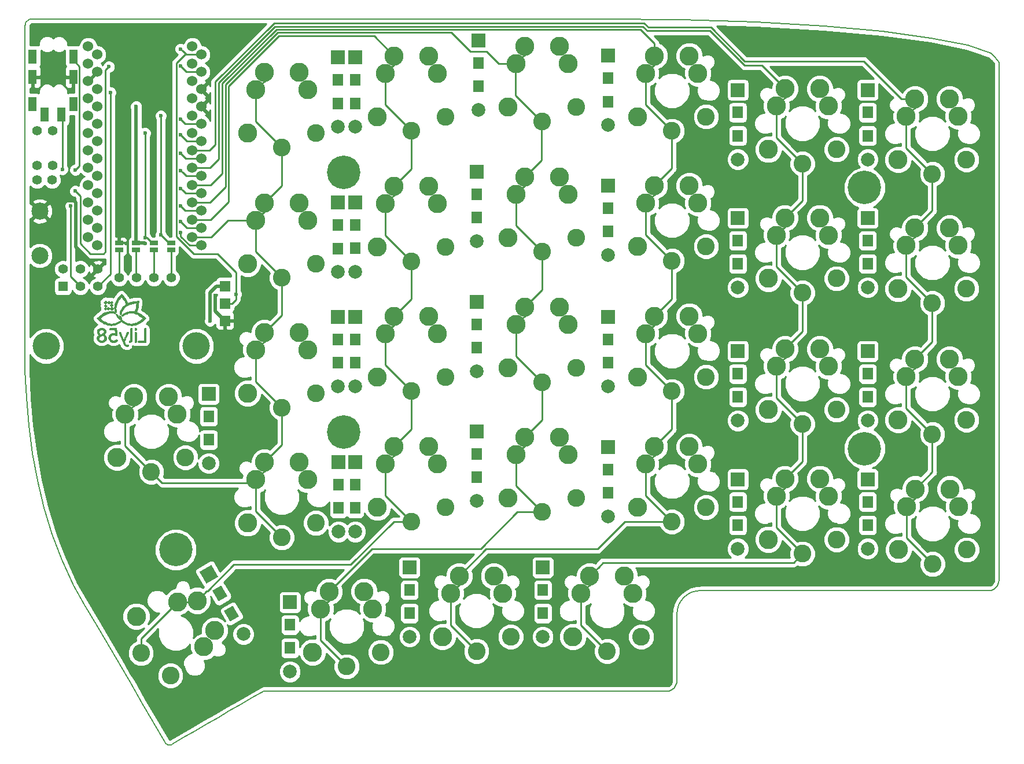
<source format=gbl>
G04 #@! TF.GenerationSoftware,KiCad,Pcbnew,(6.0.8-1)-1*
G04 #@! TF.CreationDate,2023-02-20T13:07:17+02:00*
G04 #@! TF.ProjectId,Lily58,4c696c79-3538-42e6-9b69-6361645f7063,rev?*
G04 #@! TF.SameCoordinates,Original*
G04 #@! TF.FileFunction,Copper,L2,Bot*
G04 #@! TF.FilePolarity,Positive*
%FSLAX46Y46*%
G04 Gerber Fmt 4.6, Leading zero omitted, Abs format (unit mm)*
G04 Created by KiCad (PCBNEW (6.0.8-1)-1) date 2023-02-20 13:07:17*
%MOMM*%
%LPD*%
G01*
G04 APERTURE LIST*
G04 Aperture macros list*
%AMRotRect*
0 Rectangle, with rotation*
0 The origin of the aperture is its center*
0 $1 length*
0 $2 width*
0 $3 Rotation angle, in degrees counterclockwise*
0 Add horizontal line*
21,1,$1,$2,0,0,$3*%
G04 Aperture macros list end*
G04 #@! TA.AperFunction,Profile*
%ADD10C,0.200000*%
G04 #@! TD*
G04 #@! TA.AperFunction,EtchedComponent*
%ADD11C,0.010000*%
G04 #@! TD*
G04 #@! TA.AperFunction,ComponentPad*
%ADD12R,1.200000X2.100000*%
G04 #@! TD*
G04 #@! TA.AperFunction,ComponentPad*
%ADD13R,1.500000X1.800000*%
G04 #@! TD*
G04 #@! TA.AperFunction,ComponentPad*
%ADD14C,1.998980*%
G04 #@! TD*
G04 #@! TA.AperFunction,ComponentPad*
%ADD15R,1.998980X1.998980*%
G04 #@! TD*
G04 #@! TA.AperFunction,ComponentPad*
%ADD16RotRect,1.800000X1.500000X300.000000*%
G04 #@! TD*
G04 #@! TA.AperFunction,ComponentPad*
%ADD17RotRect,1.998980X1.998980X120.000000*%
G04 #@! TD*
G04 #@! TA.AperFunction,ComponentPad*
%ADD18C,4.000000*%
G04 #@! TD*
G04 #@! TA.AperFunction,ComponentPad*
%ADD19C,4.900000*%
G04 #@! TD*
G04 #@! TA.AperFunction,ComponentPad*
%ADD20R,1.397000X1.397000*%
G04 #@! TD*
G04 #@! TA.AperFunction,ComponentPad*
%ADD21C,1.397000*%
G04 #@! TD*
G04 #@! TA.AperFunction,ComponentPad*
%ADD22C,2.500000*%
G04 #@! TD*
G04 #@! TA.AperFunction,ComponentPad*
%ADD23C,1.524000*%
G04 #@! TD*
G04 #@! TA.AperFunction,ComponentPad*
%ADD24C,2.600000*%
G04 #@! TD*
G04 #@! TA.AperFunction,ComponentPad*
%ADD25C,2.800000*%
G04 #@! TD*
G04 #@! TA.AperFunction,SMDPad,CuDef*
%ADD26R,1.524000X1.524000*%
G04 #@! TD*
G04 #@! TA.AperFunction,SMDPad,CuDef*
%ADD27R,1.143000X0.635000*%
G04 #@! TD*
G04 #@! TA.AperFunction,ViaPad*
%ADD28C,0.600000*%
G04 #@! TD*
G04 #@! TA.AperFunction,Conductor*
%ADD29C,0.250000*%
G04 #@! TD*
G04 #@! TA.AperFunction,Conductor*
%ADD30C,0.500000*%
G04 #@! TD*
G04 #@! TA.AperFunction,Conductor*
%ADD31C,0.254000*%
G04 #@! TD*
G04 APERTURE END LIST*
D10*
X224900000Y-42700000D02*
X225460000Y-43436755D01*
X82937528Y-50750629D02*
X82937528Y-44443695D01*
X82937528Y-57057562D02*
X82937528Y-50750629D01*
X115211711Y-37086762D02*
X104803877Y-37086762D01*
X218692418Y-120789735D02*
X223959999Y-120789735D01*
X213424836Y-120789735D02*
X218692418Y-120789735D01*
X208157255Y-120789735D02*
X213424836Y-120789735D01*
X202889673Y-120789735D02*
X208157255Y-120789735D01*
X197622092Y-120789735D02*
X202889673Y-120789735D01*
X192354511Y-120789735D02*
X197622092Y-120789735D01*
X187086929Y-120789735D02*
X192354511Y-120789735D01*
X181819348Y-120789735D02*
X187086929Y-120789735D01*
X181113524Y-120860778D02*
X181819348Y-120789735D01*
X180456326Y-121064561D02*
X181113524Y-120860778D01*
X179861773Y-121387065D02*
X180456326Y-121064561D01*
X179343884Y-121814271D02*
X179861773Y-121387065D01*
X178916678Y-122332160D02*
X179343884Y-121814271D01*
X178594174Y-122926713D02*
X178916678Y-122332160D01*
X178390391Y-123583911D02*
X178594174Y-122926713D01*
X178319348Y-124289735D02*
X178390391Y-123583911D01*
X199807654Y-38170488D02*
X189919538Y-37585374D01*
X208420758Y-38945561D02*
X199807654Y-38170488D01*
X215525697Y-39885159D02*
X208420758Y-38945561D01*
X220889319Y-40963847D02*
X215525697Y-39885159D01*
X178989563Y-37215654D02*
X167250881Y-37086762D01*
X189919538Y-37585374D02*
X178989563Y-37215654D01*
X177658308Y-135255660D02*
X177403500Y-135393876D01*
X177880261Y-135072571D02*
X177658308Y-135255660D01*
X178063349Y-134850619D02*
X177880261Y-135072571D01*
X178201565Y-134595810D02*
X178063349Y-134850619D01*
X178288901Y-134314154D02*
X178201565Y-134595810D01*
X178319348Y-134011658D02*
X178288901Y-134314154D01*
X225460000Y-52918378D02*
X225460000Y-62400000D01*
X225460000Y-43436755D02*
X225460000Y-52918378D01*
X82937528Y-69671429D02*
X82937528Y-63364495D01*
X82937528Y-75978362D02*
X82937528Y-69671429D01*
X82937528Y-82285296D02*
X82937528Y-75978362D01*
X82937528Y-88592229D02*
X82937528Y-82285296D01*
X104807833Y-37086762D02*
X94400000Y-37086762D01*
X125619545Y-37086762D02*
X115211711Y-37086762D01*
X136027379Y-37086762D02*
X125619545Y-37086762D01*
X146435213Y-37086762D02*
X136027379Y-37086762D01*
X156843047Y-37086762D02*
X146435213Y-37086762D01*
X167250881Y-37086762D02*
X156843047Y-37086762D01*
X83400937Y-37265961D02*
X83579303Y-37169210D01*
X83245570Y-37394123D02*
X83400937Y-37265961D01*
X83117409Y-37549489D02*
X83245570Y-37394123D01*
X83020657Y-37727855D02*
X83117409Y-37549489D01*
X82959523Y-37925015D02*
X83020657Y-37727855D01*
X82938210Y-38136762D02*
X82959523Y-37925015D01*
X83776462Y-37108075D02*
X83988210Y-37086762D01*
X83579303Y-37169210D02*
X83776462Y-37108075D01*
X94396044Y-37086762D02*
X83988210Y-37086762D01*
X82937528Y-63364495D02*
X82937528Y-57057562D01*
X82937528Y-44443695D02*
X82937528Y-38136762D01*
X88291758Y-116318073D02*
X89993333Y-119989540D01*
X86863105Y-112530670D02*
X88291758Y-116318073D01*
X85688004Y-108649127D02*
X86863105Y-112530670D01*
X84747083Y-104695246D02*
X85688004Y-108649127D01*
X84020972Y-100690825D02*
X84747083Y-104695246D01*
X83490297Y-96657663D02*
X84020972Y-100690825D01*
X83135690Y-92617561D02*
X83490297Y-96657663D01*
X82937777Y-88592317D02*
X83135690Y-92617561D01*
X104288864Y-143357278D02*
X104456758Y-143271756D01*
X104130206Y-143404468D02*
X104288864Y-143357278D01*
X103981252Y-143413974D02*
X104130206Y-143404468D01*
X103842470Y-143386445D02*
X103981252Y-143413974D01*
X103714328Y-143322532D02*
X103842470Y-143386445D01*
X103597295Y-143222884D02*
X103714328Y-143322532D01*
X103491837Y-143088150D02*
X103597295Y-143222884D01*
X103398425Y-142918979D02*
X103491837Y-143088150D01*
X116186619Y-136480784D02*
X117862313Y-135510645D01*
X114510925Y-137450923D02*
X116186619Y-136480784D01*
X112835230Y-138421062D02*
X114510925Y-137450923D01*
X111159536Y-139391201D02*
X112835230Y-138421062D01*
X109483841Y-140361340D02*
X111159536Y-139391201D01*
X107808147Y-141331479D02*
X109483841Y-140361340D01*
X106132452Y-142301617D02*
X107808147Y-141331479D01*
X104456758Y-143271756D02*
X106132452Y-142301617D01*
X101722730Y-140052659D02*
X103398425Y-142918979D01*
X100047036Y-137186340D02*
X101722730Y-140052659D01*
X98371341Y-134320020D02*
X100047036Y-137186340D01*
X96695647Y-131453701D02*
X98371341Y-134320020D01*
X95019952Y-128587381D02*
X96695647Y-131453701D01*
X93344258Y-125721062D02*
X95019952Y-128587381D01*
X91668563Y-122854742D02*
X93344258Y-125721062D01*
X89992869Y-119988423D02*
X91668563Y-122854742D01*
X169449826Y-135511658D02*
X176819348Y-135511658D01*
X162080304Y-135511658D02*
X169449826Y-135511658D01*
X154710782Y-135511658D02*
X162080304Y-135511658D01*
X147341260Y-135511658D02*
X154710782Y-135511658D01*
X139971738Y-135511658D02*
X147341260Y-135511658D01*
X132602217Y-135511658D02*
X139971738Y-135511658D01*
X125232695Y-135511658D02*
X132602217Y-135511658D01*
X117863173Y-135511658D02*
X125232695Y-135511658D01*
X178319348Y-132816013D02*
X178319348Y-134011658D01*
X178319348Y-131597973D02*
X178319348Y-132816013D01*
X178319348Y-130379933D02*
X178319348Y-131597973D01*
X178319348Y-129161894D02*
X178319348Y-130379933D01*
X178319348Y-127943854D02*
X178319348Y-129161894D01*
X178319348Y-126725814D02*
X178319348Y-127943854D01*
X178319348Y-125507775D02*
X178319348Y-126725814D01*
X178319348Y-124289735D02*
X178319348Y-125507775D01*
X177121844Y-135481211D02*
X176819348Y-135511658D01*
X177403500Y-135393876D02*
X177121844Y-135481211D01*
X224278471Y-42156190D02*
X220889319Y-40963847D01*
X224900000Y-42700000D02*
X224278471Y-42156190D01*
X224262495Y-120759288D02*
X223959999Y-120789735D01*
X224544152Y-120671952D02*
X224262495Y-120759288D01*
X224798960Y-120533736D02*
X224544152Y-120671952D01*
X225020912Y-120350648D02*
X224798960Y-120533736D01*
X225204001Y-120128696D02*
X225020912Y-120350648D01*
X225342217Y-119873887D02*
X225204001Y-120128696D01*
X225429552Y-119592231D02*
X225342217Y-119873887D01*
X225459999Y-119289735D02*
X225429552Y-119592231D01*
X225460000Y-109808112D02*
X225460000Y-119289735D01*
X225460000Y-100326490D02*
X225460000Y-109808112D01*
X225460000Y-90844867D02*
X225460000Y-100326490D01*
X225460000Y-81363245D02*
X225460000Y-90844867D01*
X225460000Y-71881623D02*
X225460000Y-81363245D01*
X225460000Y-62400000D02*
X225460000Y-71881623D01*
G36*
X96795884Y-82941766D02*
G01*
X96838409Y-82944759D01*
X96869836Y-82953472D01*
X96892599Y-82968947D01*
X96909135Y-82992223D01*
X96909146Y-82992246D01*
X96913948Y-83003107D01*
X96923557Y-83026185D01*
X96937464Y-83060198D01*
X96955159Y-83103864D01*
X96976133Y-83155902D01*
X96999877Y-83215030D01*
X97025880Y-83279967D01*
X97053635Y-83349431D01*
X97082631Y-83422141D01*
X97112360Y-83496814D01*
X97142311Y-83572170D01*
X97171976Y-83646928D01*
X97200845Y-83719805D01*
X97228408Y-83789519D01*
X97254157Y-83854791D01*
X97277582Y-83914337D01*
X97298173Y-83966877D01*
X97315422Y-84011128D01*
X97328819Y-84045810D01*
X97337854Y-84069641D01*
X97342019Y-84081339D01*
X97344225Y-84088220D01*
X97350651Y-84103867D01*
X97355600Y-84110115D01*
X97357014Y-84109303D01*
X97362725Y-84099275D01*
X97369141Y-84081472D01*
X97369185Y-84081326D01*
X97373441Y-84069608D01*
X97382644Y-84045768D01*
X97396277Y-84011085D01*
X97413823Y-83966840D01*
X97434765Y-83914312D01*
X97458586Y-83854781D01*
X97484768Y-83789526D01*
X97512794Y-83719828D01*
X97542147Y-83646967D01*
X97572310Y-83572221D01*
X97602765Y-83496871D01*
X97632994Y-83422197D01*
X97662482Y-83349478D01*
X97690710Y-83279994D01*
X97717162Y-83215025D01*
X97741320Y-83155851D01*
X97762666Y-83103751D01*
X97780685Y-83060006D01*
X97794857Y-83025894D01*
X97804667Y-83002697D01*
X97809596Y-82991693D01*
X97820105Y-82974806D01*
X97837681Y-82958361D01*
X97861559Y-82948263D01*
X97894339Y-82943534D01*
X97938625Y-82943196D01*
X97943919Y-82943357D01*
X97975233Y-82944619D01*
X97995872Y-82946629D01*
X98009216Y-82950244D01*
X98018641Y-82956317D01*
X98027525Y-82965705D01*
X98038695Y-82983185D01*
X98045028Y-83009803D01*
X98044061Y-83014505D01*
X98037945Y-83032895D01*
X98026341Y-83063966D01*
X98009415Y-83107309D01*
X97987334Y-83162516D01*
X97960264Y-83229179D01*
X97928370Y-83306889D01*
X97891820Y-83395238D01*
X97850779Y-83493819D01*
X97805414Y-83602222D01*
X97755890Y-83720039D01*
X97466753Y-84406539D01*
X97518904Y-84529609D01*
X97544880Y-84588739D01*
X97573481Y-84647528D01*
X97600547Y-84695264D01*
X97627125Y-84733603D01*
X97654263Y-84764197D01*
X97683008Y-84788701D01*
X97711074Y-84807240D01*
X97755054Y-84826606D01*
X97799789Y-84833298D01*
X97847768Y-84827554D01*
X97901481Y-84809612D01*
X97902917Y-84809015D01*
X97943181Y-84795732D01*
X97975443Y-84793556D01*
X98001844Y-84803255D01*
X98024527Y-84825599D01*
X98045632Y-84861356D01*
X98048827Y-84867879D01*
X98059476Y-84891210D01*
X98064356Y-84907443D01*
X98064378Y-84921239D01*
X98060452Y-84937257D01*
X98060005Y-84938689D01*
X98048265Y-84962135D01*
X98032146Y-84979319D01*
X98011414Y-84991593D01*
X97974036Y-85008767D01*
X97931644Y-85024122D01*
X97889691Y-85035508D01*
X97835286Y-85043303D01*
X97760318Y-85041740D01*
X97685239Y-85026573D01*
X97612033Y-84998070D01*
X97583901Y-84982573D01*
X97528408Y-84942315D01*
X97476215Y-84892137D01*
X97430279Y-84835070D01*
X97393556Y-84774143D01*
X97393476Y-84773982D01*
X97388058Y-84761921D01*
X97377642Y-84737603D01*
X97362632Y-84702017D01*
X97343435Y-84656149D01*
X97320456Y-84600987D01*
X97294101Y-84537519D01*
X97264774Y-84466730D01*
X97232883Y-84389609D01*
X97198831Y-84307143D01*
X97163025Y-84220320D01*
X97125870Y-84130126D01*
X97087772Y-84037548D01*
X97049137Y-83943575D01*
X97010369Y-83849193D01*
X96971874Y-83755389D01*
X96934059Y-83663151D01*
X96897328Y-83573467D01*
X96862086Y-83487323D01*
X96828741Y-83405707D01*
X96797696Y-83329605D01*
X96769358Y-83260006D01*
X96744132Y-83197897D01*
X96722423Y-83144264D01*
X96704638Y-83100095D01*
X96691182Y-83066378D01*
X96682459Y-83044099D01*
X96678877Y-83034247D01*
X96677754Y-83029519D01*
X96677157Y-82997920D01*
X96688425Y-82971141D01*
X96710376Y-82952258D01*
X96721784Y-82948098D01*
X96751045Y-82943370D01*
X96790997Y-82941742D01*
X96795884Y-82941766D01*
G37*
D11*
X96795884Y-82941766D02*
X96838409Y-82944759D01*
X96869836Y-82953472D01*
X96892599Y-82968947D01*
X96909135Y-82992223D01*
X96909146Y-82992246D01*
X96913948Y-83003107D01*
X96923557Y-83026185D01*
X96937464Y-83060198D01*
X96955159Y-83103864D01*
X96976133Y-83155902D01*
X96999877Y-83215030D01*
X97025880Y-83279967D01*
X97053635Y-83349431D01*
X97082631Y-83422141D01*
X97112360Y-83496814D01*
X97142311Y-83572170D01*
X97171976Y-83646928D01*
X97200845Y-83719805D01*
X97228408Y-83789519D01*
X97254157Y-83854791D01*
X97277582Y-83914337D01*
X97298173Y-83966877D01*
X97315422Y-84011128D01*
X97328819Y-84045810D01*
X97337854Y-84069641D01*
X97342019Y-84081339D01*
X97344225Y-84088220D01*
X97350651Y-84103867D01*
X97355600Y-84110115D01*
X97357014Y-84109303D01*
X97362725Y-84099275D01*
X97369141Y-84081472D01*
X97369185Y-84081326D01*
X97373441Y-84069608D01*
X97382644Y-84045768D01*
X97396277Y-84011085D01*
X97413823Y-83966840D01*
X97434765Y-83914312D01*
X97458586Y-83854781D01*
X97484768Y-83789526D01*
X97512794Y-83719828D01*
X97542147Y-83646967D01*
X97572310Y-83572221D01*
X97602765Y-83496871D01*
X97632994Y-83422197D01*
X97662482Y-83349478D01*
X97690710Y-83279994D01*
X97717162Y-83215025D01*
X97741320Y-83155851D01*
X97762666Y-83103751D01*
X97780685Y-83060006D01*
X97794857Y-83025894D01*
X97804667Y-83002697D01*
X97809596Y-82991693D01*
X97820105Y-82974806D01*
X97837681Y-82958361D01*
X97861559Y-82948263D01*
X97894339Y-82943534D01*
X97938625Y-82943196D01*
X97943919Y-82943357D01*
X97975233Y-82944619D01*
X97995872Y-82946629D01*
X98009216Y-82950244D01*
X98018641Y-82956317D01*
X98027525Y-82965705D01*
X98038695Y-82983185D01*
X98045028Y-83009803D01*
X98044061Y-83014505D01*
X98037945Y-83032895D01*
X98026341Y-83063966D01*
X98009415Y-83107309D01*
X97987334Y-83162516D01*
X97960264Y-83229179D01*
X97928370Y-83306889D01*
X97891820Y-83395238D01*
X97850779Y-83493819D01*
X97805414Y-83602222D01*
X97755890Y-83720039D01*
X97466753Y-84406539D01*
X97518904Y-84529609D01*
X97544880Y-84588739D01*
X97573481Y-84647528D01*
X97600547Y-84695264D01*
X97627125Y-84733603D01*
X97654263Y-84764197D01*
X97683008Y-84788701D01*
X97711074Y-84807240D01*
X97755054Y-84826606D01*
X97799789Y-84833298D01*
X97847768Y-84827554D01*
X97901481Y-84809612D01*
X97902917Y-84809015D01*
X97943181Y-84795732D01*
X97975443Y-84793556D01*
X98001844Y-84803255D01*
X98024527Y-84825599D01*
X98045632Y-84861356D01*
X98048827Y-84867879D01*
X98059476Y-84891210D01*
X98064356Y-84907443D01*
X98064378Y-84921239D01*
X98060452Y-84937257D01*
X98060005Y-84938689D01*
X98048265Y-84962135D01*
X98032146Y-84979319D01*
X98011414Y-84991593D01*
X97974036Y-85008767D01*
X97931644Y-85024122D01*
X97889691Y-85035508D01*
X97835286Y-85043303D01*
X97760318Y-85041740D01*
X97685239Y-85026573D01*
X97612033Y-84998070D01*
X97583901Y-84982573D01*
X97528408Y-84942315D01*
X97476215Y-84892137D01*
X97430279Y-84835070D01*
X97393556Y-84774143D01*
X97393476Y-84773982D01*
X97388058Y-84761921D01*
X97377642Y-84737603D01*
X97362632Y-84702017D01*
X97343435Y-84656149D01*
X97320456Y-84600987D01*
X97294101Y-84537519D01*
X97264774Y-84466730D01*
X97232883Y-84389609D01*
X97198831Y-84307143D01*
X97163025Y-84220320D01*
X97125870Y-84130126D01*
X97087772Y-84037548D01*
X97049137Y-83943575D01*
X97010369Y-83849193D01*
X96971874Y-83755389D01*
X96934059Y-83663151D01*
X96897328Y-83573467D01*
X96862086Y-83487323D01*
X96828741Y-83405707D01*
X96797696Y-83329605D01*
X96769358Y-83260006D01*
X96744132Y-83197897D01*
X96722423Y-83144264D01*
X96704638Y-83100095D01*
X96691182Y-83066378D01*
X96682459Y-83044099D01*
X96678877Y-83034247D01*
X96677754Y-83029519D01*
X96677157Y-82997920D01*
X96688425Y-82971141D01*
X96710376Y-82952258D01*
X96721784Y-82948098D01*
X96751045Y-82943370D01*
X96790997Y-82941742D01*
X96795884Y-82941766D01*
G36*
X98482164Y-82362979D02*
G01*
X98506775Y-82365155D01*
X98522776Y-82369140D01*
X98534562Y-82376463D01*
X98546527Y-82388651D01*
X98567543Y-82412172D01*
X98567435Y-83281100D01*
X98567408Y-83393126D01*
X98567334Y-83514900D01*
X98567207Y-83623574D01*
X98567019Y-83719922D01*
X98566759Y-83804714D01*
X98566420Y-83878722D01*
X98565991Y-83942719D01*
X98565463Y-83997475D01*
X98564828Y-84043764D01*
X98564076Y-84082357D01*
X98563199Y-84114026D01*
X98562186Y-84139543D01*
X98561029Y-84159679D01*
X98559719Y-84175207D01*
X98558246Y-84186898D01*
X98556601Y-84195525D01*
X98534742Y-84261613D01*
X98501977Y-84319333D01*
X98459071Y-84366818D01*
X98406436Y-84403704D01*
X98344484Y-84429630D01*
X98273628Y-84444233D01*
X98227210Y-84446793D01*
X98185302Y-84441734D01*
X98154536Y-84428425D01*
X98135400Y-84406996D01*
X98129396Y-84387543D01*
X98125802Y-84358155D01*
X98125239Y-84325515D01*
X98127788Y-84295302D01*
X98133527Y-84273197D01*
X98148963Y-84253127D01*
X98175334Y-84238829D01*
X98214045Y-84229707D01*
X98216691Y-84229291D01*
X98257472Y-84216653D01*
X98289234Y-84193028D01*
X98313543Y-84157275D01*
X98331685Y-84121000D01*
X98335314Y-83267963D01*
X98335495Y-83225670D01*
X98336047Y-83100347D01*
X98336575Y-82988507D01*
X98337093Y-82889367D01*
X98337615Y-82802144D01*
X98338156Y-82726052D01*
X98338731Y-82660310D01*
X98339353Y-82604131D01*
X98340038Y-82556734D01*
X98340799Y-82517333D01*
X98341652Y-82485144D01*
X98342610Y-82459385D01*
X98343688Y-82439271D01*
X98344901Y-82424018D01*
X98346262Y-82412842D01*
X98347787Y-82404960D01*
X98349490Y-82399587D01*
X98351386Y-82395939D01*
X98360688Y-82385037D01*
X98385980Y-82370438D01*
X98422438Y-82362965D01*
X98470932Y-82362374D01*
X98482164Y-82362979D01*
G37*
X98482164Y-82362979D02*
X98506775Y-82365155D01*
X98522776Y-82369140D01*
X98534562Y-82376463D01*
X98546527Y-82388651D01*
X98567543Y-82412172D01*
X98567435Y-83281100D01*
X98567408Y-83393126D01*
X98567334Y-83514900D01*
X98567207Y-83623574D01*
X98567019Y-83719922D01*
X98566759Y-83804714D01*
X98566420Y-83878722D01*
X98565991Y-83942719D01*
X98565463Y-83997475D01*
X98564828Y-84043764D01*
X98564076Y-84082357D01*
X98563199Y-84114026D01*
X98562186Y-84139543D01*
X98561029Y-84159679D01*
X98559719Y-84175207D01*
X98558246Y-84186898D01*
X98556601Y-84195525D01*
X98534742Y-84261613D01*
X98501977Y-84319333D01*
X98459071Y-84366818D01*
X98406436Y-84403704D01*
X98344484Y-84429630D01*
X98273628Y-84444233D01*
X98227210Y-84446793D01*
X98185302Y-84441734D01*
X98154536Y-84428425D01*
X98135400Y-84406996D01*
X98129396Y-84387543D01*
X98125802Y-84358155D01*
X98125239Y-84325515D01*
X98127788Y-84295302D01*
X98133527Y-84273197D01*
X98148963Y-84253127D01*
X98175334Y-84238829D01*
X98214045Y-84229707D01*
X98216691Y-84229291D01*
X98257472Y-84216653D01*
X98289234Y-84193028D01*
X98313543Y-84157275D01*
X98331685Y-84121000D01*
X98335314Y-83267963D01*
X98335495Y-83225670D01*
X98336047Y-83100347D01*
X98336575Y-82988507D01*
X98337093Y-82889367D01*
X98337615Y-82802144D01*
X98338156Y-82726052D01*
X98338731Y-82660310D01*
X98339353Y-82604131D01*
X98340038Y-82556734D01*
X98340799Y-82517333D01*
X98341652Y-82485144D01*
X98342610Y-82459385D01*
X98343688Y-82439271D01*
X98344901Y-82424018D01*
X98346262Y-82412842D01*
X98347787Y-82404960D01*
X98349490Y-82399587D01*
X98351386Y-82395939D01*
X98360688Y-82385037D01*
X98385980Y-82370438D01*
X98422438Y-82362965D01*
X98470932Y-82362374D01*
X98482164Y-82362979D01*
G36*
X95856902Y-82372037D02*
G01*
X95940973Y-82372098D01*
X96012337Y-82372241D01*
X96072093Y-82372498D01*
X96121342Y-82372898D01*
X96161182Y-82373470D01*
X96192713Y-82374245D01*
X96217036Y-82375251D01*
X96235250Y-82376519D01*
X96248456Y-82378077D01*
X96257751Y-82379957D01*
X96264237Y-82382187D01*
X96269014Y-82384797D01*
X96284826Y-82398650D01*
X96298982Y-82417839D01*
X96299991Y-82420862D01*
X96303237Y-82437557D01*
X96307597Y-82466494D01*
X96312906Y-82506127D01*
X96319002Y-82554909D01*
X96325722Y-82611292D01*
X96332901Y-82673730D01*
X96340377Y-82740677D01*
X96347987Y-82810584D01*
X96355567Y-82881907D01*
X96362954Y-82953097D01*
X96369984Y-83022608D01*
X96376495Y-83088893D01*
X96382323Y-83150406D01*
X96387305Y-83205598D01*
X96391277Y-83252925D01*
X96394076Y-83290838D01*
X96395540Y-83317791D01*
X96395504Y-83332238D01*
X96387367Y-83360947D01*
X96366542Y-83389583D01*
X96335296Y-83411508D01*
X96295465Y-83425493D01*
X96248885Y-83430310D01*
X96224386Y-83428916D01*
X96199994Y-83424116D01*
X96171521Y-83414745D01*
X96134622Y-83399637D01*
X96086083Y-83380048D01*
X96034116Y-83363550D01*
X95983941Y-83353743D01*
X95930287Y-83349651D01*
X95867885Y-83350299D01*
X95840682Y-83351690D01*
X95784963Y-83357494D01*
X95736580Y-83367853D01*
X95690693Y-83383988D01*
X95642466Y-83407118D01*
X95591755Y-83439400D01*
X95538370Y-83487725D01*
X95494293Y-83544524D01*
X95460552Y-83607804D01*
X95438170Y-83675575D01*
X95428175Y-83745843D01*
X95431593Y-83816616D01*
X95439143Y-83855837D01*
X95463594Y-83929002D01*
X95499974Y-83994425D01*
X95547663Y-84051432D01*
X95606042Y-84099349D01*
X95674491Y-84137504D01*
X95752390Y-84165223D01*
X95761448Y-84167456D01*
X95806043Y-84174414D01*
X95858083Y-84177680D01*
X95912257Y-84177252D01*
X95963257Y-84173129D01*
X96005771Y-84165309D01*
X96049313Y-84151087D01*
X96109116Y-84124521D01*
X96167561Y-84091461D01*
X96219011Y-84054825D01*
X96247542Y-84032521D01*
X96281127Y-84010526D01*
X96309094Y-83999780D01*
X96333793Y-84000514D01*
X96357578Y-84012964D01*
X96382802Y-84037361D01*
X96411817Y-84073939D01*
X96421234Y-84086770D01*
X96438770Y-84112230D01*
X96449272Y-84131219D01*
X96454376Y-84147052D01*
X96455714Y-84163045D01*
X96455487Y-84171845D01*
X96453007Y-84185677D01*
X96446065Y-84198875D01*
X96432552Y-84214884D01*
X96410357Y-84237152D01*
X96410053Y-84237449D01*
X96339571Y-84296818D01*
X96258992Y-84348552D01*
X96171350Y-84391173D01*
X96079679Y-84423204D01*
X95987013Y-84443169D01*
X95950502Y-84447132D01*
X95893666Y-84449788D01*
X95833263Y-84449459D01*
X95775231Y-84446216D01*
X95725508Y-84440125D01*
X95650351Y-84423513D01*
X95555080Y-84390778D01*
X95467346Y-84346790D01*
X95388014Y-84292265D01*
X95317953Y-84227919D01*
X95258029Y-84154468D01*
X95209109Y-84072628D01*
X95172060Y-83983115D01*
X95154853Y-83922823D01*
X95138619Y-83824844D01*
X95136899Y-83726887D01*
X95149691Y-83629008D01*
X95176994Y-83531262D01*
X95193278Y-83489734D01*
X95227415Y-83423547D01*
X95271064Y-83361604D01*
X95326569Y-83300284D01*
X95358763Y-83269636D01*
X95418658Y-83221528D01*
X95481914Y-83182949D01*
X95553025Y-83150935D01*
X95558026Y-83149014D01*
X95646030Y-83121520D01*
X95736175Y-83104534D01*
X95826071Y-83098095D01*
X95913332Y-83102242D01*
X95995566Y-83117014D01*
X96070387Y-83142450D01*
X96088048Y-83149758D01*
X96104843Y-83155634D01*
X96112432Y-83156788D01*
X96112330Y-83149742D01*
X96110745Y-83129830D01*
X96107812Y-83098701D01*
X96103698Y-83057986D01*
X96098567Y-83009320D01*
X96092585Y-82954333D01*
X96085916Y-82894660D01*
X96079494Y-82837766D01*
X96073255Y-82782174D01*
X96067739Y-82732694D01*
X96063128Y-82690989D01*
X96059608Y-82658720D01*
X96057361Y-82637549D01*
X96056571Y-82629137D01*
X96056169Y-82628841D01*
X96045910Y-82627583D01*
X96022831Y-82626337D01*
X95988303Y-82625133D01*
X95943697Y-82624003D01*
X95890383Y-82622977D01*
X95829732Y-82622088D01*
X95763114Y-82621365D01*
X95691900Y-82620841D01*
X95662835Y-82620673D01*
X95584874Y-82620178D01*
X95519773Y-82619655D01*
X95466291Y-82619056D01*
X95423187Y-82618331D01*
X95389221Y-82617430D01*
X95363150Y-82616306D01*
X95343735Y-82614907D01*
X95329735Y-82613186D01*
X95319909Y-82611093D01*
X95313015Y-82608578D01*
X95307814Y-82605593D01*
X95292456Y-82590545D01*
X95280600Y-82570038D01*
X95279295Y-82565804D01*
X95274883Y-82539460D01*
X95273104Y-82506008D01*
X95273880Y-82470807D01*
X95277135Y-82439214D01*
X95282793Y-82416589D01*
X95284758Y-82411869D01*
X95288472Y-82403806D01*
X95293019Y-82396910D01*
X95299451Y-82391092D01*
X95308821Y-82386260D01*
X95322182Y-82382321D01*
X95340585Y-82379186D01*
X95365084Y-82376762D01*
X95396729Y-82374957D01*
X95436575Y-82373681D01*
X95485673Y-82372843D01*
X95545076Y-82372349D01*
X95615836Y-82372110D01*
X95699005Y-82372034D01*
X95795636Y-82372029D01*
X95856902Y-82372037D01*
G37*
X95856902Y-82372037D02*
X95940973Y-82372098D01*
X96012337Y-82372241D01*
X96072093Y-82372498D01*
X96121342Y-82372898D01*
X96161182Y-82373470D01*
X96192713Y-82374245D01*
X96217036Y-82375251D01*
X96235250Y-82376519D01*
X96248456Y-82378077D01*
X96257751Y-82379957D01*
X96264237Y-82382187D01*
X96269014Y-82384797D01*
X96284826Y-82398650D01*
X96298982Y-82417839D01*
X96299991Y-82420862D01*
X96303237Y-82437557D01*
X96307597Y-82466494D01*
X96312906Y-82506127D01*
X96319002Y-82554909D01*
X96325722Y-82611292D01*
X96332901Y-82673730D01*
X96340377Y-82740677D01*
X96347987Y-82810584D01*
X96355567Y-82881907D01*
X96362954Y-82953097D01*
X96369984Y-83022608D01*
X96376495Y-83088893D01*
X96382323Y-83150406D01*
X96387305Y-83205598D01*
X96391277Y-83252925D01*
X96394076Y-83290838D01*
X96395540Y-83317791D01*
X96395504Y-83332238D01*
X96387367Y-83360947D01*
X96366542Y-83389583D01*
X96335296Y-83411508D01*
X96295465Y-83425493D01*
X96248885Y-83430310D01*
X96224386Y-83428916D01*
X96199994Y-83424116D01*
X96171521Y-83414745D01*
X96134622Y-83399637D01*
X96086083Y-83380048D01*
X96034116Y-83363550D01*
X95983941Y-83353743D01*
X95930287Y-83349651D01*
X95867885Y-83350299D01*
X95840682Y-83351690D01*
X95784963Y-83357494D01*
X95736580Y-83367853D01*
X95690693Y-83383988D01*
X95642466Y-83407118D01*
X95591755Y-83439400D01*
X95538370Y-83487725D01*
X95494293Y-83544524D01*
X95460552Y-83607804D01*
X95438170Y-83675575D01*
X95428175Y-83745843D01*
X95431593Y-83816616D01*
X95439143Y-83855837D01*
X95463594Y-83929002D01*
X95499974Y-83994425D01*
X95547663Y-84051432D01*
X95606042Y-84099349D01*
X95674491Y-84137504D01*
X95752390Y-84165223D01*
X95761448Y-84167456D01*
X95806043Y-84174414D01*
X95858083Y-84177680D01*
X95912257Y-84177252D01*
X95963257Y-84173129D01*
X96005771Y-84165309D01*
X96049313Y-84151087D01*
X96109116Y-84124521D01*
X96167561Y-84091461D01*
X96219011Y-84054825D01*
X96247542Y-84032521D01*
X96281127Y-84010526D01*
X96309094Y-83999780D01*
X96333793Y-84000514D01*
X96357578Y-84012964D01*
X96382802Y-84037361D01*
X96411817Y-84073939D01*
X96421234Y-84086770D01*
X96438770Y-84112230D01*
X96449272Y-84131219D01*
X96454376Y-84147052D01*
X96455714Y-84163045D01*
X96455487Y-84171845D01*
X96453007Y-84185677D01*
X96446065Y-84198875D01*
X96432552Y-84214884D01*
X96410357Y-84237152D01*
X96410053Y-84237449D01*
X96339571Y-84296818D01*
X96258992Y-84348552D01*
X96171350Y-84391173D01*
X96079679Y-84423204D01*
X95987013Y-84443169D01*
X95950502Y-84447132D01*
X95893666Y-84449788D01*
X95833263Y-84449459D01*
X95775231Y-84446216D01*
X95725508Y-84440125D01*
X95650351Y-84423513D01*
X95555080Y-84390778D01*
X95467346Y-84346790D01*
X95388014Y-84292265D01*
X95317953Y-84227919D01*
X95258029Y-84154468D01*
X95209109Y-84072628D01*
X95172060Y-83983115D01*
X95154853Y-83922823D01*
X95138619Y-83824844D01*
X95136899Y-83726887D01*
X95149691Y-83629008D01*
X95176994Y-83531262D01*
X95193278Y-83489734D01*
X95227415Y-83423547D01*
X95271064Y-83361604D01*
X95326569Y-83300284D01*
X95358763Y-83269636D01*
X95418658Y-83221528D01*
X95481914Y-83182949D01*
X95553025Y-83150935D01*
X95558026Y-83149014D01*
X95646030Y-83121520D01*
X95736175Y-83104534D01*
X95826071Y-83098095D01*
X95913332Y-83102242D01*
X95995566Y-83117014D01*
X96070387Y-83142450D01*
X96088048Y-83149758D01*
X96104843Y-83155634D01*
X96112432Y-83156788D01*
X96112330Y-83149742D01*
X96110745Y-83129830D01*
X96107812Y-83098701D01*
X96103698Y-83057986D01*
X96098567Y-83009320D01*
X96092585Y-82954333D01*
X96085916Y-82894660D01*
X96079494Y-82837766D01*
X96073255Y-82782174D01*
X96067739Y-82732694D01*
X96063128Y-82690989D01*
X96059608Y-82658720D01*
X96057361Y-82637549D01*
X96056571Y-82629137D01*
X96056169Y-82628841D01*
X96045910Y-82627583D01*
X96022831Y-82626337D01*
X95988303Y-82625133D01*
X95943697Y-82624003D01*
X95890383Y-82622977D01*
X95829732Y-82622088D01*
X95763114Y-82621365D01*
X95691900Y-82620841D01*
X95662835Y-82620673D01*
X95584874Y-82620178D01*
X95519773Y-82619655D01*
X95466291Y-82619056D01*
X95423187Y-82618331D01*
X95389221Y-82617430D01*
X95363150Y-82616306D01*
X95343735Y-82614907D01*
X95329735Y-82613186D01*
X95319909Y-82611093D01*
X95313015Y-82608578D01*
X95307814Y-82605593D01*
X95292456Y-82590545D01*
X95280600Y-82570038D01*
X95279295Y-82565804D01*
X95274883Y-82539460D01*
X95273104Y-82506008D01*
X95273880Y-82470807D01*
X95277135Y-82439214D01*
X95282793Y-82416589D01*
X95284758Y-82411869D01*
X95288472Y-82403806D01*
X95293019Y-82396910D01*
X95299451Y-82391092D01*
X95308821Y-82386260D01*
X95322182Y-82382321D01*
X95340585Y-82379186D01*
X95365084Y-82376762D01*
X95396729Y-82374957D01*
X95436575Y-82373681D01*
X95485673Y-82372843D01*
X95545076Y-82372349D01*
X95615836Y-82372110D01*
X95699005Y-82372034D01*
X95795636Y-82372029D01*
X95856902Y-82372037D01*
G36*
X94833078Y-83845879D02*
G01*
X94832153Y-83891039D01*
X94829457Y-83926915D01*
X94824458Y-83958293D01*
X94816626Y-83989961D01*
X94811462Y-84007173D01*
X94777825Y-84089946D01*
X94731786Y-84167370D01*
X94674913Y-84237130D01*
X94608771Y-84296915D01*
X94598460Y-84304660D01*
X94523040Y-84352342D01*
X94438193Y-84392273D01*
X94347121Y-84423132D01*
X94253025Y-84443600D01*
X94245889Y-84444522D01*
X94218486Y-84446536D01*
X94181956Y-84447825D01*
X94140206Y-84448283D01*
X94097143Y-84447805D01*
X94025176Y-84444265D01*
X93955426Y-84435713D01*
X93891657Y-84421352D01*
X93829684Y-84400217D01*
X93765322Y-84371344D01*
X93711699Y-84341978D01*
X93634296Y-84287304D01*
X93567744Y-84223769D01*
X93512614Y-84152047D01*
X93469481Y-84072814D01*
X93438915Y-83986743D01*
X93437044Y-83979348D01*
X93429113Y-83931141D01*
X93425722Y-83876118D01*
X93426545Y-83833154D01*
X93716420Y-83833154D01*
X93717588Y-83888532D01*
X93730030Y-83943407D01*
X93753150Y-83996415D01*
X93786354Y-84046197D01*
X93829046Y-84091388D01*
X93880632Y-84130629D01*
X93940516Y-84162556D01*
X94008104Y-84185809D01*
X94022700Y-84188981D01*
X94063823Y-84194140D01*
X94111550Y-84196396D01*
X94160673Y-84195751D01*
X94205987Y-84192206D01*
X94242285Y-84185762D01*
X94290537Y-84170086D01*
X94357237Y-84137452D01*
X94416403Y-84094977D01*
X94466432Y-84044112D01*
X94505724Y-83986304D01*
X94532678Y-83923002D01*
X94535197Y-83914174D01*
X94543895Y-83865536D01*
X94546973Y-83810809D01*
X94544338Y-83756064D01*
X94535902Y-83707370D01*
X94532804Y-83696427D01*
X94510223Y-83640406D01*
X94477047Y-83582722D01*
X94435611Y-83526613D01*
X94388249Y-83475314D01*
X94337297Y-83432062D01*
X94302568Y-83406569D01*
X94154498Y-83470622D01*
X94099741Y-83494494D01*
X94032238Y-83524694D01*
X93975784Y-83551149D01*
X93928899Y-83574695D01*
X93890104Y-83596162D01*
X93857920Y-83616383D01*
X93830868Y-83636192D01*
X93807467Y-83656421D01*
X93786240Y-83677903D01*
X93750282Y-83726335D01*
X93727119Y-83778635D01*
X93716420Y-83833154D01*
X93426545Y-83833154D01*
X93426808Y-83819449D01*
X93432308Y-83766305D01*
X93442158Y-83721857D01*
X93450811Y-83697091D01*
X93484865Y-83627825D01*
X93531788Y-83562080D01*
X93590420Y-83501320D01*
X93659604Y-83447009D01*
X93711373Y-83411647D01*
X93673052Y-83366474D01*
X93619336Y-83297340D01*
X93565599Y-83212128D01*
X93523740Y-83125492D01*
X93493884Y-83038445D01*
X93476157Y-82952003D01*
X93473470Y-82910354D01*
X93748800Y-82910354D01*
X93750247Y-82938638D01*
X93760793Y-82998834D01*
X93780468Y-83063388D01*
X93807984Y-83128994D01*
X93842050Y-83192348D01*
X93881378Y-83250143D01*
X93889123Y-83259976D01*
X93907211Y-83281254D01*
X93921980Y-83296364D01*
X93930810Y-83302529D01*
X93935737Y-83301807D01*
X93953060Y-83296201D01*
X93979951Y-83285944D01*
X94014204Y-83271998D01*
X94053611Y-83255330D01*
X94095965Y-83236904D01*
X94139061Y-83217685D01*
X94180691Y-83198637D01*
X94218649Y-83180726D01*
X94250728Y-83164916D01*
X94274720Y-83152172D01*
X94294640Y-83140265D01*
X94344107Y-83105243D01*
X94388285Y-83066305D01*
X94424306Y-83026157D01*
X94449300Y-82987502D01*
X94455046Y-82975673D01*
X94463169Y-82955553D01*
X94467852Y-82935549D01*
X94470033Y-82910789D01*
X94470646Y-82876400D01*
X94470640Y-82863191D01*
X94469719Y-82831966D01*
X94466783Y-82808637D01*
X94460974Y-82788277D01*
X94451436Y-82765961D01*
X94422890Y-82718040D01*
X94380217Y-82672070D01*
X94327489Y-82635380D01*
X94265700Y-82608508D01*
X94195843Y-82591991D01*
X94118914Y-82586367D01*
X94105162Y-82586532D01*
X94028071Y-82594103D01*
X93958704Y-82612454D01*
X93897848Y-82640897D01*
X93846291Y-82678742D01*
X93804820Y-82725300D01*
X93774223Y-82779880D01*
X93755287Y-82841795D01*
X93748800Y-82910354D01*
X93473470Y-82910354D01*
X93470684Y-82867178D01*
X93477591Y-82784986D01*
X93497003Y-82706440D01*
X93529045Y-82632554D01*
X93573844Y-82564343D01*
X93592411Y-82542052D01*
X93653958Y-82482806D01*
X93725688Y-82433389D01*
X93807956Y-82393582D01*
X93901116Y-82363169D01*
X93947485Y-82353640D01*
X94006409Y-82346052D01*
X94070749Y-82341304D01*
X94135920Y-82339619D01*
X94197336Y-82341216D01*
X94250412Y-82346318D01*
X94272716Y-82349898D01*
X94365689Y-82372258D01*
X94450308Y-82404959D01*
X94525906Y-82447311D01*
X94591817Y-82498626D01*
X94647375Y-82558214D01*
X94691911Y-82625386D01*
X94724759Y-82699453D01*
X94745253Y-82779725D01*
X94752726Y-82865515D01*
X94752751Y-82870212D01*
X94752383Y-82876400D01*
X94748287Y-82945402D01*
X94733846Y-83012219D01*
X94708337Y-83073317D01*
X94670668Y-83131348D01*
X94619750Y-83188966D01*
X94596192Y-83212237D01*
X94570352Y-83236810D01*
X94548411Y-83256701D01*
X94533465Y-83269035D01*
X94508959Y-83286910D01*
X94537094Y-83305703D01*
X94556213Y-83319312D01*
X94606242Y-83361793D01*
X94656290Y-83412997D01*
X94703213Y-83469269D01*
X94743865Y-83526952D01*
X94775101Y-83582392D01*
X94779113Y-83590855D01*
X94804709Y-83652555D01*
X94821413Y-83711227D01*
X94830461Y-83772399D01*
X94831922Y-83810809D01*
X94833092Y-83841600D01*
X94833078Y-83845879D01*
G37*
X94833078Y-83845879D02*
X94832153Y-83891039D01*
X94829457Y-83926915D01*
X94824458Y-83958293D01*
X94816626Y-83989961D01*
X94811462Y-84007173D01*
X94777825Y-84089946D01*
X94731786Y-84167370D01*
X94674913Y-84237130D01*
X94608771Y-84296915D01*
X94598460Y-84304660D01*
X94523040Y-84352342D01*
X94438193Y-84392273D01*
X94347121Y-84423132D01*
X94253025Y-84443600D01*
X94245889Y-84444522D01*
X94218486Y-84446536D01*
X94181956Y-84447825D01*
X94140206Y-84448283D01*
X94097143Y-84447805D01*
X94025176Y-84444265D01*
X93955426Y-84435713D01*
X93891657Y-84421352D01*
X93829684Y-84400217D01*
X93765322Y-84371344D01*
X93711699Y-84341978D01*
X93634296Y-84287304D01*
X93567744Y-84223769D01*
X93512614Y-84152047D01*
X93469481Y-84072814D01*
X93438915Y-83986743D01*
X93437044Y-83979348D01*
X93429113Y-83931141D01*
X93425722Y-83876118D01*
X93426545Y-83833154D01*
X93716420Y-83833154D01*
X93717588Y-83888532D01*
X93730030Y-83943407D01*
X93753150Y-83996415D01*
X93786354Y-84046197D01*
X93829046Y-84091388D01*
X93880632Y-84130629D01*
X93940516Y-84162556D01*
X94008104Y-84185809D01*
X94022700Y-84188981D01*
X94063823Y-84194140D01*
X94111550Y-84196396D01*
X94160673Y-84195751D01*
X94205987Y-84192206D01*
X94242285Y-84185762D01*
X94290537Y-84170086D01*
X94357237Y-84137452D01*
X94416403Y-84094977D01*
X94466432Y-84044112D01*
X94505724Y-83986304D01*
X94532678Y-83923002D01*
X94535197Y-83914174D01*
X94543895Y-83865536D01*
X94546973Y-83810809D01*
X94544338Y-83756064D01*
X94535902Y-83707370D01*
X94532804Y-83696427D01*
X94510223Y-83640406D01*
X94477047Y-83582722D01*
X94435611Y-83526613D01*
X94388249Y-83475314D01*
X94337297Y-83432062D01*
X94302568Y-83406569D01*
X94154498Y-83470622D01*
X94099741Y-83494494D01*
X94032238Y-83524694D01*
X93975784Y-83551149D01*
X93928899Y-83574695D01*
X93890104Y-83596162D01*
X93857920Y-83616383D01*
X93830868Y-83636192D01*
X93807467Y-83656421D01*
X93786240Y-83677903D01*
X93750282Y-83726335D01*
X93727119Y-83778635D01*
X93716420Y-83833154D01*
X93426545Y-83833154D01*
X93426808Y-83819449D01*
X93432308Y-83766305D01*
X93442158Y-83721857D01*
X93450811Y-83697091D01*
X93484865Y-83627825D01*
X93531788Y-83562080D01*
X93590420Y-83501320D01*
X93659604Y-83447009D01*
X93711373Y-83411647D01*
X93673052Y-83366474D01*
X93619336Y-83297340D01*
X93565599Y-83212128D01*
X93523740Y-83125492D01*
X93493884Y-83038445D01*
X93476157Y-82952003D01*
X93473470Y-82910354D01*
X93748800Y-82910354D01*
X93750247Y-82938638D01*
X93760793Y-82998834D01*
X93780468Y-83063388D01*
X93807984Y-83128994D01*
X93842050Y-83192348D01*
X93881378Y-83250143D01*
X93889123Y-83259976D01*
X93907211Y-83281254D01*
X93921980Y-83296364D01*
X93930810Y-83302529D01*
X93935737Y-83301807D01*
X93953060Y-83296201D01*
X93979951Y-83285944D01*
X94014204Y-83271998D01*
X94053611Y-83255330D01*
X94095965Y-83236904D01*
X94139061Y-83217685D01*
X94180691Y-83198637D01*
X94218649Y-83180726D01*
X94250728Y-83164916D01*
X94274720Y-83152172D01*
X94294640Y-83140265D01*
X94344107Y-83105243D01*
X94388285Y-83066305D01*
X94424306Y-83026157D01*
X94449300Y-82987502D01*
X94455046Y-82975673D01*
X94463169Y-82955553D01*
X94467852Y-82935549D01*
X94470033Y-82910789D01*
X94470646Y-82876400D01*
X94470640Y-82863191D01*
X94469719Y-82831966D01*
X94466783Y-82808637D01*
X94460974Y-82788277D01*
X94451436Y-82765961D01*
X94422890Y-82718040D01*
X94380217Y-82672070D01*
X94327489Y-82635380D01*
X94265700Y-82608508D01*
X94195843Y-82591991D01*
X94118914Y-82586367D01*
X94105162Y-82586532D01*
X94028071Y-82594103D01*
X93958704Y-82612454D01*
X93897848Y-82640897D01*
X93846291Y-82678742D01*
X93804820Y-82725300D01*
X93774223Y-82779880D01*
X93755287Y-82841795D01*
X93748800Y-82910354D01*
X93473470Y-82910354D01*
X93470684Y-82867178D01*
X93477591Y-82784986D01*
X93497003Y-82706440D01*
X93529045Y-82632554D01*
X93573844Y-82564343D01*
X93592411Y-82542052D01*
X93653958Y-82482806D01*
X93725688Y-82433389D01*
X93807956Y-82393582D01*
X93901116Y-82363169D01*
X93947485Y-82353640D01*
X94006409Y-82346052D01*
X94070749Y-82341304D01*
X94135920Y-82339619D01*
X94197336Y-82341216D01*
X94250412Y-82346318D01*
X94272716Y-82349898D01*
X94365689Y-82372258D01*
X94450308Y-82404959D01*
X94525906Y-82447311D01*
X94591817Y-82498626D01*
X94647375Y-82558214D01*
X94691911Y-82625386D01*
X94724759Y-82699453D01*
X94745253Y-82779725D01*
X94752726Y-82865515D01*
X94752751Y-82870212D01*
X94752383Y-82876400D01*
X94748287Y-82945402D01*
X94733846Y-83012219D01*
X94708337Y-83073317D01*
X94670668Y-83131348D01*
X94619750Y-83188966D01*
X94596192Y-83212237D01*
X94570352Y-83236810D01*
X94548411Y-83256701D01*
X94533465Y-83269035D01*
X94508959Y-83286910D01*
X94537094Y-83305703D01*
X94556213Y-83319312D01*
X94606242Y-83361793D01*
X94656290Y-83412997D01*
X94703213Y-83469269D01*
X94743865Y-83526952D01*
X94775101Y-83582392D01*
X94779113Y-83590855D01*
X94804709Y-83652555D01*
X94821413Y-83711227D01*
X94830461Y-83772399D01*
X94831922Y-83810809D01*
X94833092Y-83841600D01*
X94833078Y-83845879D01*
G36*
X100535160Y-82362010D02*
G01*
X100558925Y-82365031D01*
X100576648Y-82371448D01*
X100581230Y-82373638D01*
X100587053Y-82376154D01*
X100592285Y-82378721D01*
X100596958Y-82382061D01*
X100601103Y-82386898D01*
X100604752Y-82393956D01*
X100607937Y-82403956D01*
X100610688Y-82417623D01*
X100613037Y-82435679D01*
X100615016Y-82458848D01*
X100616656Y-82487853D01*
X100617988Y-82523417D01*
X100619045Y-82566264D01*
X100619856Y-82617116D01*
X100620455Y-82676697D01*
X100620871Y-82745730D01*
X100621138Y-82824937D01*
X100621285Y-82915043D01*
X100621345Y-83016771D01*
X100621349Y-83130843D01*
X100621328Y-83257983D01*
X100621314Y-83398915D01*
X100621319Y-83484717D01*
X100621336Y-83617241D01*
X100621339Y-83736406D01*
X100621299Y-83842938D01*
X100621185Y-83937559D01*
X100620969Y-84020994D01*
X100620621Y-84093966D01*
X100620111Y-84157200D01*
X100619411Y-84211420D01*
X100618489Y-84257348D01*
X100617318Y-84295710D01*
X100615867Y-84327230D01*
X100614107Y-84352630D01*
X100612009Y-84372635D01*
X100609542Y-84387969D01*
X100606678Y-84399356D01*
X100603387Y-84407520D01*
X100599640Y-84413184D01*
X100595406Y-84417073D01*
X100590657Y-84419910D01*
X100585363Y-84422420D01*
X100579494Y-84425326D01*
X100577420Y-84426070D01*
X100561700Y-84428326D01*
X100533334Y-84430342D01*
X100493747Y-84432119D01*
X100444366Y-84433656D01*
X100386616Y-84434953D01*
X100321925Y-84436009D01*
X100251717Y-84436826D01*
X100177419Y-84437401D01*
X100100457Y-84437736D01*
X100022257Y-84437830D01*
X99944245Y-84437683D01*
X99867847Y-84437294D01*
X99794490Y-84436664D01*
X99725599Y-84435792D01*
X99662600Y-84434678D01*
X99606920Y-84433322D01*
X99559984Y-84431723D01*
X99523219Y-84429882D01*
X99498050Y-84427798D01*
X99485904Y-84425472D01*
X99485347Y-84425206D01*
X99464660Y-84411251D01*
X99451316Y-84391395D01*
X99444158Y-84362943D01*
X99442028Y-84323198D01*
X99442069Y-84311211D01*
X99443020Y-84287426D01*
X99446330Y-84271774D01*
X99453430Y-84259618D01*
X99465750Y-84246324D01*
X99489472Y-84222600D01*
X99935650Y-84220624D01*
X100381828Y-84218647D01*
X100381869Y-83335252D01*
X100381881Y-83277925D01*
X100381994Y-83139563D01*
X100382224Y-83012382D01*
X100382568Y-82896716D01*
X100383024Y-82792899D01*
X100383589Y-82701263D01*
X100384260Y-82622141D01*
X100385034Y-82555868D01*
X100385910Y-82502776D01*
X100386883Y-82463198D01*
X100387953Y-82437468D01*
X100389115Y-82425918D01*
X100389319Y-82425202D01*
X100399942Y-82402035D01*
X100415055Y-82382376D01*
X100416199Y-82381314D01*
X100427790Y-82372639D01*
X100441948Y-82367249D01*
X100462656Y-82364125D01*
X100493894Y-82362254D01*
X100501579Y-82361965D01*
X100535160Y-82362010D01*
G37*
X100535160Y-82362010D02*
X100558925Y-82365031D01*
X100576648Y-82371448D01*
X100581230Y-82373638D01*
X100587053Y-82376154D01*
X100592285Y-82378721D01*
X100596958Y-82382061D01*
X100601103Y-82386898D01*
X100604752Y-82393956D01*
X100607937Y-82403956D01*
X100610688Y-82417623D01*
X100613037Y-82435679D01*
X100615016Y-82458848D01*
X100616656Y-82487853D01*
X100617988Y-82523417D01*
X100619045Y-82566264D01*
X100619856Y-82617116D01*
X100620455Y-82676697D01*
X100620871Y-82745730D01*
X100621138Y-82824937D01*
X100621285Y-82915043D01*
X100621345Y-83016771D01*
X100621349Y-83130843D01*
X100621328Y-83257983D01*
X100621314Y-83398915D01*
X100621319Y-83484717D01*
X100621336Y-83617241D01*
X100621339Y-83736406D01*
X100621299Y-83842938D01*
X100621185Y-83937559D01*
X100620969Y-84020994D01*
X100620621Y-84093966D01*
X100620111Y-84157200D01*
X100619411Y-84211420D01*
X100618489Y-84257348D01*
X100617318Y-84295710D01*
X100615867Y-84327230D01*
X100614107Y-84352630D01*
X100612009Y-84372635D01*
X100609542Y-84387969D01*
X100606678Y-84399356D01*
X100603387Y-84407520D01*
X100599640Y-84413184D01*
X100595406Y-84417073D01*
X100590657Y-84419910D01*
X100585363Y-84422420D01*
X100579494Y-84425326D01*
X100577420Y-84426070D01*
X100561700Y-84428326D01*
X100533334Y-84430342D01*
X100493747Y-84432119D01*
X100444366Y-84433656D01*
X100386616Y-84434953D01*
X100321925Y-84436009D01*
X100251717Y-84436826D01*
X100177419Y-84437401D01*
X100100457Y-84437736D01*
X100022257Y-84437830D01*
X99944245Y-84437683D01*
X99867847Y-84437294D01*
X99794490Y-84436664D01*
X99725599Y-84435792D01*
X99662600Y-84434678D01*
X99606920Y-84433322D01*
X99559984Y-84431723D01*
X99523219Y-84429882D01*
X99498050Y-84427798D01*
X99485904Y-84425472D01*
X99485347Y-84425206D01*
X99464660Y-84411251D01*
X99451316Y-84391395D01*
X99444158Y-84362943D01*
X99442028Y-84323198D01*
X99442069Y-84311211D01*
X99443020Y-84287426D01*
X99446330Y-84271774D01*
X99453430Y-84259618D01*
X99465750Y-84246324D01*
X99489472Y-84222600D01*
X99935650Y-84220624D01*
X100381828Y-84218647D01*
X100381869Y-83335252D01*
X100381881Y-83277925D01*
X100381994Y-83139563D01*
X100382224Y-83012382D01*
X100382568Y-82896716D01*
X100383024Y-82792899D01*
X100383589Y-82701263D01*
X100384260Y-82622141D01*
X100385034Y-82555868D01*
X100385910Y-82502776D01*
X100386883Y-82463198D01*
X100387953Y-82437468D01*
X100389115Y-82425918D01*
X100389319Y-82425202D01*
X100399942Y-82402035D01*
X100415055Y-82382376D01*
X100416199Y-82381314D01*
X100427790Y-82372639D01*
X100441948Y-82367249D01*
X100462656Y-82364125D01*
X100493894Y-82362254D01*
X100501579Y-82361965D01*
X100535160Y-82362010D01*
G36*
X99144306Y-82942714D02*
G01*
X99166714Y-82945901D01*
X99183971Y-82952379D01*
X99190295Y-82955538D01*
X99196805Y-82958991D01*
X99202519Y-82963065D01*
X99207488Y-82968629D01*
X99211765Y-82976551D01*
X99215402Y-82987699D01*
X99218450Y-83002943D01*
X99220961Y-83023149D01*
X99222987Y-83049186D01*
X99224580Y-83081923D01*
X99225791Y-83122228D01*
X99226673Y-83170969D01*
X99227277Y-83229015D01*
X99227655Y-83297233D01*
X99227858Y-83376493D01*
X99227940Y-83467661D01*
X99227951Y-83571608D01*
X99227943Y-83689200D01*
X99227951Y-83798080D01*
X99227945Y-83903321D01*
X99227872Y-83995706D01*
X99227680Y-84076098D01*
X99227316Y-84145362D01*
X99226726Y-84204362D01*
X99225859Y-84253960D01*
X99224661Y-84295021D01*
X99223079Y-84328409D01*
X99221060Y-84354987D01*
X99218553Y-84375619D01*
X99215503Y-84391169D01*
X99211858Y-84402500D01*
X99207565Y-84410477D01*
X99202571Y-84415963D01*
X99196824Y-84419822D01*
X99190270Y-84422918D01*
X99182857Y-84426114D01*
X99171617Y-84430020D01*
X99141248Y-84434519D01*
X99098533Y-84434949D01*
X99074506Y-84434044D01*
X99052912Y-84432118D01*
X99038776Y-84428197D01*
X99028101Y-84421028D01*
X99016890Y-84409357D01*
X98995714Y-84385657D01*
X98995714Y-82992743D01*
X99016890Y-82969043D01*
X99025758Y-82959588D01*
X99036255Y-82951501D01*
X99049378Y-82946851D01*
X99069088Y-82944379D01*
X99099347Y-82942825D01*
X99112823Y-82942372D01*
X99144306Y-82942714D01*
G37*
X99144306Y-82942714D02*
X99166714Y-82945901D01*
X99183971Y-82952379D01*
X99190295Y-82955538D01*
X99196805Y-82958991D01*
X99202519Y-82963065D01*
X99207488Y-82968629D01*
X99211765Y-82976551D01*
X99215402Y-82987699D01*
X99218450Y-83002943D01*
X99220961Y-83023149D01*
X99222987Y-83049186D01*
X99224580Y-83081923D01*
X99225791Y-83122228D01*
X99226673Y-83170969D01*
X99227277Y-83229015D01*
X99227655Y-83297233D01*
X99227858Y-83376493D01*
X99227940Y-83467661D01*
X99227951Y-83571608D01*
X99227943Y-83689200D01*
X99227951Y-83798080D01*
X99227945Y-83903321D01*
X99227872Y-83995706D01*
X99227680Y-84076098D01*
X99227316Y-84145362D01*
X99226726Y-84204362D01*
X99225859Y-84253960D01*
X99224661Y-84295021D01*
X99223079Y-84328409D01*
X99221060Y-84354987D01*
X99218553Y-84375619D01*
X99215503Y-84391169D01*
X99211858Y-84402500D01*
X99207565Y-84410477D01*
X99202571Y-84415963D01*
X99196824Y-84419822D01*
X99190270Y-84422918D01*
X99182857Y-84426114D01*
X99171617Y-84430020D01*
X99141248Y-84434519D01*
X99098533Y-84434949D01*
X99074506Y-84434044D01*
X99052912Y-84432118D01*
X99038776Y-84428197D01*
X99028101Y-84421028D01*
X99016890Y-84409357D01*
X98995714Y-84385657D01*
X98995714Y-82992743D01*
X99016890Y-82969043D01*
X99025758Y-82959588D01*
X99036255Y-82951501D01*
X99049378Y-82946851D01*
X99069088Y-82944379D01*
X99099347Y-82942825D01*
X99112823Y-82942372D01*
X99144306Y-82942714D01*
G36*
X99159070Y-82363320D02*
G01*
X99189389Y-82371153D01*
X99210195Y-82386597D01*
X99223294Y-82411333D01*
X99230490Y-82447041D01*
X99233591Y-82495400D01*
X99233759Y-82537027D01*
X99230447Y-82574928D01*
X99222739Y-82602495D01*
X99210017Y-82621795D01*
X99191657Y-82634892D01*
X99189209Y-82635928D01*
X99170466Y-82640088D01*
X99142504Y-82642961D01*
X99109654Y-82644065D01*
X99067609Y-82642389D01*
X99033673Y-82636242D01*
X99010359Y-82625057D01*
X98995929Y-82608288D01*
X98995790Y-82608012D01*
X98992937Y-82595033D01*
X98990606Y-82571025D01*
X98989034Y-82539320D01*
X98988457Y-82503249D01*
X98988457Y-82499877D01*
X98988588Y-82463043D01*
X98989341Y-82437506D01*
X98991264Y-82420278D01*
X98994908Y-82408369D01*
X99000823Y-82398791D01*
X99009558Y-82388556D01*
X99017453Y-82380084D01*
X99028107Y-82371538D01*
X99041134Y-82366590D01*
X99060579Y-82363924D01*
X99090489Y-82362223D01*
X99117432Y-82361417D01*
X99159070Y-82363320D01*
G37*
X99159070Y-82363320D02*
X99189389Y-82371153D01*
X99210195Y-82386597D01*
X99223294Y-82411333D01*
X99230490Y-82447041D01*
X99233591Y-82495400D01*
X99233759Y-82537027D01*
X99230447Y-82574928D01*
X99222739Y-82602495D01*
X99210017Y-82621795D01*
X99191657Y-82634892D01*
X99189209Y-82635928D01*
X99170466Y-82640088D01*
X99142504Y-82642961D01*
X99109654Y-82644065D01*
X99067609Y-82642389D01*
X99033673Y-82636242D01*
X99010359Y-82625057D01*
X98995929Y-82608288D01*
X98995790Y-82608012D01*
X98992937Y-82595033D01*
X98990606Y-82571025D01*
X98989034Y-82539320D01*
X98988457Y-82503249D01*
X98988457Y-82499877D01*
X98988588Y-82463043D01*
X98989341Y-82437506D01*
X98991264Y-82420278D01*
X98994908Y-82408369D01*
X99000823Y-82398791D01*
X99009558Y-82388556D01*
X99017453Y-82380084D01*
X99028107Y-82371538D01*
X99041134Y-82366590D01*
X99060579Y-82363924D01*
X99090489Y-82362223D01*
X99117432Y-82361417D01*
X99159070Y-82363320D01*
G36*
X97121571Y-77451686D02*
G01*
X97124106Y-77454265D01*
X97268698Y-77609876D01*
X97403803Y-77772274D01*
X97528585Y-77940195D01*
X97642211Y-78112376D01*
X97743847Y-78287556D01*
X97832658Y-78464470D01*
X97907810Y-78641857D01*
X97914509Y-78658798D01*
X97927609Y-78688420D01*
X97937950Y-78706583D01*
X97944877Y-78712049D01*
X97945659Y-78711813D01*
X97957385Y-78707243D01*
X97979098Y-78698138D01*
X98007997Y-78685690D01*
X98041281Y-78671087D01*
X98080177Y-78654323D01*
X98226724Y-78598173D01*
X98383791Y-78548030D01*
X98549080Y-78504349D01*
X98720294Y-78467584D01*
X98895135Y-78438190D01*
X99071305Y-78416620D01*
X99246507Y-78403330D01*
X99418443Y-78398773D01*
X99547257Y-78398743D01*
X99547257Y-78542832D01*
X99542291Y-78722617D01*
X99527408Y-78909512D01*
X99503125Y-79097299D01*
X99469960Y-79282622D01*
X99428432Y-79462126D01*
X99379057Y-79632457D01*
X99364036Y-79677283D01*
X99344843Y-79731302D01*
X99324001Y-79787328D01*
X99302735Y-79842198D01*
X99282274Y-79892751D01*
X99263846Y-79935825D01*
X99248678Y-79968257D01*
X99248218Y-79969172D01*
X99237377Y-79991558D01*
X99232847Y-80004480D01*
X99234063Y-80011139D01*
X99240459Y-80014738D01*
X99330619Y-80048768D01*
X99502951Y-80123982D01*
X99675224Y-80212191D01*
X99846043Y-80312496D01*
X100014009Y-80423998D01*
X100177728Y-80545800D01*
X100335802Y-80677002D01*
X100486835Y-80816707D01*
X100595914Y-80923271D01*
X100512457Y-81007881D01*
X100461521Y-81058084D01*
X100366138Y-81146026D01*
X100262414Y-81235018D01*
X100153607Y-81322392D01*
X100042975Y-81405483D01*
X99933775Y-81481622D01*
X99904856Y-81500751D01*
X99732750Y-81606472D01*
X99560001Y-81698810D01*
X99387043Y-81777598D01*
X99214310Y-81842671D01*
X99042236Y-81893861D01*
X98871254Y-81931003D01*
X98701800Y-81953930D01*
X98625562Y-81959346D01*
X98467135Y-81960058D01*
X98305754Y-81946985D01*
X98141948Y-81920284D01*
X97976245Y-81880115D01*
X97809176Y-81826638D01*
X97641268Y-81760012D01*
X97473051Y-81680397D01*
X97305053Y-81587951D01*
X97137805Y-81482834D01*
X97129687Y-81477384D01*
X97099072Y-81456377D01*
X97072949Y-81437761D01*
X97053870Y-81423386D01*
X97044388Y-81415104D01*
X97037074Y-81407766D01*
X97027882Y-81404543D01*
X97015546Y-81408023D01*
X96997386Y-81419055D01*
X96970724Y-81438490D01*
X96919920Y-81474820D01*
X96852955Y-81518940D01*
X96778250Y-81565010D01*
X96698851Y-81611261D01*
X96617807Y-81655922D01*
X96538164Y-81697224D01*
X96462971Y-81733397D01*
X96341462Y-81786047D01*
X96171283Y-81848908D01*
X96003574Y-81897743D01*
X95837760Y-81932592D01*
X95673266Y-81953496D01*
X95509517Y-81960499D01*
X95345936Y-81953642D01*
X95181950Y-81932965D01*
X95016983Y-81898512D01*
X94850459Y-81850324D01*
X94848838Y-81849790D01*
X94683103Y-81788608D01*
X94515951Y-81714064D01*
X94348757Y-81627029D01*
X94182899Y-81528373D01*
X94019753Y-81418966D01*
X93860695Y-81299677D01*
X93707103Y-81171378D01*
X93560353Y-81034938D01*
X93447628Y-80924304D01*
X93549280Y-80824481D01*
X93651283Y-80727889D01*
X93803533Y-80595962D01*
X93960720Y-80473487D01*
X94121818Y-80361051D01*
X94285803Y-80259240D01*
X94451649Y-80168640D01*
X94618331Y-80089837D01*
X94784824Y-80023418D01*
X94950103Y-79969969D01*
X95113143Y-79930077D01*
X95244479Y-79907921D01*
X95412062Y-79892784D01*
X95580999Y-79892068D01*
X95751134Y-79905773D01*
X95922314Y-79933897D01*
X95954538Y-79940361D01*
X95993088Y-79948071D01*
X96021416Y-79955005D01*
X96041772Y-79963082D01*
X96056404Y-79974222D01*
X96067565Y-79990345D01*
X96077503Y-80013370D01*
X96088469Y-80045218D01*
X96102714Y-80087807D01*
X96114280Y-80121620D01*
X96126881Y-80158503D01*
X96137320Y-80189110D01*
X96144751Y-80210954D01*
X96148325Y-80221553D01*
X96148846Y-80223336D01*
X96148206Y-80228016D01*
X96141351Y-80228651D01*
X96125783Y-80225002D01*
X96099003Y-80216829D01*
X96096359Y-80215997D01*
X96044136Y-80201168D01*
X95982664Y-80186113D01*
X95916862Y-80171900D01*
X95851645Y-80159594D01*
X95791933Y-80150260D01*
X95727900Y-80143516D01*
X95628797Y-80139062D01*
X95523985Y-80140429D01*
X95417822Y-80147409D01*
X95314665Y-80159798D01*
X95218872Y-80177388D01*
X95155645Y-80192555D01*
X94999718Y-80239355D01*
X94841945Y-80299750D01*
X94683187Y-80373320D01*
X94524307Y-80459646D01*
X94366167Y-80558308D01*
X94209628Y-80668885D01*
X94200825Y-80675516D01*
X94157528Y-80708994D01*
X94110003Y-80746905D01*
X94061425Y-80786629D01*
X94014968Y-80825547D01*
X93973807Y-80861038D01*
X93941114Y-80890483D01*
X93904828Y-80924318D01*
X93952000Y-80968745D01*
X94004865Y-81016662D01*
X94085499Y-81084494D01*
X94174241Y-81154125D01*
X94268071Y-81223346D01*
X94363971Y-81289946D01*
X94458922Y-81351715D01*
X94549904Y-81406444D01*
X94566363Y-81415810D01*
X94728448Y-81500241D01*
X94891757Y-81571306D01*
X95055553Y-81628745D01*
X95219099Y-81672295D01*
X95381657Y-81701695D01*
X95387023Y-81702404D01*
X95438071Y-81707139D01*
X95499041Y-81710007D01*
X95565954Y-81711045D01*
X95634832Y-81710292D01*
X95701694Y-81707783D01*
X95762562Y-81703557D01*
X95813457Y-81697651D01*
X95957873Y-81670177D01*
X96120204Y-81626086D01*
X96283438Y-81568002D01*
X96447054Y-81496137D01*
X96610529Y-81410700D01*
X96773340Y-81311900D01*
X96781354Y-81306677D01*
X96813261Y-81285507D01*
X96841276Y-81266361D01*
X96862616Y-81251165D01*
X96874499Y-81241846D01*
X96875094Y-81241297D01*
X96885019Y-81230470D01*
X96886050Y-81220570D01*
X96879010Y-81204846D01*
X96875101Y-81196745D01*
X96864920Y-81172667D01*
X96855316Y-81146735D01*
X96853655Y-81141881D01*
X96847615Y-81126497D01*
X96840224Y-81115493D01*
X96828478Y-81106355D01*
X96809377Y-81096572D01*
X96779917Y-81083630D01*
X96775723Y-81081812D01*
X96722644Y-81056520D01*
X96674230Y-81028472D01*
X96629208Y-80996334D01*
X96586303Y-80958773D01*
X96544243Y-80914455D01*
X96501754Y-80862048D01*
X96457562Y-80800219D01*
X96410394Y-80727633D01*
X96358976Y-80642959D01*
X96354922Y-80636062D01*
X96333844Y-80598961D01*
X96310780Y-80556638D01*
X96286616Y-80510894D01*
X96262236Y-80463530D01*
X96238527Y-80416347D01*
X96216372Y-80371146D01*
X96196658Y-80329728D01*
X96180269Y-80293894D01*
X96168090Y-80265445D01*
X96161007Y-80246182D01*
X96159904Y-80237905D01*
X96165411Y-80238712D01*
X96182241Y-80244053D01*
X96207876Y-80253250D01*
X96239823Y-80265340D01*
X96275592Y-80279359D01*
X96312691Y-80294345D01*
X96348628Y-80309333D01*
X96380913Y-80323360D01*
X96452085Y-80355132D01*
X96502885Y-80450765D01*
X96503900Y-80452672D01*
X96525506Y-80492114D01*
X96550628Y-80536195D01*
X96577757Y-80582441D01*
X96605386Y-80628374D01*
X96632010Y-80671517D01*
X96656119Y-80709395D01*
X96676206Y-80739532D01*
X96690766Y-80759449D01*
X96707142Y-80779727D01*
X96696996Y-80723164D01*
X96694949Y-80709522D01*
X96692041Y-80677612D01*
X96690485Y-80641169D01*
X96690226Y-80603362D01*
X96691206Y-80567359D01*
X96693367Y-80536330D01*
X96696653Y-80513442D01*
X96701005Y-80501864D01*
X96701311Y-80501622D01*
X96710799Y-80503158D01*
X96729174Y-80512080D01*
X96754171Y-80526826D01*
X96783526Y-80545837D01*
X96814975Y-80567553D01*
X96846252Y-80590413D01*
X96875094Y-80612859D01*
X96899235Y-80633328D01*
X96916412Y-80650263D01*
X96919310Y-80653634D01*
X96939501Y-80680720D01*
X96960500Y-80713783D01*
X96978198Y-80746429D01*
X96991663Y-80776455D01*
X97004008Y-80811557D01*
X97013157Y-80849535D01*
X97020011Y-80894267D01*
X97025473Y-80949629D01*
X97027063Y-80965176D01*
X97038673Y-81026070D01*
X97057692Y-81085384D01*
X97082232Y-81136880D01*
X97086982Y-81144748D01*
X97116490Y-81185387D01*
X97154119Y-81224568D01*
X97201811Y-81264120D01*
X97261505Y-81305874D01*
X97279213Y-81317390D01*
X97437220Y-81412711D01*
X97596661Y-81495775D01*
X97756602Y-81566201D01*
X97916109Y-81623613D01*
X98074248Y-81667633D01*
X98230085Y-81697881D01*
X98230131Y-81697888D01*
X98285440Y-81704211D01*
X98350793Y-81708454D01*
X98422125Y-81710612D01*
X98495366Y-81710683D01*
X98566449Y-81708662D01*
X98631307Y-81704546D01*
X98685872Y-81698329D01*
X98780385Y-81681926D01*
X98926536Y-81647787D01*
X99070706Y-81602970D01*
X99214321Y-81546897D01*
X99358810Y-81478990D01*
X99505598Y-81398671D01*
X99656114Y-81305361D01*
X99663827Y-81300293D01*
X99720067Y-81262179D01*
X99779359Y-81220196D01*
X99839808Y-81175827D01*
X99899516Y-81130552D01*
X99956587Y-81085854D01*
X100009125Y-81043214D01*
X100055232Y-81004115D01*
X100093013Y-80970038D01*
X100120571Y-80942465D01*
X100138714Y-80922648D01*
X100091543Y-80879423D01*
X100084443Y-80872998D01*
X100058295Y-80850051D01*
X100025558Y-80822043D01*
X99989713Y-80791936D01*
X99954243Y-80762689D01*
X99940229Y-80751315D01*
X99783420Y-80631522D01*
X99624924Y-80523927D01*
X99465360Y-80428828D01*
X99305349Y-80346520D01*
X99145510Y-80277298D01*
X98986462Y-80221459D01*
X98828826Y-80179299D01*
X98673221Y-80151112D01*
X98664241Y-80149944D01*
X98605683Y-80144403D01*
X98538338Y-80140854D01*
X98466835Y-80139340D01*
X98395797Y-80139904D01*
X98329853Y-80142587D01*
X98273628Y-80147433D01*
X98230690Y-80153150D01*
X98089064Y-80179917D01*
X97943613Y-80218895D01*
X97796109Y-80269369D01*
X97648322Y-80330626D01*
X97502026Y-80401950D01*
X97358992Y-80482626D01*
X97220993Y-80571941D01*
X97153810Y-80618457D01*
X97126618Y-80577214D01*
X97109796Y-80553182D01*
X97086219Y-80522060D01*
X97063310Y-80494013D01*
X97049918Y-80478327D01*
X97037659Y-80462659D01*
X97032838Y-80452678D01*
X97034204Y-80445277D01*
X97040505Y-80437347D01*
X97042687Y-80435137D01*
X97058527Y-80422157D01*
X97084293Y-80403466D01*
X97117937Y-80380401D01*
X97157410Y-80354303D01*
X97200663Y-80326511D01*
X97245647Y-80298365D01*
X97290312Y-80271205D01*
X97332609Y-80246371D01*
X97348273Y-80237425D01*
X97522280Y-80145208D01*
X97694361Y-80067288D01*
X97864743Y-80003616D01*
X98033654Y-79954143D01*
X98201324Y-79918820D01*
X98367979Y-79897599D01*
X98533849Y-79890430D01*
X98699162Y-79897264D01*
X98864145Y-79918053D01*
X98961176Y-79934383D01*
X98975468Y-79901349D01*
X99010433Y-79816713D01*
X99076693Y-79629656D01*
X99131221Y-79434564D01*
X99174058Y-79231254D01*
X99205247Y-79019541D01*
X99224829Y-78799243D01*
X99229869Y-78717144D01*
X99165406Y-78721582D01*
X98978104Y-78738161D01*
X98771055Y-78765951D01*
X98575180Y-78802930D01*
X98390436Y-78849117D01*
X98216775Y-78904526D01*
X98054154Y-78969174D01*
X97902527Y-79043079D01*
X97761849Y-79126255D01*
X97632074Y-79218720D01*
X97513158Y-79320490D01*
X97457452Y-79375824D01*
X97366663Y-79480243D01*
X97281500Y-79596544D01*
X97202624Y-79723537D01*
X97130692Y-79860033D01*
X97066363Y-80004840D01*
X97010296Y-80156769D01*
X96963148Y-80314629D01*
X96959913Y-80326641D01*
X96952375Y-80353057D01*
X96946229Y-80372480D01*
X96942566Y-80381371D01*
X96941873Y-80381614D01*
X96932136Y-80378117D01*
X96913231Y-80368176D01*
X96887523Y-80353100D01*
X96857377Y-80334200D01*
X96852242Y-80330887D01*
X96821399Y-80311041D01*
X96794552Y-80293846D01*
X96774432Y-80281046D01*
X96763768Y-80274387D01*
X96758573Y-80270652D01*
X96754801Y-80263318D01*
X96755505Y-80250207D01*
X96760391Y-80227215D01*
X96764422Y-80211882D01*
X96772776Y-80183056D01*
X96783987Y-80146148D01*
X96797100Y-80104294D01*
X96811159Y-80060629D01*
X96827512Y-80011899D01*
X96895399Y-79833722D01*
X96972301Y-79666904D01*
X97058238Y-79511419D01*
X97153229Y-79367238D01*
X97257293Y-79234335D01*
X97370449Y-79112682D01*
X97492716Y-79002253D01*
X97624114Y-78903019D01*
X97642919Y-78890055D01*
X97665794Y-78874245D01*
X97682045Y-78862963D01*
X97689006Y-78858057D01*
X97689537Y-78857125D01*
X97687890Y-78845811D01*
X97680667Y-78823856D01*
X97668697Y-78793098D01*
X97652808Y-78755378D01*
X97633826Y-78712533D01*
X97612580Y-78666404D01*
X97589898Y-78618830D01*
X97566606Y-78571650D01*
X97543533Y-78526703D01*
X97521506Y-78485829D01*
X97465221Y-78389297D01*
X97400239Y-78286549D01*
X97331453Y-78185384D01*
X97262522Y-78091376D01*
X97255702Y-78082509D01*
X97227110Y-78046084D01*
X97195392Y-78006632D01*
X97162278Y-77966216D01*
X97129496Y-77926896D01*
X97098778Y-77890733D01*
X97071852Y-77859789D01*
X97050449Y-77836124D01*
X97036297Y-77821800D01*
X97020192Y-77807286D01*
X96987191Y-77843572D01*
X96956223Y-77878225D01*
X96877857Y-77970757D01*
X96798994Y-78070248D01*
X96723204Y-78172108D01*
X96654062Y-78271743D01*
X96625160Y-78315649D01*
X96582212Y-78383686D01*
X96543619Y-78449153D01*
X96506267Y-78517413D01*
X96467042Y-78593830D01*
X96465465Y-78596984D01*
X96391859Y-78757230D01*
X96332407Y-78914917D01*
X96287060Y-79070470D01*
X96255770Y-79224312D01*
X96238488Y-79376867D01*
X96235167Y-79528558D01*
X96245758Y-79679808D01*
X96270212Y-79831041D01*
X96308482Y-79982681D01*
X96312682Y-79997250D01*
X96319439Y-80023177D01*
X96323326Y-80041867D01*
X96323601Y-80050018D01*
X96322215Y-80050342D01*
X96310399Y-80048019D01*
X96289677Y-80041593D01*
X96263443Y-80032074D01*
X96252098Y-80027792D01*
X96215304Y-80014604D01*
X96174179Y-80000605D01*
X96135684Y-79988187D01*
X96064315Y-79966015D01*
X96056007Y-79935307D01*
X96050569Y-79914782D01*
X96015030Y-79749247D01*
X95993928Y-79582461D01*
X95987252Y-79414491D01*
X95994987Y-79245400D01*
X96017120Y-79075255D01*
X96053637Y-78904120D01*
X96104525Y-78732061D01*
X96169770Y-78559143D01*
X96249358Y-78385431D01*
X96343276Y-78210990D01*
X96451511Y-78035886D01*
X96475052Y-78000510D01*
X96613573Y-77807516D01*
X96762547Y-77624566D01*
X96921908Y-77451737D01*
X97021617Y-77350086D01*
X97121571Y-77451686D01*
G37*
X97121571Y-77451686D02*
X97124106Y-77454265D01*
X97268698Y-77609876D01*
X97403803Y-77772274D01*
X97528585Y-77940195D01*
X97642211Y-78112376D01*
X97743847Y-78287556D01*
X97832658Y-78464470D01*
X97907810Y-78641857D01*
X97914509Y-78658798D01*
X97927609Y-78688420D01*
X97937950Y-78706583D01*
X97944877Y-78712049D01*
X97945659Y-78711813D01*
X97957385Y-78707243D01*
X97979098Y-78698138D01*
X98007997Y-78685690D01*
X98041281Y-78671087D01*
X98080177Y-78654323D01*
X98226724Y-78598173D01*
X98383791Y-78548030D01*
X98549080Y-78504349D01*
X98720294Y-78467584D01*
X98895135Y-78438190D01*
X99071305Y-78416620D01*
X99246507Y-78403330D01*
X99418443Y-78398773D01*
X99547257Y-78398743D01*
X99547257Y-78542832D01*
X99542291Y-78722617D01*
X99527408Y-78909512D01*
X99503125Y-79097299D01*
X99469960Y-79282622D01*
X99428432Y-79462126D01*
X99379057Y-79632457D01*
X99364036Y-79677283D01*
X99344843Y-79731302D01*
X99324001Y-79787328D01*
X99302735Y-79842198D01*
X99282274Y-79892751D01*
X99263846Y-79935825D01*
X99248678Y-79968257D01*
X99248218Y-79969172D01*
X99237377Y-79991558D01*
X99232847Y-80004480D01*
X99234063Y-80011139D01*
X99240459Y-80014738D01*
X99330619Y-80048768D01*
X99502951Y-80123982D01*
X99675224Y-80212191D01*
X99846043Y-80312496D01*
X100014009Y-80423998D01*
X100177728Y-80545800D01*
X100335802Y-80677002D01*
X100486835Y-80816707D01*
X100595914Y-80923271D01*
X100512457Y-81007881D01*
X100461521Y-81058084D01*
X100366138Y-81146026D01*
X100262414Y-81235018D01*
X100153607Y-81322392D01*
X100042975Y-81405483D01*
X99933775Y-81481622D01*
X99904856Y-81500751D01*
X99732750Y-81606472D01*
X99560001Y-81698810D01*
X99387043Y-81777598D01*
X99214310Y-81842671D01*
X99042236Y-81893861D01*
X98871254Y-81931003D01*
X98701800Y-81953930D01*
X98625562Y-81959346D01*
X98467135Y-81960058D01*
X98305754Y-81946985D01*
X98141948Y-81920284D01*
X97976245Y-81880115D01*
X97809176Y-81826638D01*
X97641268Y-81760012D01*
X97473051Y-81680397D01*
X97305053Y-81587951D01*
X97137805Y-81482834D01*
X97129687Y-81477384D01*
X97099072Y-81456377D01*
X97072949Y-81437761D01*
X97053870Y-81423386D01*
X97044388Y-81415104D01*
X97037074Y-81407766D01*
X97027882Y-81404543D01*
X97015546Y-81408023D01*
X96997386Y-81419055D01*
X96970724Y-81438490D01*
X96919920Y-81474820D01*
X96852955Y-81518940D01*
X96778250Y-81565010D01*
X96698851Y-81611261D01*
X96617807Y-81655922D01*
X96538164Y-81697224D01*
X96462971Y-81733397D01*
X96341462Y-81786047D01*
X96171283Y-81848908D01*
X96003574Y-81897743D01*
X95837760Y-81932592D01*
X95673266Y-81953496D01*
X95509517Y-81960499D01*
X95345936Y-81953642D01*
X95181950Y-81932965D01*
X95016983Y-81898512D01*
X94850459Y-81850324D01*
X94848838Y-81849790D01*
X94683103Y-81788608D01*
X94515951Y-81714064D01*
X94348757Y-81627029D01*
X94182899Y-81528373D01*
X94019753Y-81418966D01*
X93860695Y-81299677D01*
X93707103Y-81171378D01*
X93560353Y-81034938D01*
X93447628Y-80924304D01*
X93549280Y-80824481D01*
X93651283Y-80727889D01*
X93803533Y-80595962D01*
X93960720Y-80473487D01*
X94121818Y-80361051D01*
X94285803Y-80259240D01*
X94451649Y-80168640D01*
X94618331Y-80089837D01*
X94784824Y-80023418D01*
X94950103Y-79969969D01*
X95113143Y-79930077D01*
X95244479Y-79907921D01*
X95412062Y-79892784D01*
X95580999Y-79892068D01*
X95751134Y-79905773D01*
X95922314Y-79933897D01*
X95954538Y-79940361D01*
X95993088Y-79948071D01*
X96021416Y-79955005D01*
X96041772Y-79963082D01*
X96056404Y-79974222D01*
X96067565Y-79990345D01*
X96077503Y-80013370D01*
X96088469Y-80045218D01*
X96102714Y-80087807D01*
X96114280Y-80121620D01*
X96126881Y-80158503D01*
X96137320Y-80189110D01*
X96144751Y-80210954D01*
X96148325Y-80221553D01*
X96148846Y-80223336D01*
X96148206Y-80228016D01*
X96141351Y-80228651D01*
X96125783Y-80225002D01*
X96099003Y-80216829D01*
X96096359Y-80215997D01*
X96044136Y-80201168D01*
X95982664Y-80186113D01*
X95916862Y-80171900D01*
X95851645Y-80159594D01*
X95791933Y-80150260D01*
X95727900Y-80143516D01*
X95628797Y-80139062D01*
X95523985Y-80140429D01*
X95417822Y-80147409D01*
X95314665Y-80159798D01*
X95218872Y-80177388D01*
X95155645Y-80192555D01*
X94999718Y-80239355D01*
X94841945Y-80299750D01*
X94683187Y-80373320D01*
X94524307Y-80459646D01*
X94366167Y-80558308D01*
X94209628Y-80668885D01*
X94200825Y-80675516D01*
X94157528Y-80708994D01*
X94110003Y-80746905D01*
X94061425Y-80786629D01*
X94014968Y-80825547D01*
X93973807Y-80861038D01*
X93941114Y-80890483D01*
X93904828Y-80924318D01*
X93952000Y-80968745D01*
X94004865Y-81016662D01*
X94085499Y-81084494D01*
X94174241Y-81154125D01*
X94268071Y-81223346D01*
X94363971Y-81289946D01*
X94458922Y-81351715D01*
X94549904Y-81406444D01*
X94566363Y-81415810D01*
X94728448Y-81500241D01*
X94891757Y-81571306D01*
X95055553Y-81628745D01*
X95219099Y-81672295D01*
X95381657Y-81701695D01*
X95387023Y-81702404D01*
X95438071Y-81707139D01*
X95499041Y-81710007D01*
X95565954Y-81711045D01*
X95634832Y-81710292D01*
X95701694Y-81707783D01*
X95762562Y-81703557D01*
X95813457Y-81697651D01*
X95957873Y-81670177D01*
X96120204Y-81626086D01*
X96283438Y-81568002D01*
X96447054Y-81496137D01*
X96610529Y-81410700D01*
X96773340Y-81311900D01*
X96781354Y-81306677D01*
X96813261Y-81285507D01*
X96841276Y-81266361D01*
X96862616Y-81251165D01*
X96874499Y-81241846D01*
X96875094Y-81241297D01*
X96885019Y-81230470D01*
X96886050Y-81220570D01*
X96879010Y-81204846D01*
X96875101Y-81196745D01*
X96864920Y-81172667D01*
X96855316Y-81146735D01*
X96853655Y-81141881D01*
X96847615Y-81126497D01*
X96840224Y-81115493D01*
X96828478Y-81106355D01*
X96809377Y-81096572D01*
X96779917Y-81083630D01*
X96775723Y-81081812D01*
X96722644Y-81056520D01*
X96674230Y-81028472D01*
X96629208Y-80996334D01*
X96586303Y-80958773D01*
X96544243Y-80914455D01*
X96501754Y-80862048D01*
X96457562Y-80800219D01*
X96410394Y-80727633D01*
X96358976Y-80642959D01*
X96354922Y-80636062D01*
X96333844Y-80598961D01*
X96310780Y-80556638D01*
X96286616Y-80510894D01*
X96262236Y-80463530D01*
X96238527Y-80416347D01*
X96216372Y-80371146D01*
X96196658Y-80329728D01*
X96180269Y-80293894D01*
X96168090Y-80265445D01*
X96161007Y-80246182D01*
X96159904Y-80237905D01*
X96165411Y-80238712D01*
X96182241Y-80244053D01*
X96207876Y-80253250D01*
X96239823Y-80265340D01*
X96275592Y-80279359D01*
X96312691Y-80294345D01*
X96348628Y-80309333D01*
X96380913Y-80323360D01*
X96452085Y-80355132D01*
X96502885Y-80450765D01*
X96503900Y-80452672D01*
X96525506Y-80492114D01*
X96550628Y-80536195D01*
X96577757Y-80582441D01*
X96605386Y-80628374D01*
X96632010Y-80671517D01*
X96656119Y-80709395D01*
X96676206Y-80739532D01*
X96690766Y-80759449D01*
X96707142Y-80779727D01*
X96696996Y-80723164D01*
X96694949Y-80709522D01*
X96692041Y-80677612D01*
X96690485Y-80641169D01*
X96690226Y-80603362D01*
X96691206Y-80567359D01*
X96693367Y-80536330D01*
X96696653Y-80513442D01*
X96701005Y-80501864D01*
X96701311Y-80501622D01*
X96710799Y-80503158D01*
X96729174Y-80512080D01*
X96754171Y-80526826D01*
X96783526Y-80545837D01*
X96814975Y-80567553D01*
X96846252Y-80590413D01*
X96875094Y-80612859D01*
X96899235Y-80633328D01*
X96916412Y-80650263D01*
X96919310Y-80653634D01*
X96939501Y-80680720D01*
X96960500Y-80713783D01*
X96978198Y-80746429D01*
X96991663Y-80776455D01*
X97004008Y-80811557D01*
X97013157Y-80849535D01*
X97020011Y-80894267D01*
X97025473Y-80949629D01*
X97027063Y-80965176D01*
X97038673Y-81026070D01*
X97057692Y-81085384D01*
X97082232Y-81136880D01*
X97086982Y-81144748D01*
X97116490Y-81185387D01*
X97154119Y-81224568D01*
X97201811Y-81264120D01*
X97261505Y-81305874D01*
X97279213Y-81317390D01*
X97437220Y-81412711D01*
X97596661Y-81495775D01*
X97756602Y-81566201D01*
X97916109Y-81623613D01*
X98074248Y-81667633D01*
X98230085Y-81697881D01*
X98230131Y-81697888D01*
X98285440Y-81704211D01*
X98350793Y-81708454D01*
X98422125Y-81710612D01*
X98495366Y-81710683D01*
X98566449Y-81708662D01*
X98631307Y-81704546D01*
X98685872Y-81698329D01*
X98780385Y-81681926D01*
X98926536Y-81647787D01*
X99070706Y-81602970D01*
X99214321Y-81546897D01*
X99358810Y-81478990D01*
X99505598Y-81398671D01*
X99656114Y-81305361D01*
X99663827Y-81300293D01*
X99720067Y-81262179D01*
X99779359Y-81220196D01*
X99839808Y-81175827D01*
X99899516Y-81130552D01*
X99956587Y-81085854D01*
X100009125Y-81043214D01*
X100055232Y-81004115D01*
X100093013Y-80970038D01*
X100120571Y-80942465D01*
X100138714Y-80922648D01*
X100091543Y-80879423D01*
X100084443Y-80872998D01*
X100058295Y-80850051D01*
X100025558Y-80822043D01*
X99989713Y-80791936D01*
X99954243Y-80762689D01*
X99940229Y-80751315D01*
X99783420Y-80631522D01*
X99624924Y-80523927D01*
X99465360Y-80428828D01*
X99305349Y-80346520D01*
X99145510Y-80277298D01*
X98986462Y-80221459D01*
X98828826Y-80179299D01*
X98673221Y-80151112D01*
X98664241Y-80149944D01*
X98605683Y-80144403D01*
X98538338Y-80140854D01*
X98466835Y-80139340D01*
X98395797Y-80139904D01*
X98329853Y-80142587D01*
X98273628Y-80147433D01*
X98230690Y-80153150D01*
X98089064Y-80179917D01*
X97943613Y-80218895D01*
X97796109Y-80269369D01*
X97648322Y-80330626D01*
X97502026Y-80401950D01*
X97358992Y-80482626D01*
X97220993Y-80571941D01*
X97153810Y-80618457D01*
X97126618Y-80577214D01*
X97109796Y-80553182D01*
X97086219Y-80522060D01*
X97063310Y-80494013D01*
X97049918Y-80478327D01*
X97037659Y-80462659D01*
X97032838Y-80452678D01*
X97034204Y-80445277D01*
X97040505Y-80437347D01*
X97042687Y-80435137D01*
X97058527Y-80422157D01*
X97084293Y-80403466D01*
X97117937Y-80380401D01*
X97157410Y-80354303D01*
X97200663Y-80326511D01*
X97245647Y-80298365D01*
X97290312Y-80271205D01*
X97332609Y-80246371D01*
X97348273Y-80237425D01*
X97522280Y-80145208D01*
X97694361Y-80067288D01*
X97864743Y-80003616D01*
X98033654Y-79954143D01*
X98201324Y-79918820D01*
X98367979Y-79897599D01*
X98533849Y-79890430D01*
X98699162Y-79897264D01*
X98864145Y-79918053D01*
X98961176Y-79934383D01*
X98975468Y-79901349D01*
X99010433Y-79816713D01*
X99076693Y-79629656D01*
X99131221Y-79434564D01*
X99174058Y-79231254D01*
X99205247Y-79019541D01*
X99224829Y-78799243D01*
X99229869Y-78717144D01*
X99165406Y-78721582D01*
X98978104Y-78738161D01*
X98771055Y-78765951D01*
X98575180Y-78802930D01*
X98390436Y-78849117D01*
X98216775Y-78904526D01*
X98054154Y-78969174D01*
X97902527Y-79043079D01*
X97761849Y-79126255D01*
X97632074Y-79218720D01*
X97513158Y-79320490D01*
X97457452Y-79375824D01*
X97366663Y-79480243D01*
X97281500Y-79596544D01*
X97202624Y-79723537D01*
X97130692Y-79860033D01*
X97066363Y-80004840D01*
X97010296Y-80156769D01*
X96963148Y-80314629D01*
X96959913Y-80326641D01*
X96952375Y-80353057D01*
X96946229Y-80372480D01*
X96942566Y-80381371D01*
X96941873Y-80381614D01*
X96932136Y-80378117D01*
X96913231Y-80368176D01*
X96887523Y-80353100D01*
X96857377Y-80334200D01*
X96852242Y-80330887D01*
X96821399Y-80311041D01*
X96794552Y-80293846D01*
X96774432Y-80281046D01*
X96763768Y-80274387D01*
X96758573Y-80270652D01*
X96754801Y-80263318D01*
X96755505Y-80250207D01*
X96760391Y-80227215D01*
X96764422Y-80211882D01*
X96772776Y-80183056D01*
X96783987Y-80146148D01*
X96797100Y-80104294D01*
X96811159Y-80060629D01*
X96827512Y-80011899D01*
X96895399Y-79833722D01*
X96972301Y-79666904D01*
X97058238Y-79511419D01*
X97153229Y-79367238D01*
X97257293Y-79234335D01*
X97370449Y-79112682D01*
X97492716Y-79002253D01*
X97624114Y-78903019D01*
X97642919Y-78890055D01*
X97665794Y-78874245D01*
X97682045Y-78862963D01*
X97689006Y-78858057D01*
X97689537Y-78857125D01*
X97687890Y-78845811D01*
X97680667Y-78823856D01*
X97668697Y-78793098D01*
X97652808Y-78755378D01*
X97633826Y-78712533D01*
X97612580Y-78666404D01*
X97589898Y-78618830D01*
X97566606Y-78571650D01*
X97543533Y-78526703D01*
X97521506Y-78485829D01*
X97465221Y-78389297D01*
X97400239Y-78286549D01*
X97331453Y-78185384D01*
X97262522Y-78091376D01*
X97255702Y-78082509D01*
X97227110Y-78046084D01*
X97195392Y-78006632D01*
X97162278Y-77966216D01*
X97129496Y-77926896D01*
X97098778Y-77890733D01*
X97071852Y-77859789D01*
X97050449Y-77836124D01*
X97036297Y-77821800D01*
X97020192Y-77807286D01*
X96987191Y-77843572D01*
X96956223Y-77878225D01*
X96877857Y-77970757D01*
X96798994Y-78070248D01*
X96723204Y-78172108D01*
X96654062Y-78271743D01*
X96625160Y-78315649D01*
X96582212Y-78383686D01*
X96543619Y-78449153D01*
X96506267Y-78517413D01*
X96467042Y-78593830D01*
X96465465Y-78596984D01*
X96391859Y-78757230D01*
X96332407Y-78914917D01*
X96287060Y-79070470D01*
X96255770Y-79224312D01*
X96238488Y-79376867D01*
X96235167Y-79528558D01*
X96245758Y-79679808D01*
X96270212Y-79831041D01*
X96308482Y-79982681D01*
X96312682Y-79997250D01*
X96319439Y-80023177D01*
X96323326Y-80041867D01*
X96323601Y-80050018D01*
X96322215Y-80050342D01*
X96310399Y-80048019D01*
X96289677Y-80041593D01*
X96263443Y-80032074D01*
X96252098Y-80027792D01*
X96215304Y-80014604D01*
X96174179Y-80000605D01*
X96135684Y-79988187D01*
X96064315Y-79966015D01*
X96056007Y-79935307D01*
X96050569Y-79914782D01*
X96015030Y-79749247D01*
X95993928Y-79582461D01*
X95987252Y-79414491D01*
X95994987Y-79245400D01*
X96017120Y-79075255D01*
X96053637Y-78904120D01*
X96104525Y-78732061D01*
X96169770Y-78559143D01*
X96249358Y-78385431D01*
X96343276Y-78210990D01*
X96451511Y-78035886D01*
X96475052Y-78000510D01*
X96613573Y-77807516D01*
X96762547Y-77624566D01*
X96921908Y-77451737D01*
X97021617Y-77350086D01*
X97121571Y-77451686D01*
G36*
X95598826Y-79245824D02*
G01*
X95618325Y-79261252D01*
X95646342Y-79286297D01*
X95682251Y-79320399D01*
X95725426Y-79362997D01*
X95740581Y-79378208D01*
X95777441Y-79415674D01*
X95805086Y-79444708D01*
X95824504Y-79466450D01*
X95836682Y-79482045D01*
X95842608Y-79492635D01*
X95843269Y-79499361D01*
X95841186Y-79502896D01*
X95830089Y-79516510D01*
X95810935Y-79537761D01*
X95785252Y-79565008D01*
X95754572Y-79596613D01*
X95720425Y-79630936D01*
X95701465Y-79649640D01*
X95668630Y-79681392D01*
X95639650Y-79708610D01*
X95616110Y-79729845D01*
X95599597Y-79743649D01*
X95591695Y-79748572D01*
X95587252Y-79746590D01*
X95573196Y-79735801D01*
X95552169Y-79717191D01*
X95525921Y-79692538D01*
X95496204Y-79663620D01*
X95464767Y-79632215D01*
X95433364Y-79600099D01*
X95403743Y-79569052D01*
X95377657Y-79540851D01*
X95356856Y-79517274D01*
X95343091Y-79500099D01*
X95338114Y-79491103D01*
X95338810Y-79488558D01*
X95347319Y-79475601D01*
X95364076Y-79455312D01*
X95387279Y-79429495D01*
X95415123Y-79399956D01*
X95445805Y-79368500D01*
X95477521Y-79336931D01*
X95508468Y-79307055D01*
X95536841Y-79280676D01*
X95560837Y-79259599D01*
X95578652Y-79245629D01*
X95588483Y-79240572D01*
X95598826Y-79245824D01*
G37*
X95598826Y-79245824D02*
X95618325Y-79261252D01*
X95646342Y-79286297D01*
X95682251Y-79320399D01*
X95725426Y-79362997D01*
X95740581Y-79378208D01*
X95777441Y-79415674D01*
X95805086Y-79444708D01*
X95824504Y-79466450D01*
X95836682Y-79482045D01*
X95842608Y-79492635D01*
X95843269Y-79499361D01*
X95841186Y-79502896D01*
X95830089Y-79516510D01*
X95810935Y-79537761D01*
X95785252Y-79565008D01*
X95754572Y-79596613D01*
X95720425Y-79630936D01*
X95701465Y-79649640D01*
X95668630Y-79681392D01*
X95639650Y-79708610D01*
X95616110Y-79729845D01*
X95599597Y-79743649D01*
X95591695Y-79748572D01*
X95587252Y-79746590D01*
X95573196Y-79735801D01*
X95552169Y-79717191D01*
X95525921Y-79692538D01*
X95496204Y-79663620D01*
X95464767Y-79632215D01*
X95433364Y-79600099D01*
X95403743Y-79569052D01*
X95377657Y-79540851D01*
X95356856Y-79517274D01*
X95343091Y-79500099D01*
X95338114Y-79491103D01*
X95338810Y-79488558D01*
X95347319Y-79475601D01*
X95364076Y-79455312D01*
X95387279Y-79429495D01*
X95415123Y-79399956D01*
X95445805Y-79368500D01*
X95477521Y-79336931D01*
X95508468Y-79307055D01*
X95536841Y-79280676D01*
X95560837Y-79259599D01*
X95578652Y-79245629D01*
X95588483Y-79240572D01*
X95598826Y-79245824D01*
G36*
X95097316Y-79282440D02*
G01*
X95107236Y-79287943D01*
X95121519Y-79299222D01*
X95141592Y-79317447D01*
X95168881Y-79343787D01*
X95204812Y-79379411D01*
X95211536Y-79386145D01*
X95242513Y-79417784D01*
X95269309Y-79446140D01*
X95290372Y-79469500D01*
X95304148Y-79486152D01*
X95309085Y-79494384D01*
X95309041Y-79494754D01*
X95303236Y-79503911D01*
X95288783Y-79521290D01*
X95267269Y-79545130D01*
X95240279Y-79573670D01*
X95209397Y-79605149D01*
X95206411Y-79608136D01*
X95175189Y-79638783D01*
X95147060Y-79665383D01*
X95123783Y-79686350D01*
X95107116Y-79700094D01*
X95098816Y-79705029D01*
X95093432Y-79702036D01*
X95079011Y-79690332D01*
X95057945Y-79671531D01*
X95032156Y-79647518D01*
X95003567Y-79620176D01*
X94974101Y-79591386D01*
X94945681Y-79563033D01*
X94920230Y-79536998D01*
X94899669Y-79515166D01*
X94885923Y-79499418D01*
X94880914Y-79491639D01*
X94881696Y-79489913D01*
X94890157Y-79479283D01*
X94906387Y-79461250D01*
X94928479Y-79437750D01*
X94954523Y-79410719D01*
X94982610Y-79382093D01*
X95010831Y-79353806D01*
X95037278Y-79327796D01*
X95060042Y-79305996D01*
X95077213Y-79290344D01*
X95086884Y-79282775D01*
X95090332Y-79281546D01*
X95097316Y-79282440D01*
G37*
X95097316Y-79282440D02*
X95107236Y-79287943D01*
X95121519Y-79299222D01*
X95141592Y-79317447D01*
X95168881Y-79343787D01*
X95204812Y-79379411D01*
X95211536Y-79386145D01*
X95242513Y-79417784D01*
X95269309Y-79446140D01*
X95290372Y-79469500D01*
X95304148Y-79486152D01*
X95309085Y-79494384D01*
X95309041Y-79494754D01*
X95303236Y-79503911D01*
X95288783Y-79521290D01*
X95267269Y-79545130D01*
X95240279Y-79573670D01*
X95209397Y-79605149D01*
X95206411Y-79608136D01*
X95175189Y-79638783D01*
X95147060Y-79665383D01*
X95123783Y-79686350D01*
X95107116Y-79700094D01*
X95098816Y-79705029D01*
X95093432Y-79702036D01*
X95079011Y-79690332D01*
X95057945Y-79671531D01*
X95032156Y-79647518D01*
X95003567Y-79620176D01*
X94974101Y-79591386D01*
X94945681Y-79563033D01*
X94920230Y-79536998D01*
X94899669Y-79515166D01*
X94885923Y-79499418D01*
X94880914Y-79491639D01*
X94881696Y-79489913D01*
X94890157Y-79479283D01*
X94906387Y-79461250D01*
X94928479Y-79437750D01*
X94954523Y-79410719D01*
X94982610Y-79382093D01*
X95010831Y-79353806D01*
X95037278Y-79327796D01*
X95060042Y-79305996D01*
X95077213Y-79290344D01*
X95086884Y-79282775D01*
X95090332Y-79281546D01*
X95097316Y-79282440D01*
G36*
X94695217Y-79329005D02*
G01*
X94707901Y-79338493D01*
X94727254Y-79355268D01*
X94751096Y-79377202D01*
X94777249Y-79402166D01*
X94803532Y-79428033D01*
X94827768Y-79452676D01*
X94847778Y-79473965D01*
X94861381Y-79489773D01*
X94866400Y-79497973D01*
X94863867Y-79502270D01*
X94852635Y-79515722D01*
X94833982Y-79536170D01*
X94809615Y-79561755D01*
X94781242Y-79590620D01*
X94760287Y-79611511D01*
X94734180Y-79637175D01*
X94712953Y-79657611D01*
X94698378Y-79671119D01*
X94692228Y-79676000D01*
X94687176Y-79672515D01*
X94673699Y-79660350D01*
X94654077Y-79641469D01*
X94630374Y-79617977D01*
X94604655Y-79591982D01*
X94578984Y-79565591D01*
X94555425Y-79540911D01*
X94536041Y-79520048D01*
X94522897Y-79505111D01*
X94518057Y-79498205D01*
X94519446Y-79495058D01*
X94529158Y-79482668D01*
X94546310Y-79463750D01*
X94568726Y-79440437D01*
X94594232Y-79414861D01*
X94620653Y-79389154D01*
X94645815Y-79365447D01*
X94667542Y-79345874D01*
X94683661Y-79332567D01*
X94691996Y-79327657D01*
X94695217Y-79329005D01*
G37*
X94695217Y-79329005D02*
X94707901Y-79338493D01*
X94727254Y-79355268D01*
X94751096Y-79377202D01*
X94777249Y-79402166D01*
X94803532Y-79428033D01*
X94827768Y-79452676D01*
X94847778Y-79473965D01*
X94861381Y-79489773D01*
X94866400Y-79497973D01*
X94863867Y-79502270D01*
X94852635Y-79515722D01*
X94833982Y-79536170D01*
X94809615Y-79561755D01*
X94781242Y-79590620D01*
X94760287Y-79611511D01*
X94734180Y-79637175D01*
X94712953Y-79657611D01*
X94698378Y-79671119D01*
X94692228Y-79676000D01*
X94687176Y-79672515D01*
X94673699Y-79660350D01*
X94654077Y-79641469D01*
X94630374Y-79617977D01*
X94604655Y-79591982D01*
X94578984Y-79565591D01*
X94555425Y-79540911D01*
X94536041Y-79520048D01*
X94522897Y-79505111D01*
X94518057Y-79498205D01*
X94519446Y-79495058D01*
X94529158Y-79482668D01*
X94546310Y-79463750D01*
X94568726Y-79440437D01*
X94594232Y-79414861D01*
X94620653Y-79389154D01*
X94645815Y-79365447D01*
X94667542Y-79345874D01*
X94683661Y-79332567D01*
X94691996Y-79327657D01*
X94695217Y-79329005D01*
G36*
X94802870Y-78977530D02*
G01*
X94913448Y-79088107D01*
X94808375Y-79193368D01*
X94800792Y-79200936D01*
X94769064Y-79231984D01*
X94740660Y-79258823D01*
X94717282Y-79279907D01*
X94700634Y-79293691D01*
X94692416Y-79298629D01*
X94689028Y-79297252D01*
X94675990Y-79287522D01*
X94656040Y-79270110D01*
X94631131Y-79246965D01*
X94603212Y-79220036D01*
X94574235Y-79191273D01*
X94546151Y-79162625D01*
X94520912Y-79136042D01*
X94500468Y-79113473D01*
X94486771Y-79096868D01*
X94481771Y-79088175D01*
X94482041Y-79087111D01*
X94489145Y-79076752D01*
X94504742Y-79058358D01*
X94527286Y-79033635D01*
X94555231Y-79004289D01*
X94587032Y-78972025D01*
X94692293Y-78866952D01*
X94802870Y-78977530D01*
G37*
X94802870Y-78977530D02*
X94913448Y-79088107D01*
X94808375Y-79193368D01*
X94800792Y-79200936D01*
X94769064Y-79231984D01*
X94740660Y-79258823D01*
X94717282Y-79279907D01*
X94700634Y-79293691D01*
X94692416Y-79298629D01*
X94689028Y-79297252D01*
X94675990Y-79287522D01*
X94656040Y-79270110D01*
X94631131Y-79246965D01*
X94603212Y-79220036D01*
X94574235Y-79191273D01*
X94546151Y-79162625D01*
X94520912Y-79136042D01*
X94500468Y-79113473D01*
X94486771Y-79096868D01*
X94481771Y-79088175D01*
X94482041Y-79087111D01*
X94489145Y-79076752D01*
X94504742Y-79058358D01*
X94527286Y-79033635D01*
X94555231Y-79004289D01*
X94587032Y-78972025D01*
X94692293Y-78866952D01*
X94802870Y-78977530D01*
G36*
X95593827Y-78786463D02*
G01*
X95608025Y-78798436D01*
X95628736Y-78817634D01*
X95654075Y-78842137D01*
X95682155Y-78870027D01*
X95711090Y-78899387D01*
X95738993Y-78928297D01*
X95763979Y-78954840D01*
X95784162Y-78977098D01*
X95797654Y-78993153D01*
X95802571Y-79001086D01*
X95802391Y-79001946D01*
X95795657Y-79012066D01*
X95780346Y-79030227D01*
X95758022Y-79054705D01*
X95730250Y-79083774D01*
X95698595Y-79115710D01*
X95691977Y-79122258D01*
X95660657Y-79152912D01*
X95633005Y-79179431D01*
X95610664Y-79200277D01*
X95595277Y-79213913D01*
X95588485Y-79218800D01*
X95583144Y-79215709D01*
X95568946Y-79203735D01*
X95548235Y-79184538D01*
X95522896Y-79160035D01*
X95494816Y-79132145D01*
X95465881Y-79102785D01*
X95437978Y-79073875D01*
X95412992Y-79047331D01*
X95392809Y-79025073D01*
X95379317Y-79009019D01*
X95374400Y-79001086D01*
X95377439Y-78995654D01*
X95389214Y-78981215D01*
X95408091Y-78960153D01*
X95432186Y-78934385D01*
X95459611Y-78905829D01*
X95488481Y-78876404D01*
X95516910Y-78848027D01*
X95543011Y-78822618D01*
X95564898Y-78802093D01*
X95580685Y-78788372D01*
X95588485Y-78783372D01*
X95593827Y-78786463D01*
G37*
X95593827Y-78786463D02*
X95608025Y-78798436D01*
X95628736Y-78817634D01*
X95654075Y-78842137D01*
X95682155Y-78870027D01*
X95711090Y-78899387D01*
X95738993Y-78928297D01*
X95763979Y-78954840D01*
X95784162Y-78977098D01*
X95797654Y-78993153D01*
X95802571Y-79001086D01*
X95802391Y-79001946D01*
X95795657Y-79012066D01*
X95780346Y-79030227D01*
X95758022Y-79054705D01*
X95730250Y-79083774D01*
X95698595Y-79115710D01*
X95691977Y-79122258D01*
X95660657Y-79152912D01*
X95633005Y-79179431D01*
X95610664Y-79200277D01*
X95595277Y-79213913D01*
X95588485Y-79218800D01*
X95583144Y-79215709D01*
X95568946Y-79203735D01*
X95548235Y-79184538D01*
X95522896Y-79160035D01*
X95494816Y-79132145D01*
X95465881Y-79102785D01*
X95437978Y-79073875D01*
X95412992Y-79047331D01*
X95392809Y-79025073D01*
X95379317Y-79009019D01*
X95374400Y-79001086D01*
X95377439Y-78995654D01*
X95389214Y-78981215D01*
X95408091Y-78960153D01*
X95432186Y-78934385D01*
X95459611Y-78905829D01*
X95488481Y-78876404D01*
X95516910Y-78848027D01*
X95543011Y-78822618D01*
X95564898Y-78802093D01*
X95580685Y-78788372D01*
X95588485Y-78783372D01*
X95593827Y-78786463D01*
G36*
X94696627Y-78342942D02*
G01*
X94710618Y-78353993D01*
X94731628Y-78372680D01*
X94757897Y-78397246D01*
X94787666Y-78425934D01*
X94819175Y-78456987D01*
X94850665Y-78488646D01*
X94880375Y-78519154D01*
X94906546Y-78546754D01*
X94927419Y-78569688D01*
X94941233Y-78586198D01*
X94946228Y-78594528D01*
X94944252Y-78598463D01*
X94933547Y-78612055D01*
X94914813Y-78633272D01*
X94889481Y-78660551D01*
X94858983Y-78692332D01*
X94824751Y-78727051D01*
X94802754Y-78748900D01*
X94769736Y-78780999D01*
X94740630Y-78808462D01*
X94716997Y-78829853D01*
X94700395Y-78843739D01*
X94692386Y-78848686D01*
X94687830Y-78846430D01*
X94673839Y-78835379D01*
X94652829Y-78816692D01*
X94626560Y-78792126D01*
X94596791Y-78763438D01*
X94565281Y-78732385D01*
X94533792Y-78700726D01*
X94504081Y-78670218D01*
X94477910Y-78642618D01*
X94457038Y-78619684D01*
X94443224Y-78603174D01*
X94438228Y-78594844D01*
X94440485Y-78590288D01*
X94451535Y-78576297D01*
X94470222Y-78555287D01*
X94494788Y-78529017D01*
X94523477Y-78499248D01*
X94554529Y-78467739D01*
X94586188Y-78436249D01*
X94616696Y-78406539D01*
X94644296Y-78380368D01*
X94667230Y-78359495D01*
X94683741Y-78345682D01*
X94692070Y-78340686D01*
X94696627Y-78342942D01*
G37*
X94696627Y-78342942D02*
X94710618Y-78353993D01*
X94731628Y-78372680D01*
X94757897Y-78397246D01*
X94787666Y-78425934D01*
X94819175Y-78456987D01*
X94850665Y-78488646D01*
X94880375Y-78519154D01*
X94906546Y-78546754D01*
X94927419Y-78569688D01*
X94941233Y-78586198D01*
X94946228Y-78594528D01*
X94944252Y-78598463D01*
X94933547Y-78612055D01*
X94914813Y-78633272D01*
X94889481Y-78660551D01*
X94858983Y-78692332D01*
X94824751Y-78727051D01*
X94802754Y-78748900D01*
X94769736Y-78780999D01*
X94740630Y-78808462D01*
X94716997Y-78829853D01*
X94700395Y-78843739D01*
X94692386Y-78848686D01*
X94687830Y-78846430D01*
X94673839Y-78835379D01*
X94652829Y-78816692D01*
X94626560Y-78792126D01*
X94596791Y-78763438D01*
X94565281Y-78732385D01*
X94533792Y-78700726D01*
X94504081Y-78670218D01*
X94477910Y-78642618D01*
X94457038Y-78619684D01*
X94443224Y-78603174D01*
X94438228Y-78594844D01*
X94440485Y-78590288D01*
X94451535Y-78576297D01*
X94470222Y-78555287D01*
X94494788Y-78529017D01*
X94523477Y-78499248D01*
X94554529Y-78467739D01*
X94586188Y-78436249D01*
X94616696Y-78406539D01*
X94644296Y-78380368D01*
X94667230Y-78359495D01*
X94683741Y-78345682D01*
X94692070Y-78340686D01*
X94696627Y-78342942D01*
G36*
X95188921Y-78385618D02*
G01*
X95201953Y-78395362D01*
X95221899Y-78412778D01*
X95246807Y-78435916D01*
X95274725Y-78462830D01*
X95303702Y-78491570D01*
X95331787Y-78520190D01*
X95357028Y-78546741D01*
X95377473Y-78569274D01*
X95391171Y-78585843D01*
X95396171Y-78594498D01*
X95395994Y-78595313D01*
X95389314Y-78605260D01*
X95374103Y-78623315D01*
X95351918Y-78647754D01*
X95324315Y-78676855D01*
X95292851Y-78708895D01*
X95286465Y-78715279D01*
X95255214Y-78746110D01*
X95227514Y-78772787D01*
X95205020Y-78793761D01*
X95189386Y-78807482D01*
X95182270Y-78812400D01*
X95177005Y-78809117D01*
X95162939Y-78797067D01*
X95142289Y-78777957D01*
X95116954Y-78753684D01*
X95088833Y-78726144D01*
X95059827Y-78697234D01*
X95031835Y-78668850D01*
X95006757Y-78642888D01*
X94986491Y-78621244D01*
X94972939Y-78605816D01*
X94968000Y-78598499D01*
X94970991Y-78593219D01*
X94982858Y-78579028D01*
X95001972Y-78558306D01*
X95026414Y-78532943D01*
X95054267Y-78504829D01*
X95083610Y-78475854D01*
X95112525Y-78447910D01*
X95139093Y-78422884D01*
X95161395Y-78402669D01*
X95177512Y-78389154D01*
X95185526Y-78384229D01*
X95188921Y-78385618D01*
G37*
X95188921Y-78385618D02*
X95201953Y-78395362D01*
X95221899Y-78412778D01*
X95246807Y-78435916D01*
X95274725Y-78462830D01*
X95303702Y-78491570D01*
X95331787Y-78520190D01*
X95357028Y-78546741D01*
X95377473Y-78569274D01*
X95391171Y-78585843D01*
X95396171Y-78594498D01*
X95395994Y-78595313D01*
X95389314Y-78605260D01*
X95374103Y-78623315D01*
X95351918Y-78647754D01*
X95324315Y-78676855D01*
X95292851Y-78708895D01*
X95286465Y-78715279D01*
X95255214Y-78746110D01*
X95227514Y-78772787D01*
X95205020Y-78793761D01*
X95189386Y-78807482D01*
X95182270Y-78812400D01*
X95177005Y-78809117D01*
X95162939Y-78797067D01*
X95142289Y-78777957D01*
X95116954Y-78753684D01*
X95088833Y-78726144D01*
X95059827Y-78697234D01*
X95031835Y-78668850D01*
X95006757Y-78642888D01*
X94986491Y-78621244D01*
X94972939Y-78605816D01*
X94968000Y-78598499D01*
X94970991Y-78593219D01*
X94982858Y-78579028D01*
X95001972Y-78558306D01*
X95026414Y-78532943D01*
X95054267Y-78504829D01*
X95083610Y-78475854D01*
X95112525Y-78447910D01*
X95139093Y-78422884D01*
X95161395Y-78402669D01*
X95177512Y-78389154D01*
X95185526Y-78384229D01*
X95188921Y-78385618D01*
G36*
X95594174Y-78416131D02*
G01*
X95607785Y-78427824D01*
X95628307Y-78446940D01*
X95653922Y-78471777D01*
X95682813Y-78500632D01*
X95769111Y-78588006D01*
X95682540Y-78674803D01*
X95660440Y-78696725D01*
X95633701Y-78722562D01*
X95611610Y-78743118D01*
X95596002Y-78756697D01*
X95588712Y-78761600D01*
X95585576Y-78760260D01*
X95573138Y-78750610D01*
X95554178Y-78733481D01*
X95530828Y-78711052D01*
X95505219Y-78685500D01*
X95479486Y-78659004D01*
X95455759Y-78633742D01*
X95436172Y-78611893D01*
X95422855Y-78595635D01*
X95417943Y-78587146D01*
X95419319Y-78583887D01*
X95428899Y-78571197D01*
X95445806Y-78551883D01*
X95467899Y-78528110D01*
X95493040Y-78502048D01*
X95519088Y-78475864D01*
X95543905Y-78451725D01*
X95565351Y-78431799D01*
X95581286Y-78418254D01*
X95589572Y-78413257D01*
X95594174Y-78416131D01*
G37*
X95594174Y-78416131D02*
X95607785Y-78427824D01*
X95628307Y-78446940D01*
X95653922Y-78471777D01*
X95682813Y-78500632D01*
X95769111Y-78588006D01*
X95682540Y-78674803D01*
X95660440Y-78696725D01*
X95633701Y-78722562D01*
X95611610Y-78743118D01*
X95596002Y-78756697D01*
X95588712Y-78761600D01*
X95585576Y-78760260D01*
X95573138Y-78750610D01*
X95554178Y-78733481D01*
X95530828Y-78711052D01*
X95505219Y-78685500D01*
X95479486Y-78659004D01*
X95455759Y-78633742D01*
X95436172Y-78611893D01*
X95422855Y-78595635D01*
X95417943Y-78587146D01*
X95419319Y-78583887D01*
X95428899Y-78571197D01*
X95445806Y-78551883D01*
X95467899Y-78528110D01*
X95493040Y-78502048D01*
X95519088Y-78475864D01*
X95543905Y-78451725D01*
X95565351Y-78431799D01*
X95581286Y-78418254D01*
X95589572Y-78413257D01*
X95594174Y-78416131D01*
D12*
X84050000Y-49600000D03*
X88250000Y-51100000D03*
X84050000Y-42600000D03*
X84050000Y-45600000D03*
X90000000Y-42600000D03*
X90000000Y-45600000D03*
X90000000Y-49600000D03*
X85800000Y-51100000D03*
D13*
X128750000Y-49450000D03*
X128750000Y-46050000D03*
D14*
X128752540Y-52910000D03*
D15*
X128752540Y-42750000D03*
D16*
X113150000Y-124172243D03*
X111450000Y-121227757D03*
D14*
X114882200Y-127167421D03*
D17*
X109802200Y-118368603D03*
D13*
X131250000Y-108700000D03*
X131250000Y-105300000D03*
D14*
X131252540Y-112160000D03*
D15*
X131252540Y-102000000D03*
D13*
X128750000Y-70700000D03*
X128750000Y-67300000D03*
D14*
X128752540Y-74160000D03*
D15*
X128752540Y-64000000D03*
D13*
X131250000Y-49450000D03*
X131250000Y-46050000D03*
D14*
X131252540Y-52910000D03*
D15*
X131252540Y-42750000D03*
D13*
X149250000Y-46950000D03*
X149250000Y-43550000D03*
D14*
X149252540Y-50410000D03*
D15*
X149252540Y-40250000D03*
D13*
X168250000Y-49200000D03*
X168250000Y-45800000D03*
D14*
X168252540Y-52660000D03*
D15*
X168252540Y-42500000D03*
D13*
X187250000Y-54200000D03*
X187250000Y-50800000D03*
D14*
X187252540Y-57660000D03*
D15*
X187252540Y-47500000D03*
D13*
X206250000Y-54200000D03*
X206250000Y-50800000D03*
D14*
X206252540Y-57660000D03*
D15*
X206252540Y-47500000D03*
D13*
X131252540Y-70652540D03*
X131252540Y-67252540D03*
D14*
X131255080Y-74112540D03*
D15*
X131255080Y-63952540D03*
D13*
X149000000Y-66200000D03*
X149000000Y-62800000D03*
D14*
X149002540Y-69660000D03*
D15*
X149002540Y-59500000D03*
D13*
X168250000Y-68200000D03*
X168250000Y-64800000D03*
D14*
X168252540Y-71660000D03*
D15*
X168252540Y-61500000D03*
D13*
X187250000Y-72950000D03*
X187250000Y-69550000D03*
D14*
X187252540Y-76410000D03*
D15*
X187252540Y-66250000D03*
D13*
X206250000Y-72950000D03*
X206250000Y-69550000D03*
D14*
X206252540Y-76410000D03*
D15*
X206252540Y-66250000D03*
D13*
X128750000Y-87450000D03*
X128750000Y-84050000D03*
D14*
X128752540Y-90910000D03*
D15*
X128752540Y-80750000D03*
D13*
X131250000Y-87450000D03*
X131250000Y-84050000D03*
D14*
X131252540Y-90910000D03*
D15*
X131252540Y-80750000D03*
D13*
X149000000Y-85200000D03*
X149000000Y-81800000D03*
D14*
X149002540Y-88660000D03*
D15*
X149002540Y-78500000D03*
D13*
X168250000Y-87450000D03*
X168250000Y-84050000D03*
D14*
X168252540Y-90910000D03*
D15*
X168252540Y-80750000D03*
D13*
X187250000Y-92450000D03*
X187250000Y-89050000D03*
D14*
X187252540Y-95910000D03*
D15*
X187252540Y-85750000D03*
D13*
X206250000Y-92450000D03*
X206250000Y-89050000D03*
D14*
X206252540Y-95910000D03*
D15*
X206252540Y-85750000D03*
D13*
X128800000Y-108700000D03*
X128800000Y-105300000D03*
D14*
X128802540Y-112160000D03*
D15*
X128802540Y-102000000D03*
D13*
X149000000Y-104200000D03*
X149000000Y-100800000D03*
D14*
X149002540Y-107660000D03*
D15*
X149002540Y-97500000D03*
D13*
X168250000Y-106450000D03*
X168250000Y-103050000D03*
D14*
X168252540Y-109910000D03*
D15*
X168252540Y-99750000D03*
D13*
X187250000Y-111200000D03*
X187250000Y-107800000D03*
D14*
X187252540Y-114660000D03*
D15*
X187252540Y-104500000D03*
D13*
X206250000Y-111200000D03*
X206250000Y-107800000D03*
D14*
X206252540Y-114660000D03*
D15*
X206252540Y-104500000D03*
D13*
X109800000Y-98700000D03*
X109800000Y-95300000D03*
D14*
X109802540Y-102160000D03*
D15*
X109802540Y-92000000D03*
D13*
X121700000Y-129200000D03*
X121700000Y-125800000D03*
D14*
X121702540Y-132660000D03*
D15*
X121702540Y-122500000D03*
D13*
X139200000Y-124100000D03*
X139200000Y-120700000D03*
D14*
X139202540Y-127560000D03*
D15*
X139202540Y-117400000D03*
D13*
X158700000Y-124100000D03*
X158700000Y-120700000D03*
D14*
X158702540Y-127560000D03*
D15*
X158702540Y-117400000D03*
D18*
X108000000Y-85000000D03*
X86000000Y-85000000D03*
D19*
X129600000Y-59600000D03*
X205800000Y-61800000D03*
X129600000Y-97600000D03*
X205800000Y-100000000D03*
X105000000Y-114800000D03*
D20*
X88483973Y-76263759D03*
D21*
X88483973Y-73723759D03*
X91023973Y-76263759D03*
X91023973Y-73723759D03*
X93563973Y-76263759D03*
X93563973Y-73723759D03*
D22*
X85100000Y-71750000D03*
X85100000Y-65250000D03*
D21*
X84688035Y-53499272D03*
X84688035Y-58579272D03*
X86938035Y-53499272D03*
X86938035Y-58579272D03*
X86900000Y-60700000D03*
X84700000Y-60700000D03*
D23*
X93478815Y-47405745D03*
X108718815Y-65185745D03*
X93478815Y-57565745D03*
X108718815Y-55025745D03*
X108718815Y-49945745D03*
X93478815Y-67725745D03*
X108718815Y-47405745D03*
X108718815Y-42325745D03*
X93478815Y-62645745D03*
X108718815Y-70265745D03*
X93478815Y-55025745D03*
X93478815Y-44865745D03*
X93478815Y-49945745D03*
X93478815Y-52485745D03*
X93478815Y-65185745D03*
X93478815Y-60105745D03*
X108718815Y-62645745D03*
X108718815Y-60105745D03*
X93478815Y-70265745D03*
X108718815Y-67725745D03*
X108718815Y-44865745D03*
X93478815Y-42325745D03*
X108718815Y-57565745D03*
X108718815Y-52485745D03*
X92180000Y-41130000D03*
X92180000Y-43670000D03*
X92180000Y-46210000D03*
X92180000Y-48750000D03*
X92180000Y-51290000D03*
X92180000Y-53830000D03*
X92180000Y-56370000D03*
X92180000Y-58910000D03*
X92180000Y-61450000D03*
X92180000Y-63990000D03*
X92180000Y-66530000D03*
X92180000Y-69070000D03*
X107420000Y-69070000D03*
X107420000Y-66530000D03*
X107420000Y-63990000D03*
X107420000Y-61450000D03*
X107420000Y-58910000D03*
X107420000Y-56370000D03*
X107420000Y-53830000D03*
X107420000Y-51290000D03*
X107420000Y-48750000D03*
X107420000Y-46210000D03*
X107420000Y-43670000D03*
X107420000Y-41130000D03*
D24*
X104209103Y-133230127D03*
X99890450Y-129950000D03*
D25*
X99209103Y-124569873D03*
X110669409Y-126659705D03*
X108129409Y-122260295D03*
X109104705Y-129029557D03*
X105294705Y-122430443D03*
D24*
X106400000Y-101300000D03*
X101400000Y-103400000D03*
D25*
X96400000Y-101300000D03*
X103940000Y-92420000D03*
X98860000Y-92420000D03*
X105210000Y-94960000D03*
X97590000Y-94960000D03*
D26*
X112200000Y-81300000D03*
X112200000Y-78760000D03*
X112200000Y-76220000D03*
D24*
X125500000Y-91900000D03*
X120500000Y-94000000D03*
D25*
X115500000Y-91900000D03*
X123040000Y-83020000D03*
X117960000Y-83020000D03*
X124310000Y-85560000D03*
X116690000Y-85560000D03*
D24*
X220700000Y-95800000D03*
X215700000Y-97900000D03*
D25*
X210700000Y-95800000D03*
X218240000Y-86920000D03*
X213160000Y-86920000D03*
X219510000Y-89460000D03*
X211890000Y-89460000D03*
D24*
X220750000Y-114800000D03*
X215750000Y-116900000D03*
D25*
X210750000Y-114800000D03*
X218290000Y-105920000D03*
X213210000Y-105920000D03*
X219560000Y-108460000D03*
X211940000Y-108460000D03*
D24*
X154000000Y-127550000D03*
X149000000Y-129650000D03*
D25*
X144000000Y-127550000D03*
X151540000Y-118670000D03*
X146460000Y-118670000D03*
X152810000Y-121210000D03*
X145190000Y-121210000D03*
D24*
X125500000Y-53800000D03*
X120500000Y-55900000D03*
D25*
X115500000Y-53800000D03*
X123040000Y-44920000D03*
X117960000Y-44920000D03*
X124310000Y-47460000D03*
X116690000Y-47460000D03*
D24*
X144500000Y-51400000D03*
X139500000Y-53500000D03*
D25*
X134500000Y-51400000D03*
X142040000Y-42520000D03*
X136960000Y-42520000D03*
X143310000Y-45060000D03*
X135690000Y-45060000D03*
D24*
X163600000Y-50010000D03*
X158600000Y-52110000D03*
D25*
X153600000Y-50010000D03*
X161140000Y-41130000D03*
X156060000Y-41130000D03*
X162410000Y-43670000D03*
X154790000Y-43670000D03*
D24*
X182600000Y-51400000D03*
X177600000Y-53500000D03*
D25*
X172600000Y-51400000D03*
X180140000Y-42520000D03*
X175060000Y-42520000D03*
X181410000Y-45060000D03*
X173790000Y-45060000D03*
D24*
X201700000Y-56200000D03*
X196700000Y-58300000D03*
D25*
X191700000Y-56200000D03*
X199240000Y-47320000D03*
X194160000Y-47320000D03*
X200510000Y-49860000D03*
X192890000Y-49860000D03*
D24*
X220700000Y-57700000D03*
X215700000Y-59800000D03*
D25*
X210700000Y-57700000D03*
X218240000Y-48820000D03*
X213160000Y-48820000D03*
X219510000Y-51360000D03*
X211890000Y-51360000D03*
D24*
X125500000Y-72900000D03*
X120500000Y-75000000D03*
D25*
X115500000Y-72900000D03*
X123040000Y-64020000D03*
X117960000Y-64020000D03*
X124310000Y-66560000D03*
X116690000Y-66560000D03*
D24*
X144500000Y-70500000D03*
X139500000Y-72600000D03*
D25*
X134500000Y-70500000D03*
X142040000Y-61620000D03*
X136960000Y-61620000D03*
X143310000Y-64160000D03*
X135690000Y-64160000D03*
D24*
X163600000Y-69100000D03*
X158600000Y-71200000D03*
D25*
X153600000Y-69100000D03*
X161140000Y-60220000D03*
X156060000Y-60220000D03*
X162410000Y-62760000D03*
X154790000Y-62760000D03*
D24*
X182600000Y-70400000D03*
X177600000Y-72500000D03*
D25*
X172600000Y-70400000D03*
X180140000Y-61520000D03*
X175060000Y-61520000D03*
X181410000Y-64060000D03*
X173790000Y-64060000D03*
D24*
X201700000Y-75100000D03*
X196700000Y-77200000D03*
D25*
X191700000Y-75100000D03*
X199240000Y-66220000D03*
X194160000Y-66220000D03*
X200510000Y-68760000D03*
X192890000Y-68760000D03*
D24*
X220700000Y-76600000D03*
X215700000Y-78700000D03*
D25*
X210700000Y-76600000D03*
X218240000Y-67720000D03*
X213160000Y-67720000D03*
X219510000Y-70260000D03*
X211890000Y-70260000D03*
D24*
X144500000Y-89500000D03*
X139500000Y-91600000D03*
D25*
X134500000Y-89500000D03*
X142040000Y-80620000D03*
X136960000Y-80620000D03*
X143310000Y-83160000D03*
X135690000Y-83160000D03*
D24*
X163600000Y-88200000D03*
X158600000Y-90300000D03*
D25*
X153600000Y-88200000D03*
X161140000Y-79320000D03*
X156060000Y-79320000D03*
X162410000Y-81860000D03*
X154790000Y-81860000D03*
D24*
X182600000Y-89500000D03*
X177600000Y-91600000D03*
D25*
X172600000Y-89500000D03*
X180140000Y-80620000D03*
X175060000Y-80620000D03*
X181410000Y-83160000D03*
X173790000Y-83160000D03*
D24*
X201700000Y-94300000D03*
X196700000Y-96400000D03*
D25*
X191700000Y-94300000D03*
X199240000Y-85420000D03*
X194160000Y-85420000D03*
X200510000Y-87960000D03*
X192890000Y-87960000D03*
D24*
X125500000Y-110900000D03*
X120500000Y-113000000D03*
D25*
X115500000Y-110900000D03*
X123040000Y-102020000D03*
X117960000Y-102020000D03*
X124310000Y-104560000D03*
X116690000Y-104560000D03*
D24*
X144500000Y-108600000D03*
X139500000Y-110700000D03*
D25*
X134500000Y-108600000D03*
X142040000Y-99720000D03*
X136960000Y-99720000D03*
X143310000Y-102260000D03*
X135690000Y-102260000D03*
D24*
X163600000Y-107200000D03*
X158600000Y-109300000D03*
D25*
X153600000Y-107200000D03*
X161140000Y-98320000D03*
X156060000Y-98320000D03*
X162410000Y-100860000D03*
X154790000Y-100860000D03*
D24*
X182600000Y-108600000D03*
X177600000Y-110700000D03*
D25*
X172600000Y-108600000D03*
X180140000Y-99720000D03*
X175060000Y-99720000D03*
X181410000Y-102260000D03*
X173790000Y-102260000D03*
D24*
X201700000Y-113300000D03*
X196700000Y-115400000D03*
D25*
X191700000Y-113300000D03*
X199240000Y-104420000D03*
X194160000Y-104420000D03*
X200510000Y-106960000D03*
X192890000Y-106960000D03*
D24*
X135000000Y-129800000D03*
X130000000Y-131900000D03*
D25*
X125000000Y-129800000D03*
X132540000Y-120920000D03*
X127460000Y-120920000D03*
X133810000Y-123460000D03*
X126190000Y-123460000D03*
D24*
X173100000Y-127550000D03*
X168100000Y-129650000D03*
D25*
X163100000Y-127550000D03*
X170640000Y-118670000D03*
X165560000Y-118670000D03*
X171910000Y-121210000D03*
X164290000Y-121210000D03*
D27*
X104300000Y-69899620D03*
X104300000Y-70900380D03*
X101800000Y-70900380D03*
X101800000Y-69899620D03*
X99200000Y-69899620D03*
X99200000Y-70900380D03*
X96700000Y-70900380D03*
X96700000Y-69899620D03*
D21*
X96700000Y-75000000D03*
X99240000Y-75000000D03*
X101780000Y-75000000D03*
X104320000Y-75000000D03*
D28*
X105700000Y-68400000D03*
X105700000Y-59300000D03*
X105700000Y-61899996D03*
X105700000Y-64500000D03*
X105700000Y-66800000D03*
X110000000Y-81300000D03*
X100500000Y-69950023D03*
X99200000Y-49945745D03*
X110800000Y-77600000D03*
X97500000Y-68300000D03*
X97500000Y-48617746D03*
X97500000Y-44865745D03*
X89600006Y-64500000D03*
X105700000Y-51800000D03*
X102800000Y-68700000D03*
X102800000Y-51290000D03*
X113800000Y-77399998D03*
X105699988Y-41500000D03*
X105700000Y-54100000D03*
X100500000Y-69150010D03*
X100500000Y-53830000D03*
X95425000Y-47867746D03*
X105700000Y-56799996D03*
X105700000Y-44000000D03*
X95200000Y-44100000D03*
X90300000Y-62300000D03*
X88400008Y-59100000D03*
X90300000Y-59200000D03*
D29*
X108770000Y-70270000D02*
X107006410Y-70270000D01*
X107006410Y-70270000D02*
X105700000Y-68963590D01*
X105700000Y-68963590D02*
X105700000Y-68824264D01*
X105700000Y-68824264D02*
X105700000Y-68400000D01*
X108770000Y-60110000D02*
X106510000Y-60110000D01*
X106510000Y-60110000D02*
X105999999Y-59599999D01*
X105999999Y-59599999D02*
X105700000Y-59300000D01*
X108770000Y-62650000D02*
X106450004Y-62650000D01*
X106450004Y-62650000D02*
X105999999Y-62199995D01*
X105999999Y-62199995D02*
X105700000Y-61899996D01*
X108770000Y-65190000D02*
X106390000Y-65190000D01*
X105999999Y-64799999D02*
X105700000Y-64500000D01*
X106390000Y-65190000D02*
X105999999Y-64799999D01*
X105999999Y-67099999D02*
X105700000Y-66800000D01*
X106630000Y-67730000D02*
X105999999Y-67099999D01*
X108770000Y-67730000D02*
X106630000Y-67730000D01*
D30*
X112200000Y-76220000D02*
X110938000Y-76220000D01*
X110938000Y-76220000D02*
X110000000Y-77158000D01*
X110000000Y-77158000D02*
X110000000Y-81300000D01*
X99200000Y-69899620D02*
X100449597Y-69899620D01*
X100449597Y-69899620D02*
X100500000Y-69950023D01*
X99200000Y-69899620D02*
X99200000Y-49945745D01*
X110800000Y-77600000D02*
X110800000Y-79900000D01*
X110800000Y-79900000D02*
X112200000Y-81300000D01*
X97482120Y-68300000D02*
X97500000Y-68300000D01*
X96700000Y-69082120D02*
X97482120Y-68300000D01*
X96700000Y-69899620D02*
X96700000Y-69082120D01*
X97500000Y-68300000D02*
X97500000Y-48617746D01*
X97500000Y-48617746D02*
X97500000Y-44865745D01*
X85100000Y-65259786D02*
X85100000Y-65250000D01*
X90350007Y-63950007D02*
X90100000Y-63700000D01*
X90350007Y-70509793D02*
X90350007Y-63950007D01*
X90100000Y-63700000D02*
X86650000Y-63700000D01*
X93563973Y-73723759D02*
X90350007Y-70509793D01*
X86650000Y-63700000D02*
X86349999Y-64000001D01*
X86349999Y-64000001D02*
X85100000Y-65250000D01*
D29*
X213289999Y-48949999D02*
X213160000Y-48820000D01*
X213289999Y-49960001D02*
X213289999Y-48949999D01*
X211890000Y-51360000D02*
X213289999Y-49960001D01*
X211890000Y-55990000D02*
X215700000Y-59800000D01*
X211890000Y-51360000D02*
X211890000Y-55990000D01*
X213289999Y-67849999D02*
X213160000Y-67720000D01*
X213289999Y-68860001D02*
X213289999Y-67849999D01*
X211890000Y-70260000D02*
X213289999Y-68860001D01*
X211890000Y-74890000D02*
X215700000Y-78700000D01*
X211890000Y-70260000D02*
X211890000Y-74890000D01*
X213289999Y-87049999D02*
X213160000Y-86920000D01*
X213289999Y-88060001D02*
X213289999Y-87049999D01*
X211890000Y-89460000D02*
X213289999Y-88060001D01*
X211890000Y-94090000D02*
X215700000Y-97900000D01*
X211890000Y-89460000D02*
X211890000Y-94090000D01*
X213339999Y-106049999D02*
X213210000Y-105920000D01*
X213339999Y-107060001D02*
X213339999Y-106049999D01*
X211940000Y-108460000D02*
X213339999Y-107060001D01*
X211940000Y-113090000D02*
X215750000Y-116900000D01*
X211940000Y-108460000D02*
X211940000Y-113090000D01*
X215700000Y-103430000D02*
X213210000Y-105920000D01*
X215700000Y-97900000D02*
X215700000Y-103430000D01*
X215700000Y-84380000D02*
X213160000Y-86920000D01*
X215700000Y-78700000D02*
X215700000Y-84380000D01*
X215700000Y-65180000D02*
X213160000Y-67720000D01*
X215700000Y-59800000D02*
X215700000Y-65180000D01*
X119390770Y-37700000D02*
X110800000Y-46290770D01*
X173492718Y-37700000D02*
X119390770Y-37700000D01*
X174146718Y-38354000D02*
X173492718Y-37700000D01*
X211180102Y-48820000D02*
X205660102Y-43300000D01*
X188236410Y-43300000D02*
X183290410Y-38354000D01*
X205660102Y-43300000D02*
X188236410Y-43300000D01*
X183290410Y-38354000D02*
X174146718Y-38354000D01*
X213160000Y-48820000D02*
X211180102Y-48820000D01*
X109930000Y-56370000D02*
X107420000Y-56370000D01*
X110800000Y-55500000D02*
X109930000Y-56370000D01*
X110800000Y-46290770D02*
X110800000Y-55500000D01*
X194289999Y-104549999D02*
X194160000Y-104420000D01*
X194289999Y-105560001D02*
X194289999Y-104549999D01*
X192890000Y-106960000D02*
X194289999Y-105560001D01*
X192890000Y-111590000D02*
X196700000Y-115400000D01*
X192890000Y-106960000D02*
X192890000Y-111590000D01*
X194289999Y-85549999D02*
X194160000Y-85420000D01*
X194289999Y-86560001D02*
X194289999Y-85549999D01*
X192890000Y-87960000D02*
X194289999Y-86560001D01*
X192890000Y-92590000D02*
X196700000Y-96400000D01*
X192890000Y-87960000D02*
X192890000Y-92590000D01*
X194289999Y-67360001D02*
X194289999Y-66349999D01*
X194289999Y-66349999D02*
X194160000Y-66220000D01*
X192890000Y-68760000D02*
X194289999Y-67360001D01*
X192890000Y-73390000D02*
X196700000Y-77200000D01*
X192890000Y-68760000D02*
X192890000Y-73390000D01*
X194289999Y-47449999D02*
X194160000Y-47320000D01*
X194289999Y-48460001D02*
X194289999Y-47449999D01*
X192890000Y-49860000D02*
X194289999Y-48460001D01*
X192890000Y-54490000D02*
X196700000Y-58300000D01*
X192890000Y-49860000D02*
X192890000Y-54490000D01*
X196700000Y-63680000D02*
X194160000Y-66220000D01*
X196700000Y-58300000D02*
X196700000Y-63680000D01*
X196700000Y-101880000D02*
X194160000Y-104420000D01*
X196700000Y-96400000D02*
X196700000Y-101880000D01*
X166959999Y-117270001D02*
X165560000Y-118670000D01*
X167530001Y-116699999D02*
X166959999Y-117270001D01*
X195400001Y-116699999D02*
X167530001Y-116699999D01*
X196700000Y-115400000D02*
X195400001Y-116699999D01*
X165689999Y-118799999D02*
X165560000Y-118670000D01*
X165689999Y-119810001D02*
X165689999Y-118799999D01*
X164290000Y-121210000D02*
X165689999Y-119810001D01*
X164290000Y-125840000D02*
X168100000Y-129650000D01*
X164290000Y-121210000D02*
X164290000Y-125840000D01*
X196700000Y-82880000D02*
X194160000Y-85420000D01*
X196700000Y-77200000D02*
X196700000Y-82880000D01*
X183162000Y-38862000D02*
X188242000Y-43942000D01*
X188242000Y-43942000D02*
X190754000Y-43942000D01*
X174018309Y-38862000D02*
X183162000Y-38862000D01*
X119511200Y-38215978D02*
X173372287Y-38215978D01*
X194132000Y-47320000D02*
X194160000Y-47320000D01*
X190754000Y-43942000D02*
X194132000Y-47320000D01*
X111300000Y-46427180D02*
X119511200Y-38215978D01*
X111300000Y-57600000D02*
X111300000Y-46427180D01*
X109990000Y-58910000D02*
X111300000Y-57600000D01*
X173372287Y-38215978D02*
X174018309Y-38862000D01*
X107420000Y-58910000D02*
X109990000Y-58910000D01*
X175189999Y-42649999D02*
X175060000Y-42520000D01*
X175189999Y-43660001D02*
X175189999Y-42649999D01*
X173790000Y-45060000D02*
X175189999Y-43660001D01*
X173790000Y-49690000D02*
X177600000Y-53500000D01*
X173790000Y-45060000D02*
X173790000Y-49690000D01*
X177600000Y-58980000D02*
X175060000Y-61520000D01*
X177600000Y-53500000D02*
X177600000Y-58980000D01*
X175189999Y-61649999D02*
X175060000Y-61520000D01*
X175189999Y-62660001D02*
X175189999Y-61649999D01*
X173790000Y-64060000D02*
X175189999Y-62660001D01*
X173790000Y-68690000D02*
X177600000Y-72500000D01*
X173790000Y-64060000D02*
X173790000Y-68690000D01*
X177600000Y-78080000D02*
X175000000Y-80680000D01*
X177600000Y-72500000D02*
X177600000Y-78080000D01*
X175189999Y-80749999D02*
X175060000Y-80620000D01*
X175189999Y-81760001D02*
X175189999Y-80749999D01*
X173790000Y-83160000D02*
X175189999Y-81760001D01*
X173790000Y-87790000D02*
X177600000Y-91600000D01*
X173790000Y-83160000D02*
X173790000Y-87790000D01*
X177600000Y-97180000D02*
X175060000Y-99720000D01*
X177600000Y-91600000D02*
X177600000Y-97180000D01*
X175189999Y-99849999D02*
X175060000Y-99720000D01*
X175189999Y-100860001D02*
X175189999Y-99849999D01*
X173790000Y-102260000D02*
X175189999Y-100860001D01*
X173790000Y-106890000D02*
X177600000Y-110700000D01*
X173790000Y-102260000D02*
X173790000Y-106890000D01*
X177600000Y-110700000D02*
X170700000Y-110700000D01*
X170700000Y-110700000D02*
X166700000Y-114700000D01*
X150430000Y-114700000D02*
X146460000Y-118670000D01*
X166700000Y-114700000D02*
X150430000Y-114700000D01*
X146589999Y-118799999D02*
X146460000Y-118670000D01*
X146589999Y-119810001D02*
X146589999Y-118799999D01*
X145190000Y-121210000D02*
X146589999Y-119810001D01*
X145190000Y-125840000D02*
X149000000Y-129650000D01*
X145190000Y-121210000D02*
X145190000Y-125840000D01*
X110050000Y-61450000D02*
X107420000Y-61450000D01*
X111800000Y-46563590D02*
X111800000Y-59700000D01*
X175060000Y-42520000D02*
X175060000Y-40694000D01*
X119697600Y-38665989D02*
X111800000Y-46563590D01*
X173031989Y-38665989D02*
X119697600Y-38665989D01*
X175060000Y-40694000D02*
X173031989Y-38665989D01*
X110050000Y-61450000D02*
X111800000Y-59700000D01*
X89600006Y-64924264D02*
X89600006Y-64500000D01*
X91023973Y-76263759D02*
X89600006Y-74839792D01*
X89600006Y-74839792D02*
X89600006Y-64924264D01*
X156119999Y-42270001D02*
X156119999Y-41259999D01*
X154720000Y-43670000D02*
X156119999Y-42270001D01*
X156119999Y-41259999D02*
X155990000Y-41130000D01*
X154720000Y-48300000D02*
X158530000Y-52110000D01*
X154720000Y-43670000D02*
X154720000Y-48300000D01*
X158530000Y-57750000D02*
X156060000Y-60220000D01*
X158530000Y-52110000D02*
X158530000Y-57750000D01*
X156189999Y-60349999D02*
X156060000Y-60220000D01*
X156189999Y-61360001D02*
X156189999Y-60349999D01*
X154790000Y-62760000D02*
X156189999Y-61360001D01*
X154790000Y-67390000D02*
X158600000Y-71200000D01*
X154790000Y-62760000D02*
X154790000Y-67390000D01*
X158600000Y-76780000D02*
X156060000Y-79320000D01*
X158600000Y-71200000D02*
X158600000Y-76780000D01*
X156189999Y-79449999D02*
X156060000Y-79320000D01*
X156189999Y-80460001D02*
X156189999Y-79449999D01*
X154790000Y-81860000D02*
X156189999Y-80460001D01*
X154790000Y-86490000D02*
X158600000Y-90300000D01*
X154790000Y-81860000D02*
X154790000Y-86490000D01*
X158600000Y-95780000D02*
X156060000Y-98320000D01*
X158600000Y-90300000D02*
X158600000Y-95780000D01*
X156189999Y-98449999D02*
X156060000Y-98320000D01*
X156189999Y-99460001D02*
X156189999Y-98449999D01*
X154790000Y-100860000D02*
X156189999Y-99460001D01*
X154790000Y-105490000D02*
X158600000Y-109300000D01*
X154790000Y-100860000D02*
X154790000Y-105490000D01*
X127589999Y-121049999D02*
X127460000Y-120920000D01*
X127589999Y-122060001D02*
X127589999Y-121049999D01*
X126190000Y-123460000D02*
X127589999Y-122060001D01*
X126190000Y-128090000D02*
X130000000Y-131900000D01*
X126190000Y-123460000D02*
X126190000Y-128090000D01*
X149600000Y-114700000D02*
X133680000Y-114700000D01*
X155000000Y-109300000D02*
X149600000Y-114700000D01*
X133680000Y-114700000D02*
X127460000Y-120920000D01*
X158600000Y-109300000D02*
X155000000Y-109300000D01*
X110010000Y-63990000D02*
X107420000Y-63990000D01*
X112299980Y-46700020D02*
X112299980Y-61700020D01*
X119884000Y-39116000D02*
X112299980Y-46700020D01*
X154720000Y-43670000D02*
X152270000Y-43670000D01*
X148072000Y-41900000D02*
X145288000Y-39116000D01*
X145288000Y-39116000D02*
X119884000Y-39116000D01*
X150500000Y-41900000D02*
X148072000Y-41900000D01*
X152270000Y-43670000D02*
X150500000Y-41900000D01*
X110010000Y-63990000D02*
X112299980Y-61700020D01*
X137089999Y-42649999D02*
X136960000Y-42520000D01*
X137089999Y-43660000D02*
X137089999Y-42649999D01*
X135690000Y-45059999D02*
X137089999Y-43660000D01*
X135690000Y-49690000D02*
X139500000Y-53500000D01*
X135690000Y-45059999D02*
X135690000Y-49690000D01*
X139500000Y-59080000D02*
X136960000Y-61620000D01*
X139500000Y-53500000D02*
X139500000Y-59080000D01*
X137089999Y-62760001D02*
X137089999Y-61749999D01*
X137089999Y-61749999D02*
X136960000Y-61620000D01*
X135690000Y-64160000D02*
X137089999Y-62760001D01*
X135690000Y-68790000D02*
X139500000Y-72600000D01*
X135690000Y-64160000D02*
X135690000Y-68790000D01*
X139500000Y-78080000D02*
X136960000Y-80620000D01*
X139500000Y-72600000D02*
X139500000Y-78080000D01*
X137089999Y-80749999D02*
X136960000Y-80620000D01*
X137089999Y-81760001D02*
X137089999Y-80749999D01*
X135690000Y-83160000D02*
X137089999Y-81760001D01*
X135690000Y-87790000D02*
X139500000Y-91600000D01*
X135690000Y-83160000D02*
X135690000Y-87790000D01*
X139500000Y-97180000D02*
X136960000Y-99720000D01*
X139500000Y-91600000D02*
X139500000Y-97180000D01*
X137089999Y-99849999D02*
X136960000Y-99720000D01*
X137089999Y-100860001D02*
X137089999Y-99849999D01*
X135690000Y-102260000D02*
X137089999Y-100860001D01*
X135690000Y-106890000D02*
X139500000Y-110700000D01*
X135690000Y-102260000D02*
X135690000Y-106890000D01*
X107959261Y-122430443D02*
X108129409Y-122260295D01*
X105294705Y-122430443D02*
X107959261Y-122430443D01*
X99890450Y-127834698D02*
X99890450Y-129950000D01*
X105294705Y-122430443D02*
X99890450Y-127834698D01*
X136900000Y-110700000D02*
X139500000Y-110700000D01*
X130600000Y-117000000D02*
X136900000Y-110700000D01*
X108129409Y-122260295D02*
X109529408Y-120860296D01*
X113500000Y-117000000D02*
X130600000Y-117000000D01*
X109639704Y-120860296D02*
X113500000Y-117000000D01*
X109529408Y-120860296D02*
X109639704Y-120860296D01*
X120086998Y-39624000D02*
X112749990Y-46961008D01*
X112749990Y-46961008D02*
X112749990Y-63850010D01*
X110070000Y-66530000D02*
X107420000Y-66530000D01*
X134064000Y-39624000D02*
X120086998Y-39624000D01*
X136960000Y-42520000D02*
X134064000Y-39624000D01*
X110070000Y-66530000D02*
X112749990Y-63850010D01*
X98989999Y-92549999D02*
X98860000Y-92420000D01*
X98989999Y-93560001D02*
X98989999Y-92549999D01*
X97590000Y-94960000D02*
X98989999Y-93560001D01*
X97590000Y-99590000D02*
X101400000Y-103400000D01*
X97590000Y-94960000D02*
X97590000Y-99590000D01*
X118089999Y-45049999D02*
X117960000Y-44920000D01*
X118089999Y-46060001D02*
X118089999Y-45049999D01*
X116690000Y-47460000D02*
X118089999Y-46060001D01*
X116690000Y-52090000D02*
X120500000Y-55900000D01*
X116690000Y-47460000D02*
X116690000Y-52090000D01*
X120500000Y-61480000D02*
X117960000Y-64020000D01*
X120500000Y-55900000D02*
X120500000Y-61480000D01*
X118089999Y-64149999D02*
X117960000Y-64020000D01*
X118089999Y-65160001D02*
X118089999Y-64149999D01*
X116690000Y-66560000D02*
X118089999Y-65160001D01*
X116690000Y-71190000D02*
X120500000Y-75000000D01*
X116690000Y-66560000D02*
X116690000Y-71190000D01*
X120500000Y-80480000D02*
X117960000Y-83020000D01*
X120500000Y-75000000D02*
X120500000Y-80480000D01*
X118089999Y-83149999D02*
X117960000Y-83020000D01*
X118089999Y-84160001D02*
X118089999Y-83149999D01*
X116690000Y-85560000D02*
X118089999Y-84160001D01*
X116690000Y-90190000D02*
X120500000Y-94000000D01*
X116690000Y-85560000D02*
X116690000Y-90190000D01*
X120500000Y-99480000D02*
X117960000Y-102020000D01*
X120500000Y-94000000D02*
X120500000Y-99480000D01*
X118089999Y-102149999D02*
X117960000Y-102020000D01*
X118089999Y-103160001D02*
X118089999Y-102149999D01*
X116690000Y-104560000D02*
X118089999Y-103160001D01*
X116690000Y-109190000D02*
X120500000Y-113000000D01*
X116690000Y-104560000D02*
X116690000Y-109190000D01*
X103000000Y-105000000D02*
X101400000Y-103400000D01*
X116250000Y-105000000D02*
X103000000Y-105000000D01*
X116690000Y-104560000D02*
X116250000Y-105000000D01*
X110130000Y-69070000D02*
X107420000Y-69070000D01*
X116690000Y-66560000D02*
X112640000Y-66560000D01*
X112640000Y-66560000D02*
X110130000Y-69070000D01*
X108718815Y-52485745D02*
X106385745Y-52485745D01*
X106385745Y-52485745D02*
X105999999Y-52099999D01*
X105999999Y-52099999D02*
X105700000Y-51800000D01*
X103999620Y-69899620D02*
X104300000Y-69899620D01*
X102800000Y-68700000D02*
X103999620Y-69899620D01*
X102800000Y-68700000D02*
X102800000Y-51290000D01*
X106625745Y-42325745D02*
X108718815Y-42325745D01*
X113800000Y-78172000D02*
X113800000Y-77824262D01*
X113800000Y-77824262D02*
X113800000Y-77399998D01*
X113212000Y-78760000D02*
X113800000Y-78172000D01*
X112200000Y-78760000D02*
X113212000Y-78760000D01*
X106625745Y-42325745D02*
X106525733Y-42325745D01*
X105999987Y-41799999D02*
X105699988Y-41500000D01*
X106525733Y-42325745D02*
X105999987Y-41799999D01*
X113800000Y-76975734D02*
X113800000Y-77399998D01*
X105074999Y-43599997D02*
X105074999Y-68974999D01*
X113800000Y-74200000D02*
X113800000Y-76975734D01*
X105074999Y-68974999D02*
X107600000Y-71500000D01*
X106349251Y-42325745D02*
X105074999Y-43599997D01*
X111100000Y-71500000D02*
X113800000Y-74200000D01*
X106625745Y-42325745D02*
X106349251Y-42325745D01*
X107600000Y-71500000D02*
X111100000Y-71500000D01*
X106625745Y-55025745D02*
X105999999Y-54399999D01*
X105999999Y-54399999D02*
X105700000Y-54100000D01*
X108718815Y-55025745D02*
X106625745Y-55025745D01*
X100796390Y-69150010D02*
X100500000Y-69150010D01*
X101800000Y-69899620D02*
X101546000Y-69899620D01*
X101546000Y-69899620D02*
X100796390Y-69150010D01*
X100500000Y-69150010D02*
X100500000Y-53830000D01*
X95400000Y-74427732D02*
X93563973Y-76263759D01*
X95400000Y-47892746D02*
X95400000Y-74427732D01*
X95425000Y-47867746D02*
X95400000Y-47892746D01*
X106465749Y-57565745D02*
X105999999Y-57099995D01*
X105999999Y-57099995D02*
X105700000Y-56799996D01*
X108718815Y-57565745D02*
X106465749Y-57565745D01*
X108718815Y-44865745D02*
X106565745Y-44865745D01*
X106565745Y-44865745D02*
X105999999Y-44299999D01*
X105999999Y-44299999D02*
X105700000Y-44000000D01*
X90599999Y-62599999D02*
X90300000Y-62300000D01*
X90999999Y-62999999D02*
X90599999Y-62599999D01*
X90999999Y-69999999D02*
X90999999Y-62999999D01*
X94400000Y-71500000D02*
X92500000Y-71500000D01*
X95200000Y-44100000D02*
X94700001Y-44599999D01*
X94700001Y-71199999D02*
X94400000Y-71500000D01*
X92500000Y-71500000D02*
X90999999Y-69999999D01*
X94700001Y-44599999D02*
X94700001Y-71199999D01*
X88400008Y-58675736D02*
X88400008Y-59100000D01*
X88400008Y-51150008D02*
X88400008Y-58675736D01*
X88350000Y-51100000D02*
X88400008Y-51150008D01*
X90899999Y-44049999D02*
X90899999Y-58600001D01*
X90899999Y-58600001D02*
X90599999Y-58900001D01*
X90000000Y-43150000D02*
X90899999Y-44049999D01*
X90599999Y-58900001D02*
X90300000Y-59200000D01*
X90000000Y-42600000D02*
X90000000Y-43150000D01*
X104300000Y-74980000D02*
X104320000Y-75000000D01*
X104300000Y-70900380D02*
X104300000Y-74980000D01*
X101800000Y-74980000D02*
X101780000Y-75000000D01*
X101800000Y-70900380D02*
X101800000Y-74980000D01*
X99200000Y-74960000D02*
X99240000Y-75000000D01*
X99200000Y-70900380D02*
X99200000Y-74960000D01*
X96700000Y-71467880D02*
X96700000Y-75000000D01*
X96700000Y-70900380D02*
X96700000Y-71467880D01*
D31*
X189885422Y-38319640D02*
X199752988Y-38903538D01*
X208339602Y-39676227D01*
X215404936Y-40610588D01*
X220693947Y-41674271D01*
X223901016Y-42802555D01*
X224359937Y-43204091D01*
X224725000Y-43684381D01*
X224725001Y-52845986D01*
X224725000Y-52845991D01*
X224725001Y-62327608D01*
X224725000Y-62327613D01*
X224725001Y-71809231D01*
X224725000Y-71809236D01*
X224725001Y-81290853D01*
X224725000Y-81290858D01*
X224725001Y-90772475D01*
X224725000Y-90772480D01*
X224725001Y-100254098D01*
X224725000Y-100254103D01*
X224725001Y-109735720D01*
X224725000Y-109735725D01*
X224725001Y-119252824D01*
X224705646Y-119445115D01*
X224661630Y-119587067D01*
X224591805Y-119715794D01*
X224498802Y-119828538D01*
X224386059Y-119921539D01*
X224257328Y-119991367D01*
X224115381Y-120035382D01*
X223923107Y-120054735D01*
X181854657Y-120054735D01*
X181817764Y-120051181D01*
X181782455Y-120054735D01*
X181746960Y-120054735D01*
X181710601Y-120061967D01*
X181183853Y-120114986D01*
X181182387Y-120114551D01*
X181038703Y-120129596D01*
X180967893Y-120136723D01*
X180966465Y-120137160D01*
X180964981Y-120137315D01*
X180897070Y-120158373D01*
X180758846Y-120200626D01*
X180757666Y-120201599D01*
X180195790Y-120375824D01*
X180169505Y-120383974D01*
X179512519Y-120740345D01*
X179449906Y-120774015D01*
X179448868Y-120774871D01*
X179447694Y-120775508D01*
X179393357Y-120820662D01*
X178877425Y-121246254D01*
X178822960Y-121290724D01*
X178821776Y-121292159D01*
X178820336Y-121293347D01*
X178775746Y-121347960D01*
X178350387Y-121863609D01*
X178305121Y-121918081D01*
X178304482Y-121919258D01*
X178303628Y-121920294D01*
X178270014Y-121982802D01*
X177915891Y-122635646D01*
X177913588Y-122639891D01*
X177731212Y-123228052D01*
X177730238Y-123229234D01*
X177687947Y-123367581D01*
X177666928Y-123435369D01*
X177666773Y-123436851D01*
X177666336Y-123438280D01*
X177659215Y-123509030D01*
X177644163Y-123652775D01*
X177644599Y-123654244D01*
X177591580Y-124180989D01*
X177584348Y-124217348D01*
X177584348Y-124252842D01*
X177580794Y-124288152D01*
X177584348Y-124325045D01*
X177584349Y-125435384D01*
X177584348Y-125435388D01*
X177584349Y-126653423D01*
X177584348Y-126653427D01*
X177584349Y-127871463D01*
X177584348Y-127871467D01*
X177584349Y-129089503D01*
X177584348Y-129089507D01*
X177584349Y-130307542D01*
X177584348Y-130307546D01*
X177584349Y-131525582D01*
X177584348Y-131525586D01*
X177584349Y-132743622D01*
X177584348Y-132743626D01*
X177584349Y-133974758D01*
X177564995Y-134167038D01*
X177520980Y-134308987D01*
X177451152Y-134437718D01*
X177358152Y-134550459D01*
X177245406Y-134643464D01*
X177116679Y-134713289D01*
X176974729Y-134757305D01*
X176782456Y-134776658D01*
X117901656Y-134776658D01*
X117763607Y-134767776D01*
X117662896Y-134802097D01*
X117576390Y-134819304D01*
X117491411Y-134876085D01*
X115881005Y-135808426D01*
X115881003Y-135808427D01*
X114205311Y-136778565D01*
X114205309Y-136778566D01*
X112529616Y-137748704D01*
X112529614Y-137748705D01*
X110853922Y-138718843D01*
X110853920Y-138718844D01*
X109178227Y-139688982D01*
X109178225Y-139688983D01*
X107502532Y-140659122D01*
X105826841Y-141629258D01*
X105826836Y-141629260D01*
X104105567Y-142625785D01*
X104082596Y-142637486D01*
X104072450Y-142619111D01*
X104069481Y-142610518D01*
X104037480Y-142555779D01*
X104006860Y-142500326D01*
X104001003Y-142493384D01*
X102393787Y-139744199D01*
X100645025Y-136752896D01*
X99042398Y-134011560D01*
X98360545Y-132845232D01*
X102274103Y-132845232D01*
X102274103Y-133615022D01*
X102568689Y-134326217D01*
X103113013Y-134870541D01*
X103824208Y-135165127D01*
X104593998Y-135165127D01*
X105305193Y-134870541D01*
X105849517Y-134326217D01*
X106144103Y-133615022D01*
X106144103Y-132845232D01*
X105849517Y-132134037D01*
X105305193Y-131589713D01*
X104593998Y-131295127D01*
X103824208Y-131295127D01*
X103113013Y-131589713D01*
X102568689Y-132134037D01*
X102274103Y-132845232D01*
X98360545Y-132845232D01*
X97293636Y-131020257D01*
X95691009Y-128278921D01*
X93942247Y-125287618D01*
X92332950Y-122534873D01*
X90644772Y-119647200D01*
X88969948Y-116033453D01*
X88273201Y-114186355D01*
X101915000Y-114186355D01*
X101915000Y-115413645D01*
X102384663Y-116547512D01*
X103252488Y-117415337D01*
X104386355Y-117885000D01*
X105613645Y-117885000D01*
X106747512Y-117415337D01*
X107615337Y-116547512D01*
X108085000Y-115413645D01*
X108085000Y-114186355D01*
X107615337Y-113052488D01*
X106747512Y-112184663D01*
X105613645Y-111715000D01*
X104386355Y-111715000D01*
X103252488Y-112184663D01*
X102384663Y-113052488D01*
X101915000Y-114186355D01*
X88273201Y-114186355D01*
X87559465Y-112294220D01*
X86397902Y-108457395D01*
X85466735Y-104544502D01*
X84747363Y-100577254D01*
X84221092Y-96577562D01*
X83869111Y-92567383D01*
X83672528Y-88569201D01*
X83672528Y-86266572D01*
X83766155Y-86492608D01*
X84507392Y-87233845D01*
X85475866Y-87635000D01*
X86524134Y-87635000D01*
X87492608Y-87233845D01*
X88233845Y-86492608D01*
X88635000Y-85524134D01*
X88635000Y-84475866D01*
X88381497Y-83863855D01*
X92785839Y-83863855D01*
X92790447Y-83889586D01*
X92786934Y-83915486D01*
X92790325Y-83970508D01*
X92798694Y-84002237D01*
X92797602Y-84035037D01*
X92805533Y-84083244D01*
X92815184Y-84108930D01*
X92816595Y-84136327D01*
X92818466Y-84143722D01*
X92831452Y-84171011D01*
X92835816Y-84200919D01*
X92866382Y-84286990D01*
X92892308Y-84330479D01*
X92907375Y-84378815D01*
X92950508Y-84458048D01*
X92982829Y-84496822D01*
X93005195Y-84542081D01*
X93060325Y-84613803D01*
X93097454Y-84646309D01*
X93125810Y-84686688D01*
X93192362Y-84750223D01*
X93232397Y-84775651D01*
X93265054Y-84810047D01*
X93342457Y-84864721D01*
X93376079Y-84879681D01*
X93404289Y-84903315D01*
X93457912Y-84932681D01*
X93482424Y-84940389D01*
X93503367Y-84955279D01*
X93567729Y-84984152D01*
X93597064Y-84990877D01*
X93623104Y-85005960D01*
X93685077Y-85027095D01*
X93719400Y-85031663D01*
X93751048Y-85045715D01*
X93814817Y-85060076D01*
X93846981Y-85060885D01*
X93877539Y-85070956D01*
X93947289Y-85079508D01*
X93970833Y-85077754D01*
X93993733Y-85083492D01*
X94065700Y-85087032D01*
X94077934Y-85085218D01*
X94090039Y-85087766D01*
X94133103Y-85088244D01*
X94140167Y-85086920D01*
X94147226Y-85088244D01*
X94188977Y-85087786D01*
X94196716Y-85086158D01*
X94204525Y-85087427D01*
X94241055Y-85086138D01*
X94253109Y-85083295D01*
X94265397Y-85084814D01*
X94292800Y-85082800D01*
X94310045Y-85078033D01*
X94327898Y-85079246D01*
X94335034Y-85078324D01*
X94361322Y-85069471D01*
X94389058Y-85068976D01*
X94483154Y-85048508D01*
X94516476Y-85034004D01*
X94552509Y-85029280D01*
X94643581Y-84998421D01*
X94675245Y-84980163D01*
X94710720Y-84971349D01*
X94795567Y-84931418D01*
X94827729Y-84907660D01*
X94865043Y-84893298D01*
X94940464Y-84845616D01*
X94959348Y-84827663D01*
X94982833Y-84816380D01*
X94993144Y-84808635D01*
X95003481Y-84797090D01*
X95025507Y-84819701D01*
X95104839Y-84874226D01*
X95145537Y-84891712D01*
X95180498Y-84918907D01*
X95268232Y-84962896D01*
X95309830Y-84974337D01*
X95347111Y-84996046D01*
X95442382Y-85028781D01*
X95478685Y-85033698D01*
X95512225Y-85048430D01*
X95587382Y-85065042D01*
X95618311Y-85065697D01*
X95647691Y-85075376D01*
X95697414Y-85081468D01*
X95718778Y-85079874D01*
X95739522Y-85085219D01*
X95797554Y-85088462D01*
X95813749Y-85086171D01*
X95829777Y-85089450D01*
X95890180Y-85089779D01*
X95906804Y-85086566D01*
X95923541Y-85089090D01*
X95980377Y-85086434D01*
X95999715Y-85081639D01*
X96019564Y-85083395D01*
X96056074Y-85079432D01*
X96088169Y-85069347D01*
X96121809Y-85068813D01*
X96214474Y-85048848D01*
X96251180Y-85032958D01*
X96290787Y-85027384D01*
X96382458Y-84995353D01*
X96414862Y-84976258D01*
X96451245Y-84966724D01*
X96538887Y-84924103D01*
X96569269Y-84901055D01*
X96604761Y-84887109D01*
X96685340Y-84835375D01*
X96713520Y-84808208D01*
X96729389Y-84846426D01*
X96729594Y-84846733D01*
X96729667Y-84847094D01*
X96752646Y-84902256D01*
X96752948Y-84902706D01*
X96753056Y-84903238D01*
X96772253Y-84949106D01*
X96772760Y-84949858D01*
X96772942Y-84950745D01*
X96787952Y-84986331D01*
X96788964Y-84987825D01*
X96789337Y-84989589D01*
X96799753Y-85013907D01*
X96802979Y-85018612D01*
X96804257Y-85024174D01*
X96809675Y-85036235D01*
X96817018Y-85046552D01*
X96820332Y-85058774D01*
X96820412Y-85058935D01*
X96836497Y-85079768D01*
X96845424Y-85104523D01*
X96882146Y-85165450D01*
X96911529Y-85197708D01*
X96931729Y-85236377D01*
X96977665Y-85293444D01*
X97009169Y-85319802D01*
X97032660Y-85353504D01*
X97084853Y-85403681D01*
X97122348Y-85427681D01*
X97152592Y-85460352D01*
X97208085Y-85500610D01*
X97244465Y-85517350D01*
X97275100Y-85543146D01*
X97303232Y-85558643D01*
X97343877Y-85571535D01*
X97379827Y-85594459D01*
X97453033Y-85622962D01*
X97507482Y-85632586D01*
X97558510Y-85653901D01*
X97633589Y-85669068D01*
X97690959Y-85669239D01*
X97746978Y-85681601D01*
X97821945Y-85683164D01*
X97873638Y-85673998D01*
X97926057Y-85676833D01*
X97980462Y-85669038D01*
X98017812Y-85655882D01*
X98057322Y-85653165D01*
X98099276Y-85641779D01*
X98123197Y-85629886D01*
X98149604Y-85625864D01*
X98191996Y-85610509D01*
X98215044Y-85596572D01*
X98241240Y-85590318D01*
X98278619Y-85573144D01*
X98292173Y-85563323D01*
X98295838Y-85562471D01*
X98311007Y-85551618D01*
X98337459Y-85542315D01*
X98358191Y-85530041D01*
X98425457Y-85469736D01*
X98425727Y-85469542D01*
X98467314Y-85445868D01*
X98477951Y-85432179D01*
X98498928Y-85417171D01*
X98515047Y-85399987D01*
X98529959Y-85376048D01*
X98544124Y-85363348D01*
X98550985Y-85349042D01*
X98551451Y-85348666D01*
X98562218Y-85328907D01*
X98576434Y-85315890D01*
X98588654Y-85289709D01*
X98620532Y-85248684D01*
X98632272Y-85225238D01*
X98638870Y-85201198D01*
X98647074Y-85188028D01*
X98649136Y-85175598D01*
X98656051Y-85165213D01*
X98658682Y-85151874D01*
X98670933Y-85129391D01*
X98671380Y-85127959D01*
X98673519Y-85107894D01*
X98682053Y-85089611D01*
X98685979Y-85073593D01*
X98688289Y-85021152D01*
X98698368Y-84984429D01*
X98698040Y-84981814D01*
X98701116Y-84971764D01*
X98700689Y-84967310D01*
X98731400Y-84980116D01*
X98739155Y-84985953D01*
X98740187Y-84986219D01*
X98756435Y-84999305D01*
X98762472Y-85001076D01*
X98771348Y-85007268D01*
X98806573Y-85015014D01*
X98807507Y-85015690D01*
X98811751Y-85016702D01*
X98867713Y-85044912D01*
X98881850Y-85048833D01*
X98899321Y-85050132D01*
X98912449Y-85055606D01*
X98948677Y-85055691D01*
X98996055Y-85069587D01*
X99017649Y-85071513D01*
X99034212Y-85069727D01*
X99050417Y-85073590D01*
X99074444Y-85074495D01*
X99089744Y-85072046D01*
X99104975Y-85074917D01*
X99147690Y-85074487D01*
X99189887Y-85065651D01*
X99192045Y-85066048D01*
X99194166Y-85065594D01*
X99235037Y-85067610D01*
X99265405Y-85063111D01*
X99309708Y-85047269D01*
X99323113Y-85047238D01*
X99334354Y-85042552D01*
X99357721Y-85052352D01*
X99361385Y-85052368D01*
X99365529Y-85054050D01*
X99377676Y-85056376D01*
X99412125Y-85056130D01*
X99445239Y-85065615D01*
X99470407Y-85067699D01*
X99480934Y-85066496D01*
X99491211Y-85069081D01*
X99527976Y-85070922D01*
X99533125Y-85070163D01*
X99538193Y-85071352D01*
X99585129Y-85072951D01*
X99588252Y-85072440D01*
X99591338Y-85073132D01*
X99647019Y-85074488D01*
X99649160Y-85074116D01*
X99651285Y-85074578D01*
X99714284Y-85075692D01*
X99715896Y-85075401D01*
X99717499Y-85075741D01*
X99786390Y-85076613D01*
X99787696Y-85076370D01*
X99788994Y-85076640D01*
X99862351Y-85077270D01*
X99863469Y-85077058D01*
X99864588Y-85077286D01*
X99940986Y-85077675D01*
X99942014Y-85077476D01*
X99943039Y-85077682D01*
X100021051Y-85077829D01*
X100022038Y-85077635D01*
X100023026Y-85077830D01*
X100101226Y-85077736D01*
X100102235Y-85077534D01*
X100103243Y-85077730D01*
X100180205Y-85077395D01*
X100181287Y-85077175D01*
X100182372Y-85077382D01*
X100256670Y-85076807D01*
X100257914Y-85076549D01*
X100259164Y-85076783D01*
X100329372Y-85075966D01*
X100330868Y-85075650D01*
X100332371Y-85075924D01*
X100397062Y-85074868D01*
X100399016Y-85074446D01*
X100400986Y-85074792D01*
X100458736Y-85073495D01*
X100461493Y-85072882D01*
X100464277Y-85073346D01*
X100513658Y-85071809D01*
X100518020Y-85070799D01*
X100522447Y-85071475D01*
X100562034Y-85069698D01*
X100570279Y-85067670D01*
X100578705Y-85068732D01*
X100607071Y-85066716D01*
X100619001Y-85063449D01*
X100622378Y-85063888D01*
X100633754Y-85060820D01*
X100652616Y-85061836D01*
X100668336Y-85059580D01*
X100722961Y-85040325D01*
X100727383Y-85040305D01*
X100734620Y-85037268D01*
X100793521Y-85028482D01*
X100795595Y-85027738D01*
X100810212Y-85018961D01*
X100815013Y-85018216D01*
X100832670Y-85007473D01*
X100859545Y-85000714D01*
X100863379Y-84998896D01*
X100863480Y-84998869D01*
X100864463Y-84998382D01*
X100864839Y-84998204D01*
X100864871Y-84998180D01*
X100869349Y-84995963D01*
X100886689Y-84982613D01*
X100903848Y-84976565D01*
X100907309Y-84973458D01*
X100918879Y-84969337D01*
X100923628Y-84966500D01*
X100941273Y-84950555D01*
X100957649Y-84943683D01*
X100988220Y-84912830D01*
X101028343Y-84888417D01*
X101032577Y-84884528D01*
X101047073Y-84864709D01*
X101060220Y-84855742D01*
X101063697Y-84850430D01*
X101065271Y-84849260D01*
X101073843Y-84834928D01*
X101080531Y-84824710D01*
X101108900Y-84799073D01*
X101115228Y-84785744D01*
X101120362Y-84781100D01*
X101121847Y-84777968D01*
X101133410Y-84766298D01*
X101137157Y-84760634D01*
X101150563Y-84727844D01*
X101154415Y-84723697D01*
X101158760Y-84712006D01*
X101179997Y-84682971D01*
X101183963Y-84666678D01*
X101196973Y-84646801D01*
X101200264Y-84638638D01*
X101208455Y-84595308D01*
X101227347Y-84555464D01*
X101230211Y-84544076D01*
X101230842Y-84531484D01*
X101231657Y-84529490D01*
X101231597Y-84516415D01*
X101231618Y-84515991D01*
X101241417Y-84489628D01*
X101243631Y-84475866D01*
X105365000Y-84475866D01*
X105365000Y-85524134D01*
X105766155Y-86492608D01*
X106507392Y-87233845D01*
X107475866Y-87635000D01*
X108524134Y-87635000D01*
X109492608Y-87233845D01*
X110233845Y-86492608D01*
X110635000Y-85524134D01*
X110635000Y-84475866D01*
X110233845Y-83507392D01*
X109492608Y-82766155D01*
X108524134Y-82365000D01*
X107475866Y-82365000D01*
X106507392Y-82766155D01*
X105766155Y-83507392D01*
X105365000Y-84475866D01*
X101243631Y-84475866D01*
X101243884Y-84474294D01*
X101243226Y-84456444D01*
X101248518Y-84439388D01*
X101250616Y-84419383D01*
X101249563Y-84407950D01*
X101252576Y-84396870D01*
X101254336Y-84371470D01*
X101253379Y-84363986D01*
X101255190Y-84356661D01*
X101256641Y-84325141D01*
X101255885Y-84320153D01*
X101257020Y-84315237D01*
X101258191Y-84276875D01*
X101257629Y-84273518D01*
X101258360Y-84270193D01*
X101259282Y-84224266D01*
X101258873Y-84221968D01*
X101259358Y-84219682D01*
X101260058Y-84165461D01*
X101259770Y-84163907D01*
X101260090Y-84162362D01*
X101260600Y-84099128D01*
X101260399Y-84098073D01*
X101260614Y-84097018D01*
X101260962Y-84024046D01*
X101260827Y-84023348D01*
X101260967Y-84022651D01*
X101261183Y-83939216D01*
X101261096Y-83938774D01*
X101261185Y-83938330D01*
X101261299Y-83843709D01*
X101261246Y-83843442D01*
X101261299Y-83843178D01*
X101261339Y-83736646D01*
X101261314Y-83736518D01*
X101261339Y-83736390D01*
X101261336Y-83617225D01*
X101261329Y-83617192D01*
X101261336Y-83617159D01*
X101261319Y-83484635D01*
X101261314Y-83398878D01*
X101261328Y-83258047D01*
X101261349Y-83130949D01*
X101261336Y-83130885D01*
X101261349Y-83130821D01*
X101261345Y-83016749D01*
X101261310Y-83016572D01*
X101261345Y-83016394D01*
X101261285Y-82914666D01*
X101261218Y-82914332D01*
X101261284Y-82913999D01*
X101261137Y-82823893D01*
X101261025Y-82823336D01*
X101261134Y-82822779D01*
X101260867Y-82743573D01*
X101260695Y-82742724D01*
X101260859Y-82741873D01*
X101260443Y-82672840D01*
X101260179Y-82671555D01*
X101260423Y-82670263D01*
X101259824Y-82610682D01*
X101259430Y-82608801D01*
X101259775Y-82606910D01*
X101258964Y-82556058D01*
X101258365Y-82553278D01*
X101258850Y-82550480D01*
X101257793Y-82507634D01*
X101256881Y-82503575D01*
X101257540Y-82499464D01*
X101256208Y-82463899D01*
X101254771Y-82457863D01*
X101255635Y-82451724D01*
X101253995Y-82422719D01*
X101251657Y-82413670D01*
X101252694Y-82404380D01*
X101250715Y-82381211D01*
X101246729Y-82367429D01*
X101247689Y-82353114D01*
X101245340Y-82335058D01*
X101238155Y-82313785D01*
X101238104Y-82291332D01*
X101235353Y-82277665D01*
X101221714Y-82244949D01*
X101217753Y-82209730D01*
X101214568Y-82199729D01*
X101209812Y-82191119D01*
X101209452Y-82188123D01*
X101187320Y-82148756D01*
X101173267Y-82100032D01*
X101169618Y-82092975D01*
X101148978Y-82067109D01*
X101140034Y-82043434D01*
X101111357Y-82012890D01*
X101093822Y-81981148D01*
X101092498Y-81980092D01*
X101087077Y-81970449D01*
X101082932Y-81965612D01*
X101074455Y-81958952D01*
X101072608Y-81955768D01*
X101053091Y-81940854D01*
X101046406Y-81930514D01*
X101032095Y-81920635D01*
X101013863Y-81897787D01*
X100991896Y-81885655D01*
X100969109Y-81861385D01*
X100964436Y-81858045D01*
X100921121Y-81838483D01*
X100886572Y-81811339D01*
X100881872Y-81810022D01*
X100874189Y-81804151D01*
X100868957Y-81801584D01*
X100861905Y-81799710D01*
X100857218Y-81796204D01*
X100852637Y-81794014D01*
X100846351Y-81792412D01*
X100840901Y-81788650D01*
X100835079Y-81786134D01*
X100814413Y-81781697D01*
X100794532Y-81769678D01*
X100776809Y-81763261D01*
X100743255Y-81758154D01*
X100736853Y-81755263D01*
X100720969Y-81754762D01*
X100706794Y-81752605D01*
X100659652Y-81736837D01*
X100663136Y-81734039D01*
X100669933Y-81725934D01*
X100679152Y-81720744D01*
X100782876Y-81631752D01*
X100790048Y-81622612D01*
X100799961Y-81616555D01*
X100895344Y-81528614D01*
X100901726Y-81519854D01*
X100910778Y-81513900D01*
X100961714Y-81463697D01*
X100964296Y-81459893D01*
X100968099Y-81457314D01*
X101051556Y-81372704D01*
X101052417Y-81371396D01*
X101053709Y-81370511D01*
X101121062Y-81267120D01*
X101188863Y-81164127D01*
X101189158Y-81162590D01*
X101190013Y-81161277D01*
X101212676Y-81039964D01*
X101235898Y-80918881D01*
X101235582Y-80917348D01*
X101235870Y-80915807D01*
X101210394Y-80795105D01*
X101185503Y-80674303D01*
X101184623Y-80673006D01*
X101184300Y-80671474D01*
X101114578Y-80569716D01*
X101045347Y-80467629D01*
X101044039Y-80466768D01*
X101043154Y-80465476D01*
X100934075Y-80358912D01*
X100926636Y-80354066D01*
X100921421Y-80346883D01*
X100770388Y-80207178D01*
X100755534Y-80198068D01*
X100744552Y-80184535D01*
X100586478Y-80053333D01*
X100571309Y-80045117D01*
X100559744Y-80032318D01*
X100396024Y-79910516D01*
X100380310Y-79903055D01*
X100367972Y-79890791D01*
X100200006Y-79779288D01*
X100183466Y-79772495D01*
X100170111Y-79760608D01*
X100031799Y-79679392D01*
X100043127Y-79640312D01*
X100044651Y-79622591D01*
X100051963Y-79606379D01*
X100093491Y-79426875D01*
X100093997Y-79410560D01*
X100099951Y-79395364D01*
X100133116Y-79210041D01*
X100132813Y-79194298D01*
X100137840Y-79179375D01*
X100162123Y-78991587D01*
X100161043Y-78975668D01*
X100165388Y-78960316D01*
X100180271Y-78773421D01*
X100178308Y-78756703D01*
X100182047Y-78740288D01*
X100187013Y-78560503D01*
X100185504Y-78551645D01*
X100187257Y-78542832D01*
X100187257Y-78398743D01*
X100187242Y-78398667D01*
X100187257Y-78398594D01*
X100162748Y-78275528D01*
X100138540Y-78153826D01*
X100138498Y-78153763D01*
X100138483Y-78153688D01*
X100067841Y-78048018D01*
X99999805Y-77946195D01*
X99999742Y-77946153D01*
X99999700Y-77946090D01*
X99896413Y-77877111D01*
X99792174Y-77807460D01*
X99792099Y-77807445D01*
X99792036Y-77807403D01*
X99669754Y-77783109D01*
X99547257Y-77758743D01*
X99547183Y-77758758D01*
X99547108Y-77758743D01*
X99418294Y-77758773D01*
X99409910Y-77760443D01*
X99401486Y-77758998D01*
X99229550Y-77763555D01*
X99213966Y-77767087D01*
X99198098Y-77765163D01*
X99022897Y-77778453D01*
X99008465Y-77782479D01*
X98993526Y-77781364D01*
X98817355Y-77802934D01*
X98803554Y-77807480D01*
X98789029Y-77807047D01*
X98614187Y-77836441D01*
X98600531Y-77841626D01*
X98585929Y-77841848D01*
X98414715Y-77878613D01*
X98400748Y-77884648D01*
X98385560Y-77885591D01*
X98268499Y-77916527D01*
X98195788Y-77791202D01*
X98183434Y-77777175D01*
X98176380Y-77759866D01*
X98062754Y-77587685D01*
X98050033Y-77574817D01*
X98042281Y-77558467D01*
X97917499Y-77390546D01*
X97904298Y-77378603D01*
X97895802Y-77362962D01*
X97760697Y-77200563D01*
X97746874Y-77189373D01*
X97737542Y-77174232D01*
X97592949Y-77018621D01*
X97585543Y-77013269D01*
X97580531Y-77005627D01*
X97577996Y-77003048D01*
X97577879Y-77002968D01*
X97577800Y-77002848D01*
X97477846Y-76901248D01*
X97473049Y-76897986D01*
X97469780Y-76893194D01*
X97369982Y-76827895D01*
X97271355Y-76760823D01*
X97265675Y-76759645D01*
X97260821Y-76756469D01*
X97143617Y-76734328D01*
X97026843Y-76710108D01*
X97021146Y-76711193D01*
X97015445Y-76710116D01*
X96898699Y-76734511D01*
X96781536Y-76756823D01*
X96776686Y-76760007D01*
X96771009Y-76761193D01*
X96672512Y-76828389D01*
X96572779Y-76893857D01*
X96569516Y-76898655D01*
X96564726Y-76901923D01*
X96465016Y-77003574D01*
X96459516Y-77011980D01*
X96451399Y-77017893D01*
X96292038Y-77190722D01*
X96281638Y-77207741D01*
X96266269Y-77220453D01*
X96117295Y-77403402D01*
X96108055Y-77420848D01*
X96093636Y-77434333D01*
X95955115Y-77627327D01*
X95950360Y-77637800D01*
X95942241Y-77645950D01*
X95918700Y-77681326D01*
X95914546Y-77691408D01*
X95907115Y-77699385D01*
X95828005Y-77827370D01*
X95793701Y-77808028D01*
X95771838Y-77805376D01*
X95743397Y-77792019D01*
X95718425Y-77790860D01*
X95695040Y-77782007D01*
X95644327Y-77783570D01*
X95633002Y-77780347D01*
X95598478Y-77784351D01*
X95545802Y-77777962D01*
X95530784Y-77782151D01*
X95493949Y-77780441D01*
X95470430Y-77788928D01*
X95445443Y-77789698D01*
X95433794Y-77794949D01*
X95431266Y-77793276D01*
X95427871Y-77791887D01*
X95384704Y-77783495D01*
X95346843Y-77765408D01*
X95341547Y-77765127D01*
X95334140Y-77761724D01*
X95258281Y-77758840D01*
X95233496Y-77751607D01*
X95225281Y-77752504D01*
X95182745Y-77744235D01*
X95134155Y-77754120D01*
X95133499Y-77754095D01*
X95097477Y-77752185D01*
X95096096Y-77752673D01*
X95084604Y-77752236D01*
X95024760Y-77774400D01*
X94991776Y-77778002D01*
X94980576Y-77769380D01*
X94976019Y-77767124D01*
X94929294Y-77754527D01*
X94920576Y-77749412D01*
X94912299Y-77748263D01*
X94870929Y-77727135D01*
X94861223Y-77726362D01*
X94847369Y-77719815D01*
X94790191Y-77717025D01*
X94734912Y-77702122D01*
X94667307Y-77710917D01*
X94622002Y-77707308D01*
X94617949Y-77708621D01*
X94597950Y-77707645D01*
X94544053Y-77726950D01*
X94487283Y-77734335D01*
X94427641Y-77768647D01*
X94362860Y-77791850D01*
X94354532Y-77796846D01*
X94317248Y-77830661D01*
X94273079Y-77854808D01*
X94256568Y-77868621D01*
X94248065Y-77879184D01*
X94236449Y-77886179D01*
X94213515Y-77907052D01*
X94209560Y-77912408D01*
X94203930Y-77915957D01*
X94176330Y-77942128D01*
X94173824Y-77945671D01*
X94170184Y-77948034D01*
X94139676Y-77977744D01*
X94137724Y-77980583D01*
X94134852Y-77982491D01*
X94103193Y-78013981D01*
X94101377Y-78016683D01*
X94098687Y-78018509D01*
X94067635Y-78050017D01*
X94065635Y-78053058D01*
X94062646Y-78055136D01*
X94033958Y-78084905D01*
X94031313Y-78089026D01*
X94027333Y-78091883D01*
X94002767Y-78118153D01*
X93998485Y-78125052D01*
X93992009Y-78129949D01*
X93973322Y-78150959D01*
X93963723Y-78167320D01*
X93949288Y-78179626D01*
X93938238Y-78193617D01*
X93931320Y-78207165D01*
X93924068Y-78213741D01*
X93901623Y-78261232D01*
X93866998Y-78306188D01*
X93864741Y-78310744D01*
X93852107Y-78357556D01*
X93846954Y-78366339D01*
X93845804Y-78374628D01*
X93824670Y-78416013D01*
X93823900Y-78425685D01*
X93817365Y-78439512D01*
X93814575Y-78496623D01*
X93799675Y-78551833D01*
X93808467Y-78619557D01*
X93804854Y-78664941D01*
X93806157Y-78668964D01*
X93805182Y-78688930D01*
X93824462Y-78742765D01*
X93831823Y-78799471D01*
X93866152Y-78859179D01*
X93878142Y-78892660D01*
X93863850Y-78921522D01*
X93863563Y-78925790D01*
X93861702Y-78929694D01*
X93861432Y-78930758D01*
X93860778Y-78943278D01*
X93855891Y-78954686D01*
X93855131Y-79017657D01*
X93849698Y-79035730D01*
X93853589Y-79074250D01*
X93847111Y-79170676D01*
X93848665Y-79175280D01*
X93848412Y-79180134D01*
X93853014Y-79193121D01*
X93852878Y-79204383D01*
X93871415Y-79250709D01*
X93874796Y-79284181D01*
X93897428Y-79326269D01*
X93897820Y-79328916D01*
X93902018Y-79335924D01*
X93900637Y-79354113D01*
X93887733Y-79387338D01*
X93888816Y-79436003D01*
X93878226Y-79483513D01*
X93887007Y-79533650D01*
X93884093Y-79572041D01*
X93892406Y-79597386D01*
X93893287Y-79636992D01*
X93912910Y-79681538D01*
X93913982Y-79687661D01*
X93917209Y-79711854D01*
X93918658Y-79714354D01*
X93921308Y-79729485D01*
X93922555Y-79731448D01*
X93784241Y-79817322D01*
X93771504Y-79829234D01*
X93755530Y-79836234D01*
X93594432Y-79948670D01*
X93582611Y-79960980D01*
X93567361Y-79968642D01*
X93410174Y-80091117D01*
X93399117Y-80103915D01*
X93384419Y-80112285D01*
X93232169Y-80244212D01*
X93223369Y-80255541D01*
X93211228Y-80263183D01*
X93109225Y-80359775D01*
X93105807Y-80364601D01*
X93100858Y-80367843D01*
X92999206Y-80467666D01*
X92995824Y-80472630D01*
X92990863Y-80476012D01*
X92925638Y-80575633D01*
X92858593Y-80674029D01*
X92857368Y-80679906D01*
X92854078Y-80684932D01*
X92831942Y-80801935D01*
X92807655Y-80918494D01*
X92808773Y-80924395D01*
X92807657Y-80930295D01*
X92831968Y-81046805D01*
X92854146Y-81163844D01*
X92857438Y-81168868D01*
X92858664Y-81174746D01*
X92925728Y-81273108D01*
X92990990Y-81372726D01*
X92995954Y-81376108D01*
X92999336Y-81381069D01*
X93112061Y-81491703D01*
X93119419Y-81496520D01*
X93124569Y-81503652D01*
X93271319Y-81640091D01*
X93285988Y-81649138D01*
X93296808Y-81662559D01*
X93450401Y-81790858D01*
X93465341Y-81799011D01*
X93476704Y-81811684D01*
X93501988Y-81830646D01*
X93446930Y-81857287D01*
X93407725Y-81886906D01*
X93362598Y-81906354D01*
X93290868Y-81955771D01*
X93254290Y-81993403D01*
X93210111Y-82021721D01*
X93148564Y-82080967D01*
X93128273Y-82110117D01*
X93100654Y-82132449D01*
X93082087Y-82154740D01*
X93064590Y-82186908D01*
X93038901Y-82213008D01*
X92994102Y-82281219D01*
X92973350Y-82332463D01*
X92941881Y-82377919D01*
X92909839Y-82451806D01*
X92898498Y-82504283D01*
X92875696Y-82552889D01*
X92856284Y-82631435D01*
X92853942Y-82682382D01*
X92839839Y-82731392D01*
X92832932Y-82813585D01*
X92838294Y-82861042D01*
X92832012Y-82908386D01*
X92837485Y-82993210D01*
X92848942Y-83036143D01*
X92849205Y-83080575D01*
X92866932Y-83167017D01*
X92882977Y-83205114D01*
X92888503Y-83246083D01*
X92918359Y-83333130D01*
X92919049Y-83334317D01*
X92910524Y-83345455D01*
X92876470Y-83414722D01*
X92866423Y-83452400D01*
X92846627Y-83485995D01*
X92837974Y-83510761D01*
X92832664Y-83548501D01*
X92817317Y-83583388D01*
X92807467Y-83627836D01*
X92806660Y-83664951D01*
X92795708Y-83700422D01*
X92790208Y-83753566D01*
X92792738Y-83780631D01*
X92786925Y-83807187D01*
X92785839Y-83863855D01*
X88381497Y-83863855D01*
X88233845Y-83507392D01*
X87492608Y-82766155D01*
X86524134Y-82365000D01*
X85475866Y-82365000D01*
X84507392Y-82766155D01*
X83766155Y-83507392D01*
X83672528Y-83733428D01*
X83672528Y-72988321D01*
X84032233Y-73348026D01*
X84725050Y-73635000D01*
X85474950Y-73635000D01*
X86167767Y-73348026D01*
X86698026Y-72817767D01*
X86985000Y-72124950D01*
X86985000Y-71375050D01*
X86698026Y-70682233D01*
X86167767Y-70151974D01*
X85474950Y-69865000D01*
X84725050Y-69865000D01*
X84032233Y-70151974D01*
X83672528Y-70511679D01*
X83672528Y-66583320D01*
X83946285Y-66583320D01*
X84075533Y-66876123D01*
X84775806Y-67144388D01*
X85525435Y-67124250D01*
X86124467Y-66876123D01*
X86253715Y-66583320D01*
X85100000Y-65429605D01*
X83946285Y-66583320D01*
X83672528Y-66583320D01*
X83672528Y-66362155D01*
X83766680Y-66403715D01*
X84920395Y-65250000D01*
X85279605Y-65250000D01*
X86433320Y-66403715D01*
X86726123Y-66274467D01*
X86994388Y-65574194D01*
X86974250Y-64824565D01*
X86726123Y-64225533D01*
X86433320Y-64096285D01*
X85279605Y-65250000D01*
X84920395Y-65250000D01*
X83766680Y-64096285D01*
X83672528Y-64137845D01*
X83672528Y-63916680D01*
X83946285Y-63916680D01*
X85100000Y-65070395D01*
X86253715Y-63916680D01*
X86124467Y-63623877D01*
X85424194Y-63355612D01*
X84674565Y-63375750D01*
X84075533Y-63623877D01*
X83946285Y-63916680D01*
X83672528Y-63916680D01*
X83672528Y-61558382D01*
X83944633Y-61830487D01*
X84434750Y-62033500D01*
X84965250Y-62033500D01*
X85455367Y-61830487D01*
X85800000Y-61485854D01*
X86144633Y-61830487D01*
X86634750Y-62033500D01*
X87165250Y-62033500D01*
X87655367Y-61830487D01*
X88030487Y-61455367D01*
X88233500Y-60965250D01*
X88233500Y-60434750D01*
X88037659Y-59961947D01*
X88214025Y-60035000D01*
X88585991Y-60035000D01*
X88929643Y-59892655D01*
X89192663Y-59629635D01*
X89335008Y-59285983D01*
X89335008Y-58914017D01*
X89192663Y-58570365D01*
X89160008Y-58537710D01*
X89160008Y-52706567D01*
X89307809Y-52607809D01*
X89448157Y-52397765D01*
X89497440Y-52150000D01*
X89497440Y-51297440D01*
X90139999Y-51297440D01*
X90140000Y-58265000D01*
X90114017Y-58265000D01*
X89770365Y-58407345D01*
X89507345Y-58670365D01*
X89365000Y-59014017D01*
X89365000Y-59385983D01*
X89507345Y-59729635D01*
X89770365Y-59992655D01*
X90114017Y-60135000D01*
X90485983Y-60135000D01*
X90829635Y-59992655D01*
X91058317Y-59763974D01*
X91388663Y-60094320D01*
X91595513Y-60180000D01*
X91388663Y-60265680D01*
X90995680Y-60658663D01*
X90783000Y-61172119D01*
X90783000Y-61488028D01*
X90485983Y-61365000D01*
X90114017Y-61365000D01*
X89770365Y-61507345D01*
X89507345Y-61770365D01*
X89365000Y-62114017D01*
X89365000Y-62485983D01*
X89507345Y-62829635D01*
X89770365Y-63092655D01*
X90114017Y-63235000D01*
X90160199Y-63235000D01*
X90240000Y-63314801D01*
X90240000Y-63817704D01*
X90129641Y-63707345D01*
X89785989Y-63565000D01*
X89414023Y-63565000D01*
X89070371Y-63707345D01*
X88807351Y-63970365D01*
X88665006Y-64314017D01*
X88665006Y-64685983D01*
X88807351Y-65029635D01*
X88840007Y-65062291D01*
X88840006Y-72427863D01*
X88749223Y-72390259D01*
X88218723Y-72390259D01*
X87728606Y-72593272D01*
X87353486Y-72968392D01*
X87150473Y-73458509D01*
X87150473Y-73989009D01*
X87353486Y-74479126D01*
X87728606Y-74854246D01*
X87882085Y-74917819D01*
X87785473Y-74917819D01*
X87537708Y-74967102D01*
X87327664Y-75107450D01*
X87187316Y-75317494D01*
X87138033Y-75565259D01*
X87138033Y-76962259D01*
X87187316Y-77210024D01*
X87327664Y-77420068D01*
X87537708Y-77560416D01*
X87785473Y-77609699D01*
X89182473Y-77609699D01*
X89430238Y-77560416D01*
X89640282Y-77420068D01*
X89780630Y-77210024D01*
X89829913Y-76962259D01*
X89829913Y-76865647D01*
X89893486Y-77019126D01*
X90268606Y-77394246D01*
X90758723Y-77597259D01*
X91289223Y-77597259D01*
X91779340Y-77394246D01*
X92154460Y-77019126D01*
X92293973Y-76682312D01*
X92433486Y-77019126D01*
X92808606Y-77394246D01*
X93298723Y-77597259D01*
X93829223Y-77597259D01*
X94319340Y-77394246D01*
X94694460Y-77019126D01*
X94897473Y-76529009D01*
X94897473Y-76005060D01*
X95445811Y-75456723D01*
X95569513Y-75755367D01*
X95944633Y-76130487D01*
X96434750Y-76333500D01*
X96965250Y-76333500D01*
X97455367Y-76130487D01*
X97830487Y-75755367D01*
X97970000Y-75418553D01*
X98109513Y-75755367D01*
X98484633Y-76130487D01*
X98974750Y-76333500D01*
X99505250Y-76333500D01*
X99995367Y-76130487D01*
X100370487Y-75755367D01*
X100510000Y-75418553D01*
X100649513Y-75755367D01*
X101024633Y-76130487D01*
X101514750Y-76333500D01*
X102045250Y-76333500D01*
X102535367Y-76130487D01*
X102910487Y-75755367D01*
X103050000Y-75418553D01*
X103189513Y-75755367D01*
X103564633Y-76130487D01*
X104054750Y-76333500D01*
X104585250Y-76333500D01*
X105075367Y-76130487D01*
X105450487Y-75755367D01*
X105653500Y-75265250D01*
X105653500Y-74734750D01*
X105450487Y-74244633D01*
X105075367Y-73869513D01*
X105060000Y-73863148D01*
X105060000Y-71827825D01*
X105119265Y-71816037D01*
X105329309Y-71675689D01*
X105469657Y-71465645D01*
X105518940Y-71217880D01*
X105518940Y-70582880D01*
X105496807Y-70471608D01*
X107009670Y-71984472D01*
X107052071Y-72047929D01*
X107115527Y-72090329D01*
X107303462Y-72215904D01*
X107350147Y-72225190D01*
X107525148Y-72260000D01*
X107525152Y-72260000D01*
X107600000Y-72274888D01*
X107674848Y-72260000D01*
X110785199Y-72260000D01*
X113040000Y-74514802D01*
X113040000Y-74826075D01*
X112962000Y-74810560D01*
X111438000Y-74810560D01*
X111190235Y-74859843D01*
X110980191Y-75000191D01*
X110839843Y-75210235D01*
X110813551Y-75342416D01*
X110592690Y-75386348D01*
X110519878Y-75435000D01*
X110373845Y-75532576D01*
X110373844Y-75532577D01*
X110299951Y-75581951D01*
X110250577Y-75655844D01*
X109435847Y-76470575D01*
X109361951Y-76519951D01*
X109166348Y-76812691D01*
X109115000Y-77070836D01*
X109115000Y-77070839D01*
X109097663Y-77158000D01*
X109115000Y-77245161D01*
X109115001Y-80993304D01*
X109065000Y-81114017D01*
X109065000Y-81485983D01*
X109207345Y-81829635D01*
X109470365Y-82092655D01*
X109814017Y-82235000D01*
X110185983Y-82235000D01*
X110529635Y-82092655D01*
X110792655Y-81829635D01*
X110803000Y-81804660D01*
X110803000Y-82188310D01*
X110899673Y-82421699D01*
X111078302Y-82600327D01*
X111311691Y-82697000D01*
X111914250Y-82697000D01*
X112073000Y-82538250D01*
X112073000Y-81427000D01*
X112327000Y-81427000D01*
X112327000Y-82538250D01*
X112485750Y-82697000D01*
X113088309Y-82697000D01*
X113321698Y-82600327D01*
X113500327Y-82421699D01*
X113597000Y-82188310D01*
X113597000Y-81585750D01*
X113438250Y-81427000D01*
X112327000Y-81427000D01*
X112073000Y-81427000D01*
X112053000Y-81427000D01*
X112053000Y-81173000D01*
X112073000Y-81173000D01*
X112073000Y-81153000D01*
X112327000Y-81153000D01*
X112327000Y-81173000D01*
X113438250Y-81173000D01*
X113597000Y-81014250D01*
X113597000Y-80411690D01*
X113500327Y-80178301D01*
X113349088Y-80027063D01*
X113419809Y-79979809D01*
X113560157Y-79769765D01*
X113609440Y-79522000D01*
X113609440Y-79408483D01*
X113759929Y-79307929D01*
X113802331Y-79244470D01*
X114284473Y-78762329D01*
X114347929Y-78719929D01*
X114515904Y-78468537D01*
X114560000Y-78246852D01*
X114560000Y-78246848D01*
X114574888Y-78172000D01*
X114560000Y-78097152D01*
X114560000Y-77962288D01*
X114592655Y-77929633D01*
X114735000Y-77585981D01*
X114735000Y-77214015D01*
X114592655Y-76870363D01*
X114560000Y-76837708D01*
X114560000Y-74713308D01*
X115095213Y-74935000D01*
X115904787Y-74935000D01*
X116652735Y-74625190D01*
X117225190Y-74052735D01*
X117535000Y-73304787D01*
X117535000Y-73109801D01*
X118704213Y-74279015D01*
X118565000Y-74615105D01*
X118565000Y-75384895D01*
X118859586Y-76096090D01*
X119403910Y-76640414D01*
X119740000Y-76779627D01*
X119740001Y-80165196D01*
X118757522Y-81147676D01*
X118364787Y-80985000D01*
X117555213Y-80985000D01*
X116807265Y-81294810D01*
X116234810Y-81867265D01*
X115925000Y-82615213D01*
X115925000Y-82939867D01*
X115922926Y-82937793D01*
X115505766Y-82765000D01*
X115054234Y-82765000D01*
X114637074Y-82937793D01*
X114317793Y-83257074D01*
X114145000Y-83674234D01*
X114145000Y-84125766D01*
X114317793Y-84542926D01*
X114637074Y-84862207D01*
X114755968Y-84911454D01*
X114655000Y-85155213D01*
X114655000Y-85964787D01*
X114882906Y-86515000D01*
X114684724Y-86515000D01*
X114102170Y-86756302D01*
X113656302Y-87202170D01*
X113415000Y-87784724D01*
X113415000Y-88415276D01*
X113656302Y-88997830D01*
X114102170Y-89443698D01*
X114684724Y-89685000D01*
X115315276Y-89685000D01*
X115556697Y-89585000D01*
X115715385Y-89585000D01*
X115930001Y-89496103D01*
X115930001Y-89875444D01*
X115904787Y-89865000D01*
X115095213Y-89865000D01*
X114347265Y-90174810D01*
X113774810Y-90747265D01*
X113465000Y-91495213D01*
X113465000Y-92304787D01*
X113774810Y-93052735D01*
X114347265Y-93625190D01*
X115095213Y-93935000D01*
X115904787Y-93935000D01*
X116652735Y-93625190D01*
X117225190Y-93052735D01*
X117535000Y-92304787D01*
X117535000Y-92109801D01*
X118704213Y-93279015D01*
X118565000Y-93615105D01*
X118565000Y-94384895D01*
X118859586Y-95096090D01*
X119403910Y-95640414D01*
X119740000Y-95779627D01*
X119740001Y-99165196D01*
X118757522Y-100147676D01*
X118364787Y-99985000D01*
X117555213Y-99985000D01*
X116807265Y-100294810D01*
X116234810Y-100867265D01*
X115925000Y-101615213D01*
X115925000Y-101939867D01*
X115922926Y-101937793D01*
X115505766Y-101765000D01*
X115054234Y-101765000D01*
X114637074Y-101937793D01*
X114317793Y-102257074D01*
X114145000Y-102674234D01*
X114145000Y-103125766D01*
X114317793Y-103542926D01*
X114637074Y-103862207D01*
X114755968Y-103911454D01*
X114655000Y-104155213D01*
X114655000Y-104240000D01*
X103314802Y-104240000D01*
X103195787Y-104120985D01*
X103335000Y-103784895D01*
X103335000Y-103015105D01*
X103040414Y-102303910D01*
X102496090Y-101759586D01*
X101784895Y-101465000D01*
X101015105Y-101465000D01*
X100679015Y-101604213D01*
X99989907Y-100915105D01*
X104465000Y-100915105D01*
X104465000Y-101684895D01*
X104759586Y-102396090D01*
X105303910Y-102940414D01*
X106015105Y-103235000D01*
X106784895Y-103235000D01*
X107496090Y-102940414D01*
X108040414Y-102396090D01*
X108168050Y-102087949D01*
X108168050Y-102485120D01*
X108416886Y-103085864D01*
X108876676Y-103545654D01*
X109477420Y-103794490D01*
X110127660Y-103794490D01*
X110728404Y-103545654D01*
X111188194Y-103085864D01*
X111437030Y-102485120D01*
X111437030Y-101834880D01*
X111188194Y-101234136D01*
X110728404Y-100774346D01*
X110127660Y-100525510D01*
X109477420Y-100525510D01*
X108876676Y-100774346D01*
X108416886Y-101234136D01*
X108335000Y-101431827D01*
X108335000Y-100915105D01*
X108040414Y-100203910D01*
X107496090Y-99659586D01*
X106784895Y-99365000D01*
X106015105Y-99365000D01*
X105303910Y-99659586D01*
X104759586Y-100203910D01*
X104465000Y-100915105D01*
X99989907Y-100915105D01*
X98350000Y-99275199D01*
X98350000Y-96847866D01*
X98742735Y-96685190D01*
X98986283Y-96441642D01*
X98765000Y-96975866D01*
X98765000Y-98024134D01*
X99166155Y-98992608D01*
X99907392Y-99733845D01*
X100875866Y-100135000D01*
X101924134Y-100135000D01*
X102892608Y-99733845D01*
X103633845Y-98992608D01*
X104035000Y-98024134D01*
X104035000Y-96975866D01*
X103813717Y-96441642D01*
X104057265Y-96685190D01*
X104805213Y-96995000D01*
X105081825Y-96995000D01*
X104995000Y-97204615D01*
X104995000Y-97795385D01*
X105221078Y-98341185D01*
X105638815Y-98758922D01*
X106184615Y-98985000D01*
X106343303Y-98985000D01*
X106584724Y-99085000D01*
X107215276Y-99085000D01*
X107797830Y-98843698D01*
X108243698Y-98397830D01*
X108402560Y-98014304D01*
X108402560Y-99600000D01*
X108451843Y-99847765D01*
X108592191Y-100057809D01*
X108802235Y-100198157D01*
X109050000Y-100247440D01*
X110550000Y-100247440D01*
X110797765Y-100198157D01*
X111007809Y-100057809D01*
X111148157Y-99847765D01*
X111197440Y-99600000D01*
X111197440Y-97800000D01*
X111148157Y-97552235D01*
X111007809Y-97342191D01*
X110797765Y-97201843D01*
X110550000Y-97152560D01*
X109050000Y-97152560D01*
X108802235Y-97201843D01*
X108592191Y-97342191D01*
X108485000Y-97502612D01*
X108485000Y-97184724D01*
X108243698Y-96602170D01*
X107797830Y-96156302D01*
X107215276Y-95915000D01*
X107017094Y-95915000D01*
X107245000Y-95364787D01*
X107245000Y-94555213D01*
X107180709Y-94400000D01*
X108402560Y-94400000D01*
X108402560Y-96200000D01*
X108451843Y-96447765D01*
X108592191Y-96657809D01*
X108802235Y-96798157D01*
X109050000Y-96847440D01*
X110550000Y-96847440D01*
X110797765Y-96798157D01*
X111007809Y-96657809D01*
X111148157Y-96447765D01*
X111197440Y-96200000D01*
X111197440Y-94400000D01*
X111148157Y-94152235D01*
X111007809Y-93942191D01*
X110797765Y-93801843D01*
X110550000Y-93752560D01*
X109050000Y-93752560D01*
X108802235Y-93801843D01*
X108592191Y-93942191D01*
X108451843Y-94152235D01*
X108402560Y-94400000D01*
X107180709Y-94400000D01*
X107144032Y-94311454D01*
X107262926Y-94262207D01*
X107582207Y-93942926D01*
X107755000Y-93525766D01*
X107755000Y-93074234D01*
X107582207Y-92657074D01*
X107262926Y-92337793D01*
X106845766Y-92165000D01*
X106394234Y-92165000D01*
X105977074Y-92337793D01*
X105975000Y-92339867D01*
X105975000Y-92015213D01*
X105665190Y-91267265D01*
X105398435Y-91000510D01*
X108155610Y-91000510D01*
X108155610Y-92999490D01*
X108204893Y-93247255D01*
X108345241Y-93457299D01*
X108555285Y-93597647D01*
X108803050Y-93646930D01*
X110802030Y-93646930D01*
X111049795Y-93597647D01*
X111259839Y-93457299D01*
X111400187Y-93247255D01*
X111449470Y-92999490D01*
X111449470Y-91000510D01*
X111400187Y-90752745D01*
X111259839Y-90542701D01*
X111049795Y-90402353D01*
X110802030Y-90353070D01*
X108803050Y-90353070D01*
X108555285Y-90402353D01*
X108345241Y-90542701D01*
X108204893Y-90752745D01*
X108155610Y-91000510D01*
X105398435Y-91000510D01*
X105092735Y-90694810D01*
X104344787Y-90385000D01*
X103535213Y-90385000D01*
X102787265Y-90694810D01*
X102214810Y-91267265D01*
X101905000Y-92015213D01*
X101905000Y-92824787D01*
X102214810Y-93572735D01*
X102787265Y-94145190D01*
X103263183Y-94342321D01*
X103175000Y-94555213D01*
X103175000Y-95364787D01*
X103304938Y-95678485D01*
X102892608Y-95266155D01*
X101924134Y-94865000D01*
X100875866Y-94865000D01*
X99907392Y-95266155D01*
X99495062Y-95678485D01*
X99625000Y-95364787D01*
X99625000Y-94555213D01*
X99536817Y-94342321D01*
X100012735Y-94145190D01*
X100585190Y-93572735D01*
X100895000Y-92824787D01*
X100895000Y-92015213D01*
X100585190Y-91267265D01*
X100012735Y-90694810D01*
X99264787Y-90385000D01*
X98455213Y-90385000D01*
X97707265Y-90694810D01*
X97134810Y-91267265D01*
X96825000Y-92015213D01*
X96825000Y-92339867D01*
X96822926Y-92337793D01*
X96405766Y-92165000D01*
X95954234Y-92165000D01*
X95537074Y-92337793D01*
X95217793Y-92657074D01*
X95045000Y-93074234D01*
X95045000Y-93525766D01*
X95217793Y-93942926D01*
X95537074Y-94262207D01*
X95655968Y-94311454D01*
X95555000Y-94555213D01*
X95555000Y-95364787D01*
X95782906Y-95915000D01*
X95584724Y-95915000D01*
X95002170Y-96156302D01*
X94556302Y-96602170D01*
X94315000Y-97184724D01*
X94315000Y-97815276D01*
X94556302Y-98397830D01*
X95002170Y-98843698D01*
X95584724Y-99085000D01*
X96215276Y-99085000D01*
X96456697Y-98985000D01*
X96615385Y-98985000D01*
X96830001Y-98896103D01*
X96830001Y-99275444D01*
X96804787Y-99265000D01*
X95995213Y-99265000D01*
X95247265Y-99574810D01*
X94674810Y-100147265D01*
X94365000Y-100895213D01*
X94365000Y-101704787D01*
X94674810Y-102452735D01*
X95247265Y-103025190D01*
X95995213Y-103335000D01*
X96804787Y-103335000D01*
X97552735Y-103025190D01*
X98125190Y-102452735D01*
X98435000Y-101704787D01*
X98435000Y-101509801D01*
X99604213Y-102679015D01*
X99465000Y-103015105D01*
X99465000Y-103784895D01*
X99759586Y-104496090D01*
X100303910Y-105040414D01*
X101015105Y-105335000D01*
X101784895Y-105335000D01*
X102120985Y-105195787D01*
X102409671Y-105484473D01*
X102452071Y-105547929D01*
X102515527Y-105590329D01*
X102703462Y-105715904D01*
X102751605Y-105725480D01*
X102925148Y-105760000D01*
X102925152Y-105760000D01*
X103000000Y-105774888D01*
X103074848Y-105760000D01*
X114098472Y-105760000D01*
X113656302Y-106202170D01*
X113415000Y-106784724D01*
X113415000Y-107415276D01*
X113656302Y-107997830D01*
X114102170Y-108443698D01*
X114684724Y-108685000D01*
X115315276Y-108685000D01*
X115556697Y-108585000D01*
X115715385Y-108585000D01*
X115930001Y-108496103D01*
X115930001Y-108875444D01*
X115904787Y-108865000D01*
X115095213Y-108865000D01*
X114347265Y-109174810D01*
X113774810Y-109747265D01*
X113465000Y-110495213D01*
X113465000Y-111304787D01*
X113774810Y-112052735D01*
X114347265Y-112625190D01*
X115095213Y-112935000D01*
X115904787Y-112935000D01*
X116652735Y-112625190D01*
X117225190Y-112052735D01*
X117535000Y-111304787D01*
X117535000Y-111109801D01*
X118704213Y-112279015D01*
X118565000Y-112615105D01*
X118565000Y-113384895D01*
X118859586Y-114096090D01*
X119403910Y-114640414D01*
X120115105Y-114935000D01*
X120884895Y-114935000D01*
X121596090Y-114640414D01*
X122140414Y-114096090D01*
X122435000Y-113384895D01*
X122435000Y-112615105D01*
X122140414Y-111903910D01*
X121596090Y-111359586D01*
X120884895Y-111065000D01*
X120115105Y-111065000D01*
X119779015Y-111204213D01*
X119089907Y-110515105D01*
X123565000Y-110515105D01*
X123565000Y-111284895D01*
X123859586Y-111996090D01*
X124403910Y-112540414D01*
X125115105Y-112835000D01*
X125884895Y-112835000D01*
X126596090Y-112540414D01*
X127140414Y-111996090D01*
X127168050Y-111929371D01*
X127168050Y-112485120D01*
X127416886Y-113085864D01*
X127876676Y-113545654D01*
X128477420Y-113794490D01*
X129127660Y-113794490D01*
X129728404Y-113545654D01*
X130027540Y-113246518D01*
X130326676Y-113545654D01*
X130927420Y-113794490D01*
X131577660Y-113794490D01*
X132178404Y-113545654D01*
X132638194Y-113085864D01*
X132887030Y-112485120D01*
X132887030Y-111834880D01*
X132638194Y-111234136D01*
X132178404Y-110774346D01*
X131577660Y-110525510D01*
X130927420Y-110525510D01*
X130326676Y-110774346D01*
X130027540Y-111073482D01*
X129728404Y-110774346D01*
X129127660Y-110525510D01*
X128477420Y-110525510D01*
X127876676Y-110774346D01*
X127435000Y-111216022D01*
X127435000Y-110515105D01*
X127140414Y-109803910D01*
X126596090Y-109259586D01*
X125884895Y-108965000D01*
X125115105Y-108965000D01*
X124403910Y-109259586D01*
X123859586Y-109803910D01*
X123565000Y-110515105D01*
X119089907Y-110515105D01*
X117450000Y-108875199D01*
X117450000Y-106447866D01*
X117842735Y-106285190D01*
X118086283Y-106041642D01*
X117865000Y-106575866D01*
X117865000Y-107624134D01*
X118266155Y-108592608D01*
X119007392Y-109333845D01*
X119975866Y-109735000D01*
X121024134Y-109735000D01*
X121992608Y-109333845D01*
X122733845Y-108592608D01*
X123135000Y-107624134D01*
X123135000Y-106575866D01*
X122913717Y-106041642D01*
X123157265Y-106285190D01*
X123905213Y-106595000D01*
X124181825Y-106595000D01*
X124095000Y-106804615D01*
X124095000Y-107395385D01*
X124321078Y-107941185D01*
X124738815Y-108358922D01*
X125284615Y-108585000D01*
X125443303Y-108585000D01*
X125684724Y-108685000D01*
X126315276Y-108685000D01*
X126897830Y-108443698D01*
X127343698Y-107997830D01*
X127402560Y-107855725D01*
X127402560Y-109600000D01*
X127451843Y-109847765D01*
X127592191Y-110057809D01*
X127802235Y-110198157D01*
X128050000Y-110247440D01*
X129550000Y-110247440D01*
X129797765Y-110198157D01*
X130007809Y-110057809D01*
X130025000Y-110032081D01*
X130042191Y-110057809D01*
X130252235Y-110198157D01*
X130500000Y-110247440D01*
X132000000Y-110247440D01*
X132247765Y-110198157D01*
X132457809Y-110057809D01*
X132598157Y-109847765D01*
X132647440Y-109600000D01*
X132647440Y-109445236D01*
X132774810Y-109752735D01*
X133347265Y-110325190D01*
X134095213Y-110635000D01*
X134904787Y-110635000D01*
X135652735Y-110325190D01*
X136225190Y-109752735D01*
X136535000Y-109004787D01*
X136535000Y-108809801D01*
X137665198Y-109940000D01*
X136974846Y-109940000D01*
X136899999Y-109925112D01*
X136825152Y-109940000D01*
X136825148Y-109940000D01*
X136603463Y-109984096D01*
X136603461Y-109984097D01*
X136603462Y-109984097D01*
X136415526Y-110109671D01*
X136415524Y-110109673D01*
X136352071Y-110152071D01*
X136309673Y-110215524D01*
X130285199Y-116240000D01*
X113574847Y-116240000D01*
X113500000Y-116225112D01*
X113425153Y-116240000D01*
X113425148Y-116240000D01*
X113203463Y-116284096D01*
X112952071Y-116452071D01*
X112909671Y-116515527D01*
X111466977Y-117958221D01*
X110728739Y-116679554D01*
X110562176Y-116489625D01*
X110335609Y-116377895D01*
X110083531Y-116361373D01*
X109844319Y-116442574D01*
X108113151Y-117442064D01*
X107923222Y-117608627D01*
X107811492Y-117835194D01*
X107794970Y-118087272D01*
X107876171Y-118326484D01*
X108875661Y-120057652D01*
X109042224Y-120247581D01*
X109063060Y-120257856D01*
X108981479Y-120312367D01*
X108939079Y-120375823D01*
X108926931Y-120387971D01*
X108534196Y-120225295D01*
X107724622Y-120225295D01*
X107162307Y-120458213D01*
X107162307Y-120153581D01*
X106989514Y-119736421D01*
X106670233Y-119417140D01*
X106253073Y-119244347D01*
X105801541Y-119244347D01*
X105384381Y-119417140D01*
X105065100Y-119736421D01*
X104892307Y-120153581D01*
X104892307Y-120395443D01*
X104889918Y-120395443D01*
X104141970Y-120705253D01*
X103569515Y-121277708D01*
X103558637Y-121303969D01*
X103147830Y-120893162D01*
X102565276Y-120651860D01*
X101934724Y-120651860D01*
X101352170Y-120893162D01*
X100906302Y-121339030D01*
X100665000Y-121921584D01*
X100665000Y-122552136D01*
X100906302Y-123134690D01*
X101192373Y-123420761D01*
X101201078Y-123441776D01*
X101618815Y-123859513D01*
X102164615Y-124085591D01*
X102564755Y-124085591D01*
X100938928Y-125711419D01*
X101244103Y-124974660D01*
X101244103Y-124165086D01*
X100934293Y-123417138D01*
X100361838Y-122844683D01*
X99613890Y-122534873D01*
X98804316Y-122534873D01*
X98056368Y-122844683D01*
X97483913Y-123417138D01*
X97174103Y-124165086D01*
X97174103Y-124974660D01*
X97483913Y-125722608D01*
X98056368Y-126295063D01*
X98804316Y-126604873D01*
X99613890Y-126604873D01*
X100350649Y-126299698D01*
X99405980Y-127244367D01*
X99342521Y-127286769D01*
X99174546Y-127538162D01*
X99130450Y-127759847D01*
X99130450Y-127759851D01*
X99115562Y-127834698D01*
X99130450Y-127909545D01*
X99130450Y-128170373D01*
X98794360Y-128309586D01*
X98250036Y-128853910D01*
X97955450Y-129565105D01*
X97955450Y-130334895D01*
X98250036Y-131046090D01*
X98794360Y-131590414D01*
X99505555Y-131885000D01*
X100275345Y-131885000D01*
X100986540Y-131590414D01*
X101530864Y-131046090D01*
X101825450Y-130334895D01*
X101825450Y-129565105D01*
X101530864Y-128853910D01*
X100986540Y-128309586D01*
X100650450Y-128170373D01*
X100650450Y-128149499D01*
X102393932Y-126406017D01*
X102365000Y-126475866D01*
X102365000Y-127524134D01*
X102766155Y-128492608D01*
X103507392Y-129233845D01*
X104475866Y-129635000D01*
X105524134Y-129635000D01*
X106492608Y-129233845D01*
X107069705Y-128656748D01*
X107069705Y-129434344D01*
X107268554Y-129914409D01*
X107244615Y-129914409D01*
X106698815Y-130140487D01*
X106281078Y-130558224D01*
X106055000Y-131104024D01*
X106055000Y-131694794D01*
X106165000Y-131960357D01*
X106165000Y-132078416D01*
X106406302Y-132660970D01*
X106852170Y-133106838D01*
X107434724Y-133348140D01*
X108065276Y-133348140D01*
X108647830Y-133106838D01*
X109093698Y-132660970D01*
X109228769Y-132334880D01*
X120068050Y-132334880D01*
X120068050Y-132985120D01*
X120316886Y-133585864D01*
X120776676Y-134045654D01*
X121377420Y-134294490D01*
X122027660Y-134294490D01*
X122628404Y-134045654D01*
X123088194Y-133585864D01*
X123337030Y-132985120D01*
X123337030Y-132334880D01*
X123088194Y-131734136D01*
X122628404Y-131274346D01*
X122027660Y-131025510D01*
X121377420Y-131025510D01*
X120776676Y-131274346D01*
X120316886Y-131734136D01*
X120068050Y-132334880D01*
X109228769Y-132334880D01*
X109335000Y-132078416D01*
X109335000Y-131447864D01*
X109176229Y-131064557D01*
X109509492Y-131064557D01*
X110257440Y-130754747D01*
X110622020Y-130390167D01*
X111021541Y-130555653D01*
X111473073Y-130555653D01*
X111890233Y-130382860D01*
X112209514Y-130063579D01*
X112382307Y-129646419D01*
X112382307Y-129194887D01*
X112209514Y-128777727D01*
X111890233Y-128458446D01*
X111767404Y-128407569D01*
X111822144Y-128384895D01*
X112394599Y-127812440D01*
X112704409Y-127064492D01*
X112704409Y-126842301D01*
X113247710Y-126842301D01*
X113247710Y-127492541D01*
X113496546Y-128093285D01*
X113956336Y-128553075D01*
X114557080Y-128801911D01*
X115207320Y-128801911D01*
X115808064Y-128553075D01*
X116267854Y-128093285D01*
X116516690Y-127492541D01*
X116516690Y-126842301D01*
X116267854Y-126241557D01*
X115808064Y-125781767D01*
X115207320Y-125532931D01*
X114557080Y-125532931D01*
X113956336Y-125781767D01*
X113496546Y-126241557D01*
X113247710Y-126842301D01*
X112704409Y-126842301D01*
X112704409Y-126254918D01*
X112511488Y-125789166D01*
X112556345Y-125840315D01*
X112782911Y-125952045D01*
X113034989Y-125968567D01*
X113274201Y-125887365D01*
X114573239Y-125137365D01*
X114763168Y-124970803D01*
X114874898Y-124744236D01*
X114891420Y-124492158D01*
X114810219Y-124252946D01*
X113910219Y-122694100D01*
X113743655Y-122504171D01*
X113517089Y-122392441D01*
X113265011Y-122375919D01*
X113025799Y-122457121D01*
X111726761Y-123207121D01*
X111536832Y-123373683D01*
X111425102Y-123600250D01*
X111408580Y-123852328D01*
X111489781Y-124091540D01*
X112187290Y-125299661D01*
X111822144Y-124934515D01*
X111074196Y-124624705D01*
X110264622Y-124624705D01*
X109516674Y-124934515D01*
X108944219Y-125506970D01*
X108634409Y-126254918D01*
X108634409Y-127021692D01*
X107951970Y-127304367D01*
X107566267Y-127690070D01*
X107635000Y-127524134D01*
X107635000Y-126475866D01*
X107233845Y-125507392D01*
X106492608Y-124766155D01*
X105733058Y-124451539D01*
X106447440Y-124155633D01*
X106797131Y-123805942D01*
X106976674Y-123985485D01*
X107724622Y-124295295D01*
X108534196Y-124295295D01*
X109282144Y-123985485D01*
X109854599Y-123413030D01*
X110164409Y-122665082D01*
X110164409Y-121855508D01*
X110077071Y-121644654D01*
X110689781Y-122705900D01*
X110856345Y-122895829D01*
X111082911Y-123007559D01*
X111334989Y-123024081D01*
X111574201Y-122942879D01*
X112873239Y-122192879D01*
X113063168Y-122026317D01*
X113174898Y-121799750D01*
X113191420Y-121547672D01*
X113175411Y-121500510D01*
X120055610Y-121500510D01*
X120055610Y-123499490D01*
X120104893Y-123747255D01*
X120245241Y-123957299D01*
X120455285Y-124097647D01*
X120703050Y-124146930D01*
X122702030Y-124146930D01*
X122949795Y-124097647D01*
X123159839Y-123957299D01*
X123300187Y-123747255D01*
X123349470Y-123499490D01*
X123349470Y-121500510D01*
X123300187Y-121252745D01*
X123159839Y-121042701D01*
X122949795Y-120902353D01*
X122702030Y-120853070D01*
X120703050Y-120853070D01*
X120455285Y-120902353D01*
X120245241Y-121042701D01*
X120104893Y-121252745D01*
X120055610Y-121500510D01*
X113175411Y-121500510D01*
X113110219Y-121308460D01*
X112210219Y-119749614D01*
X112043655Y-119559685D01*
X112024542Y-119550260D01*
X113814802Y-117760000D01*
X129545198Y-117760000D01*
X128257522Y-119047676D01*
X127864787Y-118885000D01*
X127055213Y-118885000D01*
X126307265Y-119194810D01*
X125734810Y-119767265D01*
X125425000Y-120515213D01*
X125425000Y-120839867D01*
X125422926Y-120837793D01*
X125005766Y-120665000D01*
X124554234Y-120665000D01*
X124137074Y-120837793D01*
X123817793Y-121157074D01*
X123645000Y-121574234D01*
X123645000Y-122025766D01*
X123817793Y-122442926D01*
X124137074Y-122762207D01*
X124255968Y-122811454D01*
X124155000Y-123055213D01*
X124155000Y-123864787D01*
X124382906Y-124415000D01*
X124184724Y-124415000D01*
X123602170Y-124656302D01*
X123156302Y-125102170D01*
X123097440Y-125244275D01*
X123097440Y-124900000D01*
X123048157Y-124652235D01*
X122907809Y-124442191D01*
X122697765Y-124301843D01*
X122450000Y-124252560D01*
X120950000Y-124252560D01*
X120702235Y-124301843D01*
X120492191Y-124442191D01*
X120351843Y-124652235D01*
X120302560Y-124900000D01*
X120302560Y-126700000D01*
X120351843Y-126947765D01*
X120492191Y-127157809D01*
X120702235Y-127298157D01*
X120950000Y-127347440D01*
X122450000Y-127347440D01*
X122697765Y-127298157D01*
X122907809Y-127157809D01*
X123048157Y-126947765D01*
X123089952Y-126737646D01*
X123156302Y-126897830D01*
X123602170Y-127343698D01*
X124184724Y-127585000D01*
X124815276Y-127585000D01*
X125056697Y-127485000D01*
X125215385Y-127485000D01*
X125430001Y-127396103D01*
X125430001Y-127775444D01*
X125404787Y-127765000D01*
X124595213Y-127765000D01*
X123847265Y-128074810D01*
X123274810Y-128647265D01*
X123097440Y-129075474D01*
X123097440Y-128300000D01*
X123048157Y-128052235D01*
X122907809Y-127842191D01*
X122697765Y-127701843D01*
X122450000Y-127652560D01*
X120950000Y-127652560D01*
X120702235Y-127701843D01*
X120492191Y-127842191D01*
X120351843Y-128052235D01*
X120302560Y-128300000D01*
X120302560Y-130100000D01*
X120351843Y-130347765D01*
X120492191Y-130557809D01*
X120702235Y-130698157D01*
X120950000Y-130747440D01*
X122450000Y-130747440D01*
X122697765Y-130698157D01*
X122907809Y-130557809D01*
X123033382Y-130369877D01*
X123274810Y-130952735D01*
X123847265Y-131525190D01*
X124595213Y-131835000D01*
X125404787Y-131835000D01*
X126152735Y-131525190D01*
X126725190Y-130952735D01*
X127035000Y-130204787D01*
X127035000Y-130009801D01*
X128204213Y-131179015D01*
X128065000Y-131515105D01*
X128065000Y-132284895D01*
X128359586Y-132996090D01*
X128903910Y-133540414D01*
X129615105Y-133835000D01*
X130384895Y-133835000D01*
X131096090Y-133540414D01*
X131640414Y-132996090D01*
X131935000Y-132284895D01*
X131935000Y-131515105D01*
X131640414Y-130803910D01*
X131096090Y-130259586D01*
X130384895Y-129965000D01*
X129615105Y-129965000D01*
X129279015Y-130104213D01*
X128589907Y-129415105D01*
X133065000Y-129415105D01*
X133065000Y-130184895D01*
X133359586Y-130896090D01*
X133903910Y-131440414D01*
X134615105Y-131735000D01*
X135384895Y-131735000D01*
X136096090Y-131440414D01*
X136640414Y-130896090D01*
X136935000Y-130184895D01*
X136935000Y-129415105D01*
X136640414Y-128703910D01*
X136096090Y-128159586D01*
X135384895Y-127865000D01*
X134615105Y-127865000D01*
X133903910Y-128159586D01*
X133359586Y-128703910D01*
X133065000Y-129415105D01*
X128589907Y-129415105D01*
X126950000Y-127775199D01*
X126950000Y-125347866D01*
X127342735Y-125185190D01*
X127586283Y-124941642D01*
X127365000Y-125475866D01*
X127365000Y-126524134D01*
X127766155Y-127492608D01*
X128507392Y-128233845D01*
X129475866Y-128635000D01*
X130524134Y-128635000D01*
X131492608Y-128233845D01*
X132233845Y-127492608D01*
X132635000Y-126524134D01*
X132635000Y-125475866D01*
X132413717Y-124941642D01*
X132657265Y-125185190D01*
X133405213Y-125495000D01*
X133681825Y-125495000D01*
X133595000Y-125704615D01*
X133595000Y-126295385D01*
X133821078Y-126841185D01*
X134238815Y-127258922D01*
X134784615Y-127485000D01*
X134943303Y-127485000D01*
X135184724Y-127585000D01*
X135815276Y-127585000D01*
X136397830Y-127343698D01*
X136506648Y-127234880D01*
X137568050Y-127234880D01*
X137568050Y-127885120D01*
X137816886Y-128485864D01*
X138276676Y-128945654D01*
X138877420Y-129194490D01*
X139527660Y-129194490D01*
X140128404Y-128945654D01*
X140588194Y-128485864D01*
X140837030Y-127885120D01*
X140837030Y-127234880D01*
X140588194Y-126634136D01*
X140128404Y-126174346D01*
X139527660Y-125925510D01*
X138877420Y-125925510D01*
X138276676Y-126174346D01*
X137816886Y-126634136D01*
X137568050Y-127234880D01*
X136506648Y-127234880D01*
X136843698Y-126897830D01*
X137085000Y-126315276D01*
X137085000Y-125684724D01*
X136843698Y-125102170D01*
X136397830Y-124656302D01*
X135815276Y-124415000D01*
X135617094Y-124415000D01*
X135845000Y-123864787D01*
X135845000Y-123200000D01*
X137802560Y-123200000D01*
X137802560Y-125000000D01*
X137851843Y-125247765D01*
X137992191Y-125457809D01*
X138202235Y-125598157D01*
X138450000Y-125647440D01*
X139950000Y-125647440D01*
X140197765Y-125598157D01*
X140407809Y-125457809D01*
X140548157Y-125247765D01*
X140597440Y-125000000D01*
X140597440Y-123200000D01*
X140548157Y-122952235D01*
X140407809Y-122742191D01*
X140197765Y-122601843D01*
X139950000Y-122552560D01*
X138450000Y-122552560D01*
X138202235Y-122601843D01*
X137992191Y-122742191D01*
X137851843Y-122952235D01*
X137802560Y-123200000D01*
X135845000Y-123200000D01*
X135845000Y-123055213D01*
X135744032Y-122811454D01*
X135862926Y-122762207D01*
X136182207Y-122442926D01*
X136355000Y-122025766D01*
X136355000Y-121574234D01*
X136182207Y-121157074D01*
X135862926Y-120837793D01*
X135445766Y-120665000D01*
X134994234Y-120665000D01*
X134577074Y-120837793D01*
X134575000Y-120839867D01*
X134575000Y-120515213D01*
X134278750Y-119800000D01*
X137802560Y-119800000D01*
X137802560Y-121600000D01*
X137851843Y-121847765D01*
X137992191Y-122057809D01*
X138202235Y-122198157D01*
X138450000Y-122247440D01*
X139950000Y-122247440D01*
X140197765Y-122198157D01*
X140407809Y-122057809D01*
X140548157Y-121847765D01*
X140597440Y-121600000D01*
X140597440Y-119800000D01*
X140548157Y-119552235D01*
X140407809Y-119342191D01*
X140197765Y-119201843D01*
X139950000Y-119152560D01*
X138450000Y-119152560D01*
X138202235Y-119201843D01*
X137992191Y-119342191D01*
X137851843Y-119552235D01*
X137802560Y-119800000D01*
X134278750Y-119800000D01*
X134265190Y-119767265D01*
X133692735Y-119194810D01*
X132944787Y-118885000D01*
X132135213Y-118885000D01*
X131387265Y-119194810D01*
X130814810Y-119767265D01*
X130505000Y-120515213D01*
X130505000Y-121324787D01*
X130814810Y-122072735D01*
X131387265Y-122645190D01*
X131863183Y-122842321D01*
X131775000Y-123055213D01*
X131775000Y-123864787D01*
X131904938Y-124178485D01*
X131492608Y-123766155D01*
X130524134Y-123365000D01*
X129475866Y-123365000D01*
X128507392Y-123766155D01*
X128095062Y-124178485D01*
X128225000Y-123864787D01*
X128225000Y-123055213D01*
X128136817Y-122842321D01*
X128612735Y-122645190D01*
X129185190Y-122072735D01*
X129495000Y-121324787D01*
X129495000Y-120515213D01*
X129332324Y-120122478D01*
X133054292Y-116400510D01*
X137555610Y-116400510D01*
X137555610Y-118399490D01*
X137604893Y-118647255D01*
X137745241Y-118857299D01*
X137955285Y-118997647D01*
X138203050Y-119046930D01*
X140202030Y-119046930D01*
X140449795Y-118997647D01*
X140659839Y-118857299D01*
X140800187Y-118647255D01*
X140849470Y-118399490D01*
X140849470Y-116400510D01*
X140800187Y-116152745D01*
X140659839Y-115942701D01*
X140449795Y-115802353D01*
X140202030Y-115753070D01*
X138203050Y-115753070D01*
X137955285Y-115802353D01*
X137745241Y-115942701D01*
X137604893Y-116152745D01*
X137555610Y-116400510D01*
X133054292Y-116400510D01*
X133994803Y-115460000D01*
X148595198Y-115460000D01*
X147257522Y-116797676D01*
X146864787Y-116635000D01*
X146055213Y-116635000D01*
X145307265Y-116944810D01*
X144734810Y-117517265D01*
X144425000Y-118265213D01*
X144425000Y-118589867D01*
X144422926Y-118587793D01*
X144005766Y-118415000D01*
X143554234Y-118415000D01*
X143137074Y-118587793D01*
X142817793Y-118907074D01*
X142645000Y-119324234D01*
X142645000Y-119775766D01*
X142817793Y-120192926D01*
X143137074Y-120512207D01*
X143255968Y-120561454D01*
X143155000Y-120805213D01*
X143155000Y-121614787D01*
X143382906Y-122165000D01*
X143184724Y-122165000D01*
X142602170Y-122406302D01*
X142156302Y-122852170D01*
X141915000Y-123434724D01*
X141915000Y-124065276D01*
X142156302Y-124647830D01*
X142602170Y-125093698D01*
X143184724Y-125335000D01*
X143815276Y-125335000D01*
X144056697Y-125235000D01*
X144215385Y-125235000D01*
X144430001Y-125146103D01*
X144430001Y-125525444D01*
X144404787Y-125515000D01*
X143595213Y-125515000D01*
X142847265Y-125824810D01*
X142274810Y-126397265D01*
X141965000Y-127145213D01*
X141965000Y-127954787D01*
X142274810Y-128702735D01*
X142847265Y-129275190D01*
X143595213Y-129585000D01*
X144404787Y-129585000D01*
X145152735Y-129275190D01*
X145725190Y-128702735D01*
X146035000Y-127954787D01*
X146035000Y-127759801D01*
X147204213Y-128929015D01*
X147065000Y-129265105D01*
X147065000Y-130034895D01*
X147359586Y-130746090D01*
X147903910Y-131290414D01*
X148615105Y-131585000D01*
X149384895Y-131585000D01*
X150096090Y-131290414D01*
X150640414Y-130746090D01*
X150935000Y-130034895D01*
X150935000Y-129265105D01*
X150640414Y-128553910D01*
X150096090Y-128009586D01*
X149384895Y-127715000D01*
X148615105Y-127715000D01*
X148279015Y-127854213D01*
X147589907Y-127165105D01*
X152065000Y-127165105D01*
X152065000Y-127934895D01*
X152359586Y-128646090D01*
X152903910Y-129190414D01*
X153615105Y-129485000D01*
X154384895Y-129485000D01*
X155096090Y-129190414D01*
X155640414Y-128646090D01*
X155935000Y-127934895D01*
X155935000Y-127234880D01*
X157068050Y-127234880D01*
X157068050Y-127885120D01*
X157316886Y-128485864D01*
X157776676Y-128945654D01*
X158377420Y-129194490D01*
X159027660Y-129194490D01*
X159628404Y-128945654D01*
X160088194Y-128485864D01*
X160337030Y-127885120D01*
X160337030Y-127234880D01*
X160088194Y-126634136D01*
X159628404Y-126174346D01*
X159027660Y-125925510D01*
X158377420Y-125925510D01*
X157776676Y-126174346D01*
X157316886Y-126634136D01*
X157068050Y-127234880D01*
X155935000Y-127234880D01*
X155935000Y-127165105D01*
X155640414Y-126453910D01*
X155096090Y-125909586D01*
X154384895Y-125615000D01*
X153615105Y-125615000D01*
X152903910Y-125909586D01*
X152359586Y-126453910D01*
X152065000Y-127165105D01*
X147589907Y-127165105D01*
X145950000Y-125525199D01*
X145950000Y-123097866D01*
X146342735Y-122935190D01*
X146586283Y-122691642D01*
X146365000Y-123225866D01*
X146365000Y-124274134D01*
X146766155Y-125242608D01*
X147507392Y-125983845D01*
X148475866Y-126385000D01*
X149524134Y-126385000D01*
X150492608Y-125983845D01*
X151233845Y-125242608D01*
X151635000Y-124274134D01*
X151635000Y-123225866D01*
X151413717Y-122691642D01*
X151657265Y-122935190D01*
X152405213Y-123245000D01*
X152681825Y-123245000D01*
X152595000Y-123454615D01*
X152595000Y-124045385D01*
X152821078Y-124591185D01*
X153238815Y-125008922D01*
X153784615Y-125235000D01*
X153943303Y-125235000D01*
X154184724Y-125335000D01*
X154815276Y-125335000D01*
X155397830Y-125093698D01*
X155843698Y-124647830D01*
X156085000Y-124065276D01*
X156085000Y-123434724D01*
X155987775Y-123200000D01*
X157302560Y-123200000D01*
X157302560Y-125000000D01*
X157351843Y-125247765D01*
X157492191Y-125457809D01*
X157702235Y-125598157D01*
X157950000Y-125647440D01*
X159450000Y-125647440D01*
X159697765Y-125598157D01*
X159907809Y-125457809D01*
X160048157Y-125247765D01*
X160097440Y-125000000D01*
X160097440Y-123200000D01*
X160048157Y-122952235D01*
X159907809Y-122742191D01*
X159697765Y-122601843D01*
X159450000Y-122552560D01*
X157950000Y-122552560D01*
X157702235Y-122601843D01*
X157492191Y-122742191D01*
X157351843Y-122952235D01*
X157302560Y-123200000D01*
X155987775Y-123200000D01*
X155843698Y-122852170D01*
X155397830Y-122406302D01*
X154815276Y-122165000D01*
X154617094Y-122165000D01*
X154845000Y-121614787D01*
X154845000Y-120805213D01*
X154744032Y-120561454D01*
X154862926Y-120512207D01*
X155182207Y-120192926D01*
X155344961Y-119800000D01*
X157302560Y-119800000D01*
X157302560Y-121600000D01*
X157351843Y-121847765D01*
X157492191Y-122057809D01*
X157702235Y-122198157D01*
X157950000Y-122247440D01*
X159450000Y-122247440D01*
X159697765Y-122198157D01*
X159907809Y-122057809D01*
X160048157Y-121847765D01*
X160097440Y-121600000D01*
X160097440Y-119800000D01*
X160048157Y-119552235D01*
X159907809Y-119342191D01*
X159697765Y-119201843D01*
X159450000Y-119152560D01*
X157950000Y-119152560D01*
X157702235Y-119201843D01*
X157492191Y-119342191D01*
X157351843Y-119552235D01*
X157302560Y-119800000D01*
X155344961Y-119800000D01*
X155355000Y-119775766D01*
X155355000Y-119324234D01*
X155182207Y-118907074D01*
X154862926Y-118587793D01*
X154445766Y-118415000D01*
X153994234Y-118415000D01*
X153577074Y-118587793D01*
X153575000Y-118589867D01*
X153575000Y-118265213D01*
X153265190Y-117517265D01*
X152692735Y-116944810D01*
X151944787Y-116635000D01*
X151135213Y-116635000D01*
X150387265Y-116944810D01*
X149814810Y-117517265D01*
X149505000Y-118265213D01*
X149505000Y-119074787D01*
X149814810Y-119822735D01*
X150387265Y-120395190D01*
X150863183Y-120592321D01*
X150775000Y-120805213D01*
X150775000Y-121614787D01*
X150904938Y-121928485D01*
X150492608Y-121516155D01*
X149524134Y-121115000D01*
X148475866Y-121115000D01*
X147507392Y-121516155D01*
X147095062Y-121928485D01*
X147225000Y-121614787D01*
X147225000Y-120805213D01*
X147136817Y-120592321D01*
X147612735Y-120395190D01*
X148185190Y-119822735D01*
X148495000Y-119074787D01*
X148495000Y-118265213D01*
X148332324Y-117872478D01*
X149804292Y-116400510D01*
X157055610Y-116400510D01*
X157055610Y-118399490D01*
X157104893Y-118647255D01*
X157245241Y-118857299D01*
X157455285Y-118997647D01*
X157703050Y-119046930D01*
X159702030Y-119046930D01*
X159949795Y-118997647D01*
X160159839Y-118857299D01*
X160300187Y-118647255D01*
X160349470Y-118399490D01*
X160349470Y-116400510D01*
X160300187Y-116152745D01*
X160159839Y-115942701D01*
X159949795Y-115802353D01*
X159702030Y-115753070D01*
X157703050Y-115753070D01*
X157455285Y-115802353D01*
X157245241Y-115942701D01*
X157104893Y-116152745D01*
X157055610Y-116400510D01*
X149804292Y-116400510D01*
X150744802Y-115460000D01*
X166625153Y-115460000D01*
X166700000Y-115474888D01*
X166774847Y-115460000D01*
X166774852Y-115460000D01*
X166996537Y-115415904D01*
X167247929Y-115247929D01*
X167290331Y-115184470D01*
X171014802Y-111460000D01*
X175820373Y-111460000D01*
X175959586Y-111796090D01*
X176503910Y-112340414D01*
X177215105Y-112635000D01*
X177984895Y-112635000D01*
X178696090Y-112340414D01*
X179240414Y-111796090D01*
X179535000Y-111084895D01*
X179535000Y-110315105D01*
X179240414Y-109603910D01*
X178696090Y-109059586D01*
X177984895Y-108765000D01*
X177215105Y-108765000D01*
X176879015Y-108904213D01*
X176189907Y-108215105D01*
X180665000Y-108215105D01*
X180665000Y-108984895D01*
X180959586Y-109696090D01*
X181503910Y-110240414D01*
X182215105Y-110535000D01*
X182984895Y-110535000D01*
X183552236Y-110300000D01*
X185852560Y-110300000D01*
X185852560Y-112100000D01*
X185901843Y-112347765D01*
X186042191Y-112557809D01*
X186252235Y-112698157D01*
X186500000Y-112747440D01*
X188000000Y-112747440D01*
X188247765Y-112698157D01*
X188457809Y-112557809D01*
X188598157Y-112347765D01*
X188647440Y-112100000D01*
X188647440Y-110300000D01*
X188598157Y-110052235D01*
X188457809Y-109842191D01*
X188247765Y-109701843D01*
X188000000Y-109652560D01*
X186500000Y-109652560D01*
X186252235Y-109701843D01*
X186042191Y-109842191D01*
X185901843Y-110052235D01*
X185852560Y-110300000D01*
X183552236Y-110300000D01*
X183696090Y-110240414D01*
X184240414Y-109696090D01*
X184535000Y-108984895D01*
X184535000Y-108215105D01*
X184240414Y-107503910D01*
X183696090Y-106959586D01*
X183552237Y-106900000D01*
X185852560Y-106900000D01*
X185852560Y-108700000D01*
X185901843Y-108947765D01*
X186042191Y-109157809D01*
X186252235Y-109298157D01*
X186500000Y-109347440D01*
X188000000Y-109347440D01*
X188247765Y-109298157D01*
X188457809Y-109157809D01*
X188598157Y-108947765D01*
X188647440Y-108700000D01*
X188647440Y-106900000D01*
X188598157Y-106652235D01*
X188457809Y-106442191D01*
X188247765Y-106301843D01*
X188000000Y-106252560D01*
X186500000Y-106252560D01*
X186252235Y-106301843D01*
X186042191Y-106442191D01*
X185901843Y-106652235D01*
X185852560Y-106900000D01*
X183552237Y-106900000D01*
X182984895Y-106665000D01*
X182215105Y-106665000D01*
X181503910Y-106959586D01*
X180959586Y-107503910D01*
X180665000Y-108215105D01*
X176189907Y-108215105D01*
X174550000Y-106575199D01*
X174550000Y-104147866D01*
X174942735Y-103985190D01*
X175186283Y-103741642D01*
X174965000Y-104275866D01*
X174965000Y-105324134D01*
X175366155Y-106292608D01*
X176107392Y-107033845D01*
X177075866Y-107435000D01*
X178124134Y-107435000D01*
X179092608Y-107033845D01*
X179833845Y-106292608D01*
X180235000Y-105324134D01*
X180235000Y-104275866D01*
X180013717Y-103741642D01*
X180257265Y-103985190D01*
X181005213Y-104295000D01*
X181281825Y-104295000D01*
X181195000Y-104504615D01*
X181195000Y-105095385D01*
X181421078Y-105641185D01*
X181838815Y-106058922D01*
X182384615Y-106285000D01*
X182543303Y-106285000D01*
X182784724Y-106385000D01*
X183415276Y-106385000D01*
X183997830Y-106143698D01*
X184443698Y-105697830D01*
X184685000Y-105115276D01*
X184685000Y-104484724D01*
X184443698Y-103902170D01*
X184042038Y-103500510D01*
X185605610Y-103500510D01*
X185605610Y-105499490D01*
X185654893Y-105747255D01*
X185795241Y-105957299D01*
X186005285Y-106097647D01*
X186253050Y-106146930D01*
X188252030Y-106146930D01*
X188499795Y-106097647D01*
X188709839Y-105957299D01*
X188850187Y-105747255D01*
X188899470Y-105499490D01*
X188899470Y-103500510D01*
X188850187Y-103252745D01*
X188709839Y-103042701D01*
X188499795Y-102902353D01*
X188252030Y-102853070D01*
X186253050Y-102853070D01*
X186005285Y-102902353D01*
X185795241Y-103042701D01*
X185654893Y-103252745D01*
X185605610Y-103500510D01*
X184042038Y-103500510D01*
X183997830Y-103456302D01*
X183415276Y-103215000D01*
X183217094Y-103215000D01*
X183445000Y-102664787D01*
X183445000Y-101855213D01*
X183344032Y-101611454D01*
X183462926Y-101562207D01*
X183782207Y-101242926D01*
X183955000Y-100825766D01*
X183955000Y-100374234D01*
X183782207Y-99957074D01*
X183462926Y-99637793D01*
X183045766Y-99465000D01*
X182594234Y-99465000D01*
X182177074Y-99637793D01*
X182175000Y-99639867D01*
X182175000Y-99315213D01*
X181865190Y-98567265D01*
X181292735Y-97994810D01*
X180544787Y-97685000D01*
X179735213Y-97685000D01*
X178987265Y-97994810D01*
X178414810Y-98567265D01*
X178105000Y-99315213D01*
X178105000Y-100124787D01*
X178414810Y-100872735D01*
X178987265Y-101445190D01*
X179463183Y-101642321D01*
X179375000Y-101855213D01*
X179375000Y-102664787D01*
X179504938Y-102978485D01*
X179092608Y-102566155D01*
X178124134Y-102165000D01*
X177075866Y-102165000D01*
X176107392Y-102566155D01*
X175695062Y-102978485D01*
X175825000Y-102664787D01*
X175825000Y-101855213D01*
X175736817Y-101642321D01*
X176212735Y-101445190D01*
X176785190Y-100872735D01*
X177095000Y-100124787D01*
X177095000Y-99315213D01*
X176932324Y-98922478D01*
X178084476Y-97770327D01*
X178147929Y-97727929D01*
X178190327Y-97664476D01*
X178190329Y-97664474D01*
X178315903Y-97476538D01*
X178315904Y-97476537D01*
X178360000Y-97254852D01*
X178360000Y-97254848D01*
X178374888Y-97180001D01*
X178360000Y-97105154D01*
X178360000Y-95584880D01*
X185618050Y-95584880D01*
X185618050Y-96235120D01*
X185866886Y-96835864D01*
X186326676Y-97295654D01*
X186927420Y-97544490D01*
X187577660Y-97544490D01*
X188178404Y-97295654D01*
X188638194Y-96835864D01*
X188887030Y-96235120D01*
X188887030Y-95584880D01*
X188638194Y-94984136D01*
X188178404Y-94524346D01*
X187577660Y-94275510D01*
X186927420Y-94275510D01*
X186326676Y-94524346D01*
X185866886Y-94984136D01*
X185618050Y-95584880D01*
X178360000Y-95584880D01*
X178360000Y-93379627D01*
X178696090Y-93240414D01*
X179240414Y-92696090D01*
X179535000Y-91984895D01*
X179535000Y-91550000D01*
X185852560Y-91550000D01*
X185852560Y-93350000D01*
X185901843Y-93597765D01*
X186042191Y-93807809D01*
X186252235Y-93948157D01*
X186500000Y-93997440D01*
X188000000Y-93997440D01*
X188247765Y-93948157D01*
X188457809Y-93807809D01*
X188598157Y-93597765D01*
X188647440Y-93350000D01*
X188647440Y-91550000D01*
X188598157Y-91302235D01*
X188457809Y-91092191D01*
X188247765Y-90951843D01*
X188000000Y-90902560D01*
X186500000Y-90902560D01*
X186252235Y-90951843D01*
X186042191Y-91092191D01*
X185901843Y-91302235D01*
X185852560Y-91550000D01*
X179535000Y-91550000D01*
X179535000Y-91215105D01*
X179240414Y-90503910D01*
X178696090Y-89959586D01*
X177984895Y-89665000D01*
X177215105Y-89665000D01*
X176879015Y-89804213D01*
X176189907Y-89115105D01*
X180665000Y-89115105D01*
X180665000Y-89884895D01*
X180959586Y-90596090D01*
X181503910Y-91140414D01*
X182215105Y-91435000D01*
X182984895Y-91435000D01*
X183696090Y-91140414D01*
X184240414Y-90596090D01*
X184535000Y-89884895D01*
X184535000Y-89115105D01*
X184240414Y-88403910D01*
X183986504Y-88150000D01*
X185852560Y-88150000D01*
X185852560Y-89950000D01*
X185901843Y-90197765D01*
X186042191Y-90407809D01*
X186252235Y-90548157D01*
X186500000Y-90597440D01*
X188000000Y-90597440D01*
X188247765Y-90548157D01*
X188457809Y-90407809D01*
X188598157Y-90197765D01*
X188647440Y-89950000D01*
X188647440Y-88150000D01*
X188598157Y-87902235D01*
X188457809Y-87692191D01*
X188247765Y-87551843D01*
X188000000Y-87502560D01*
X186500000Y-87502560D01*
X186252235Y-87551843D01*
X186042191Y-87692191D01*
X185901843Y-87902235D01*
X185852560Y-88150000D01*
X183986504Y-88150000D01*
X183696090Y-87859586D01*
X182984895Y-87565000D01*
X182215105Y-87565000D01*
X181503910Y-87859586D01*
X180959586Y-88403910D01*
X180665000Y-89115105D01*
X176189907Y-89115105D01*
X174550000Y-87475199D01*
X174550000Y-85047866D01*
X174942735Y-84885190D01*
X175186283Y-84641642D01*
X174965000Y-85175866D01*
X174965000Y-86224134D01*
X175366155Y-87192608D01*
X176107392Y-87933845D01*
X177075866Y-88335000D01*
X178124134Y-88335000D01*
X179092608Y-87933845D01*
X179833845Y-87192608D01*
X180235000Y-86224134D01*
X180235000Y-85175866D01*
X180013717Y-84641642D01*
X180257265Y-84885190D01*
X181005213Y-85195000D01*
X181281825Y-85195000D01*
X181195000Y-85404615D01*
X181195000Y-85995385D01*
X181421078Y-86541185D01*
X181838815Y-86958922D01*
X182384615Y-87185000D01*
X182543303Y-87185000D01*
X182784724Y-87285000D01*
X183415276Y-87285000D01*
X183997830Y-87043698D01*
X184443698Y-86597830D01*
X184685000Y-86015276D01*
X184685000Y-85384724D01*
X184443698Y-84802170D01*
X184392038Y-84750510D01*
X185605610Y-84750510D01*
X185605610Y-86749490D01*
X185654893Y-86997255D01*
X185795241Y-87207299D01*
X186005285Y-87347647D01*
X186253050Y-87396930D01*
X188252030Y-87396930D01*
X188499795Y-87347647D01*
X188709839Y-87207299D01*
X188850187Y-86997255D01*
X188899470Y-86749490D01*
X188899470Y-84750510D01*
X188850187Y-84502745D01*
X188709839Y-84292701D01*
X188499795Y-84152353D01*
X188252030Y-84103070D01*
X186253050Y-84103070D01*
X186005285Y-84152353D01*
X185795241Y-84292701D01*
X185654893Y-84502745D01*
X185605610Y-84750510D01*
X184392038Y-84750510D01*
X183997830Y-84356302D01*
X183415276Y-84115000D01*
X183217094Y-84115000D01*
X183445000Y-83564787D01*
X183445000Y-82755213D01*
X183344032Y-82511454D01*
X183462926Y-82462207D01*
X183782207Y-82142926D01*
X183955000Y-81725766D01*
X183955000Y-81274234D01*
X183782207Y-80857074D01*
X183462926Y-80537793D01*
X183045766Y-80365000D01*
X182594234Y-80365000D01*
X182177074Y-80537793D01*
X182175000Y-80539867D01*
X182175000Y-80215213D01*
X181865190Y-79467265D01*
X181292735Y-78894810D01*
X180544787Y-78585000D01*
X179735213Y-78585000D01*
X178987265Y-78894810D01*
X178414810Y-79467265D01*
X178105000Y-80215213D01*
X178105000Y-81024787D01*
X178414810Y-81772735D01*
X178987265Y-82345190D01*
X179463183Y-82542321D01*
X179375000Y-82755213D01*
X179375000Y-83564787D01*
X179504938Y-83878485D01*
X179092608Y-83466155D01*
X178124134Y-83065000D01*
X177075866Y-83065000D01*
X176107392Y-83466155D01*
X175695062Y-83878485D01*
X175825000Y-83564787D01*
X175825000Y-82755213D01*
X175736817Y-82542321D01*
X176212735Y-82345190D01*
X176785190Y-81772735D01*
X177095000Y-81024787D01*
X177095000Y-80215213D01*
X176932324Y-79822478D01*
X178084473Y-78670329D01*
X178147929Y-78627929D01*
X178315904Y-78376537D01*
X178360000Y-78154852D01*
X178360000Y-78154848D01*
X178374888Y-78080001D01*
X178360000Y-78005154D01*
X178360000Y-76084880D01*
X185618050Y-76084880D01*
X185618050Y-76735120D01*
X185866886Y-77335864D01*
X186326676Y-77795654D01*
X186927420Y-78044490D01*
X187577660Y-78044490D01*
X188178404Y-77795654D01*
X188638194Y-77335864D01*
X188887030Y-76735120D01*
X188887030Y-76084880D01*
X188638194Y-75484136D01*
X188178404Y-75024346D01*
X187577660Y-74775510D01*
X186927420Y-74775510D01*
X186326676Y-75024346D01*
X185866886Y-75484136D01*
X185618050Y-76084880D01*
X178360000Y-76084880D01*
X178360000Y-74279627D01*
X178696090Y-74140414D01*
X179240414Y-73596090D01*
X179535000Y-72884895D01*
X179535000Y-72115105D01*
X179240414Y-71403910D01*
X178696090Y-70859586D01*
X177984895Y-70565000D01*
X177215105Y-70565000D01*
X176879015Y-70704213D01*
X176189907Y-70015105D01*
X180665000Y-70015105D01*
X180665000Y-70784895D01*
X180959586Y-71496090D01*
X181503910Y-72040414D01*
X182215105Y-72335000D01*
X182984895Y-72335000D01*
X183672947Y-72050000D01*
X185852560Y-72050000D01*
X185852560Y-73850000D01*
X185901843Y-74097765D01*
X186042191Y-74307809D01*
X186252235Y-74448157D01*
X186500000Y-74497440D01*
X188000000Y-74497440D01*
X188247765Y-74448157D01*
X188457809Y-74307809D01*
X188598157Y-74097765D01*
X188647440Y-73850000D01*
X188647440Y-72050000D01*
X188598157Y-71802235D01*
X188457809Y-71592191D01*
X188247765Y-71451843D01*
X188000000Y-71402560D01*
X186500000Y-71402560D01*
X186252235Y-71451843D01*
X186042191Y-71592191D01*
X185901843Y-71802235D01*
X185852560Y-72050000D01*
X183672947Y-72050000D01*
X183696090Y-72040414D01*
X184240414Y-71496090D01*
X184535000Y-70784895D01*
X184535000Y-70015105D01*
X184240414Y-69303910D01*
X183696090Y-68759586D01*
X183431526Y-68650000D01*
X185852560Y-68650000D01*
X185852560Y-70450000D01*
X185901843Y-70697765D01*
X186042191Y-70907809D01*
X186252235Y-71048157D01*
X186500000Y-71097440D01*
X188000000Y-71097440D01*
X188247765Y-71048157D01*
X188457809Y-70907809D01*
X188598157Y-70697765D01*
X188647440Y-70450000D01*
X188647440Y-68650000D01*
X188598157Y-68402235D01*
X188457809Y-68192191D01*
X188247765Y-68051843D01*
X188000000Y-68002560D01*
X186500000Y-68002560D01*
X186252235Y-68051843D01*
X186042191Y-68192191D01*
X185901843Y-68402235D01*
X185852560Y-68650000D01*
X183431526Y-68650000D01*
X182984895Y-68465000D01*
X182215105Y-68465000D01*
X181503910Y-68759586D01*
X180959586Y-69303910D01*
X180665000Y-70015105D01*
X176189907Y-70015105D01*
X174550000Y-68375199D01*
X174550000Y-65947866D01*
X174942735Y-65785190D01*
X175186283Y-65541642D01*
X174965000Y-66075866D01*
X174965000Y-67124134D01*
X175366155Y-68092608D01*
X176107392Y-68833845D01*
X177075866Y-69235000D01*
X178124134Y-69235000D01*
X179092608Y-68833845D01*
X179833845Y-68092608D01*
X180235000Y-67124134D01*
X180235000Y-66075866D01*
X180013717Y-65541642D01*
X180257265Y-65785190D01*
X181005213Y-66095000D01*
X181281825Y-66095000D01*
X181195000Y-66304615D01*
X181195000Y-66895385D01*
X181421078Y-67441185D01*
X181838815Y-67858922D01*
X182384615Y-68085000D01*
X182543303Y-68085000D01*
X182784724Y-68185000D01*
X183415276Y-68185000D01*
X183997830Y-67943698D01*
X184443698Y-67497830D01*
X184685000Y-66915276D01*
X184685000Y-66284724D01*
X184443698Y-65702170D01*
X183997830Y-65256302D01*
X183983847Y-65250510D01*
X185605610Y-65250510D01*
X185605610Y-67249490D01*
X185654893Y-67497255D01*
X185795241Y-67707299D01*
X186005285Y-67847647D01*
X186253050Y-67896930D01*
X188252030Y-67896930D01*
X188499795Y-67847647D01*
X188709839Y-67707299D01*
X188850187Y-67497255D01*
X188899470Y-67249490D01*
X188899470Y-65250510D01*
X188850187Y-65002745D01*
X188709839Y-64792701D01*
X188499795Y-64652353D01*
X188252030Y-64603070D01*
X186253050Y-64603070D01*
X186005285Y-64652353D01*
X185795241Y-64792701D01*
X185654893Y-65002745D01*
X185605610Y-65250510D01*
X183983847Y-65250510D01*
X183415276Y-65015000D01*
X183217094Y-65015000D01*
X183445000Y-64464787D01*
X183445000Y-63655213D01*
X183344032Y-63411454D01*
X183462926Y-63362207D01*
X183782207Y-63042926D01*
X183955000Y-62625766D01*
X183955000Y-62174234D01*
X
... [210447 chars truncated]
</source>
